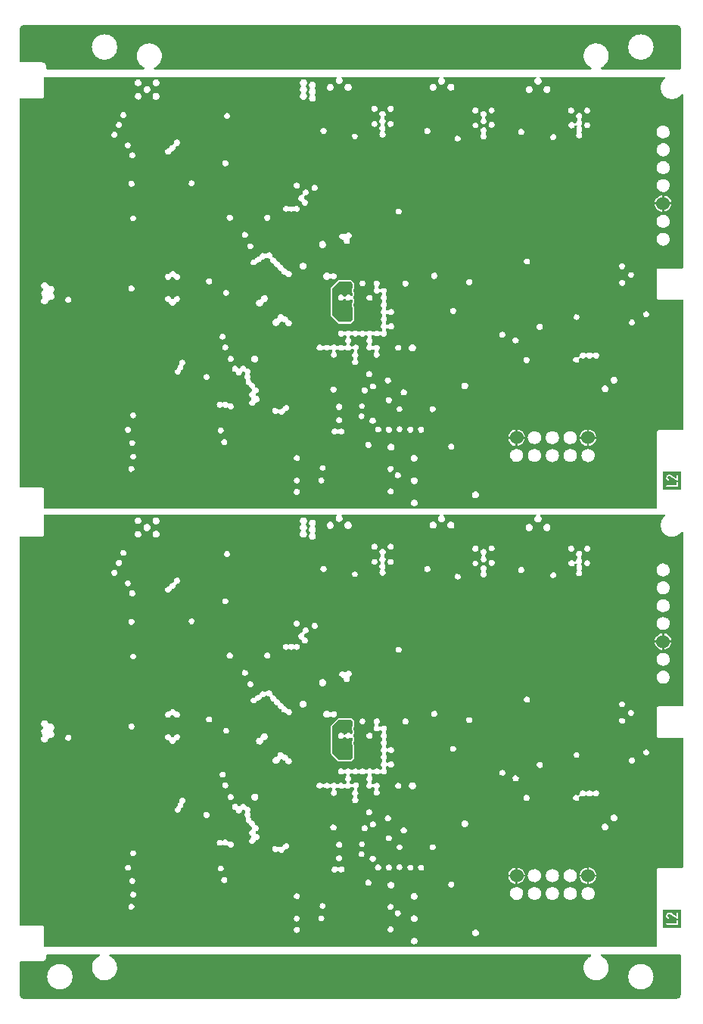
<source format=gbr>
*
%FSLAX26Y26*%
%MOIN*%
%ADD10C,0.017520*%
%ADD11C,0.012795*%
%ADD12C,0.060039*%
%ADD13C,0.024606*%
%ADD14C,0.100394*%
%ADD15C,0.047244*%
%ADD16C,0.015748*%
%ADD17C,0.025591*%
%ADD18C,0.005906*%
%ADD19C,0.005118*%
%IPPOS*%
%LNl2t*%
%LPD*%
G75*
G54D10*
X1750020Y990177D03*
X2129921Y1119094D03*
X1766732Y853346D03*
X1573701Y591579D03*
X1526575Y592520D03*
X1070866Y1123031D03*
X1271654Y1130906D03*
X1188976D03*
X1125984Y1185039D03*
X1196850Y799213D03*
X1031496Y960630D03*
X1102362Y956693D03*
X1141732Y1039370D03*
X984252Y1133858D03*
X1251969Y1354331D03*
X1561043Y1305138D03*
Y1336634D03*
X1618110Y1440945D03*
X1271654Y1377953D03*
X1303150D03*
X1718504Y1179134D03*
X1819732Y464421D03*
X2016583Y700642D03*
X2046110Y759697D03*
X2303858Y883701D03*
X2764614Y1488043D03*
X2616976Y1419146D03*
X2469339Y1448673D03*
X2075638Y1576626D03*
X1918157Y1301035D03*
X915354Y807087D03*
X2767717Y1216535D03*
X1750020Y1147657D03*
X1655512Y958661D03*
X1624016Y927165D03*
X1718504Y990157D03*
X1466535Y1305157D03*
X1787402Y1496063D03*
X640748Y1640748D03*
X295276Y838583D03*
X293307Y1124016D03*
X964567Y956693D03*
X2269685Y1553150D03*
X2476378Y1153543D03*
X2129921Y759843D03*
X2271654Y1078740D03*
X2417323Y1228346D03*
X2287402Y1405512D03*
X2251969Y1437008D03*
X2125984Y1413386D03*
X1901575Y1598425D03*
X1988189Y1440945D03*
X2094488Y1263780D03*
X1811024Y1082677D03*
X1948819Y992126D03*
X2082677Y940945D03*
X1881890Y826772D03*
X1740157Y763780D03*
X1340531Y1084626D03*
X2688976Y1220472D03*
X1453740Y848425D03*
X1641732Y850394D03*
X2688976Y1173228D03*
X2529528Y777559D03*
X2470472Y807087D03*
X2283465Y1338583D03*
X2391732Y807087D03*
X2041339Y1035433D03*
X2450787Y1003937D03*
X2440945Y905512D03*
X2149606Y1039370D03*
X2248031Y1031496D03*
X1413386Y1475394D03*
X2578740Y1151575D03*
X2273622Y1240157D03*
X1692555Y790839D03*
X1787402Y763780D03*
X1592520Y1305118D03*
Y1336614D03*
X1624016D03*
X1338583Y1271654D03*
X2578740Y1200787D03*
X1418307Y848425D03*
X1435039Y1210630D03*
X1750000Y1021693D03*
X1718504Y1116102D03*
X1718543Y1053150D03*
X1749980Y1116161D03*
X1787402Y1354331D03*
Y1279528D03*
X1763780Y1377953D03*
X980315Y641732D03*
X1795276Y877953D03*
X1340571Y1021673D03*
Y990177D03*
X1340551Y1147638D03*
X1718484Y1210650D03*
X1529528Y1146654D03*
Y1116142D03*
X1591535D03*
X1561024D03*
X1529547Y927146D03*
X1750020Y1084665D03*
X1624016Y1305157D03*
X1718504Y1147598D03*
X1340551Y1179134D03*
Y1210630D03*
X1403543Y1305118D03*
X1466516Y1242106D03*
X1598425Y766732D03*
X1340571Y1242106D03*
X1539370Y287402D03*
X1460630D03*
X1435039Y1084646D03*
X1561024D03*
X1498031Y1147638D03*
X1561024D03*
X1498031Y1053150D03*
X1561024D03*
X1466535Y1084646D03*
X1592520D03*
X1466535Y1147638D03*
X1592520D03*
X1498031Y1179134D03*
X1466535Y1053150D03*
X1592520D03*
Y1179134D03*
X1435039Y1147638D03*
X1498031Y1210630D03*
X1561024D03*
X1435039Y1053150D03*
X1466535Y1210630D03*
X1498031Y990157D03*
G54D11*
X1340531Y1083346D02*
Y1084626D01*
X1336339Y1079154D02*
X1340531Y1083346D01*
X1336339Y1061469D02*
Y1079154D01*
G54D12*
X2854331Y1594488D03*
X2208661Y562992D03*
X2523622D03*
G54D13*
X895669Y265748D03*
X908465Y1646654D03*
X393701Y324803D03*
X196850Y334646D03*
X147638D03*
X167323Y364173D03*
X206693Y2066929D03*
X177165Y2037402D03*
X118110Y1978346D03*
X1807087Y1007874D03*
X1348425Y324803D03*
X2629921Y1842520D03*
X1958661Y383858D03*
X2641732Y696850D03*
X2775591Y629921D03*
X2677165Y531496D03*
Y921260D03*
X2372047Y639764D03*
X1958661Y1998031D03*
X1505906Y1988189D03*
X1545276Y2076772D03*
X1031496Y358268D03*
X1185039Y507874D03*
X1287402Y606299D03*
X1437008Y779528D03*
X1663386Y1611220D03*
X2110236Y578740D03*
X1766142Y525591D03*
X1387795Y291339D03*
X1437008Y507874D03*
X980315Y704724D03*
X1023622Y669291D03*
X1271654Y854331D03*
X1255906Y885827D03*
X688976Y1919291D03*
X738189Y1722441D03*
X551181Y2007874D03*
Y1958661D03*
X147638Y2007874D03*
X787402D03*
X1072835Y2017717D03*
X1190945D03*
X1131890Y1968504D03*
X1279528Y2017717D03*
X1348425Y2027559D03*
X1259843Y1958661D03*
X1309055Y1889764D03*
Y1781496D03*
X1220472Y1899606D03*
X1131890D03*
X984252Y1909449D03*
X1070866Y1917323D03*
X1210630Y1722441D03*
X1387795Y1811024D03*
Y1712598D03*
X1545276Y1702756D03*
X2224409Y2027559D03*
X2185039D03*
X2145669D03*
X2194882Y1840551D03*
X1988189Y1692913D03*
X1840551Y1811024D03*
Y1712598D03*
X1702756D03*
X1761811Y1771654D03*
Y1830709D03*
Y1889764D03*
X1692913Y1948819D03*
X1801181Y2027559D03*
X1751969D03*
X1702756D03*
X1960630Y2141732D03*
X2192913Y2137795D03*
X2401575Y2141732D03*
X2372047Y1978346D03*
X2755906Y1988189D03*
X2608268Y1909449D03*
Y1968504D03*
X2568898Y2017717D03*
X2411417Y1692913D03*
X2263780Y1811024D03*
Y1712598D03*
X2155512D03*
X2135827Y1938976D03*
X2185039Y1889764D03*
X2578740Y1712598D03*
X2606299Y2133858D03*
X2826772D03*
X2913386Y1919291D03*
X2921260Y1748031D03*
X2629921Y1771654D03*
X2529528Y1574803D03*
X2740157Y1314961D03*
X2913386Y1342520D03*
X2529528Y964567D03*
X2716535Y885827D03*
Y1102362D03*
X2590551Y1094488D03*
X2913386Y1129921D03*
Y921260D03*
X2923228Y629921D03*
X2795276Y433071D03*
Y259843D03*
X2673228D03*
X2391732Y265748D03*
X2118110Y259843D03*
X1795276D03*
X1476378D03*
X1181102D03*
X580709Y265748D03*
X364173D03*
X625984Y354331D03*
X570866Y385827D03*
X685039Y389764D03*
X795276Y531496D03*
X578740Y779528D03*
X718504Y679134D03*
X639764Y826772D03*
X551181Y866142D03*
X757874Y935039D03*
X740157Y1023622D03*
X757874Y1161417D03*
X561024Y1190945D03*
Y1269685D03*
X625984Y1244094D03*
X748031Y1456693D03*
X566929Y1582677D03*
X748031Y1562992D03*
X1013780Y1555118D03*
X1787402Y2141732D03*
X1551181D03*
X1342520Y2137795D03*
X964567D03*
X748031Y2141732D03*
X401575Y2137795D03*
X236220Y2129921D03*
X147638Y2066929D03*
X226378Y1230315D03*
X177165Y265748D03*
X127953Y383858D03*
X118110Y2037402D03*
X125984Y437008D03*
G36*
X19173Y376675D02*
X19175Y395358D01*
X1671556D01*
G02X1671563Y395251I-4922J-387D01*
G01X1671662Y394752D01*
X1673526Y390256D01*
X1673757Y389909D01*
G02X1674270Y389379I-3282J-3689D01*
G01X1676346Y387298D01*
G03X1679256Y385453I3958J3027D01*
G01X1682215Y384226D01*
X1682313Y384207D01*
X1687721D01*
X1688007Y384264D01*
X1692546Y386175D01*
X1692693Y386272D01*
G02X1692967Y386507I3345J-3632D01*
G01X1696343Y389907D01*
X1696546Y390210D01*
X1698480Y394876D01*
X1698526Y395030D01*
G02X1698684Y396175I4942J-100D01*
G03X1698747Y397490I-13719J1315D01*
G01X2827114D01*
X2827115Y371187D01*
X1773131D01*
X1773126Y376892D01*
X1773068Y377183D01*
X1770825Y382579D01*
X1770761Y382675D01*
X1767247Y386188D01*
G03X1745376Y383091I-9378J-12550D01*
G02X1745010Y382684I-3851J3090D01*
G01X1744946Y382587D01*
G02X1744515Y381644I-4686J1572D01*
G01X1742698Y377260D01*
X1742618Y376856D01*
X1361596D01*
G03X1334948Y374023I-13173J-2834D01*
G01X1253623D01*
G03X1226694Y374023I-13464J0D01*
G01X19175D01*
X19173Y376675D01*
G37*
G36*
X19174Y664048D02*
G02X19189Y664437I4940J0D01*
G01X19189Y678549D01*
X1132189D01*
X1132261Y678187D01*
X1134256Y673490D01*
G02X1134864Y672883I-3172J-3784D01*
G02X1135558Y672182I-3144J-3807D01*
G01X1137998Y669739D01*
X1138142Y669643D01*
X1142770Y667719D01*
X1143126Y667647D01*
X1148187D01*
X1148598Y667729D01*
X1152411Y669310D01*
G02X1154394Y669726I1983J-4521D01*
G01X1160061Y669703D01*
G02X1162670Y668646I520J-2464D01*
G02X1163161Y668197I-3082J-3858D01*
G01X1165403Y665913D01*
X1165799Y665648D01*
X1170248Y663816D01*
X1170613Y663743D01*
X1175832D01*
X1176268Y663830D01*
X1180636Y665641D01*
X1181034Y665907D01*
X1184550Y669449D01*
X1184756Y669758D01*
X1186912Y674834D01*
X1189014Y678102D01*
G02X1191217Y679456I2203J-1115D01*
G01X1195329D01*
G02X1196011Y679552I1027J-4830D01*
G03X1206604Y692946I-3171J13394D01*
G01X1414789D01*
G03X1415785Y691175I12521J5878D01*
G02X1416422Y690526I-3192J-3767D01*
G01X1419360Y687588D01*
X1419756Y687323D01*
X1424150Y685498D01*
X1424640Y685400D01*
X1429879D01*
X1430077Y685440D01*
X1433832Y686976D01*
G03X1435878Y688469I-1271J3891D01*
G02X1436662Y689251I3858J-3081D01*
G01X1438467Y691082D01*
X1438586Y691261D01*
G02X1438814Y691730I4548J-1922D01*
G01X1440540Y695891D01*
X1440627Y696331D01*
X1440632Y700772D01*
X1514091D01*
G03X1534045Y688960I13473J0D01*
G01X1679434D01*
G03X1706163Y686507I13477J0D01*
G01X1825101D01*
X1825187Y686075D01*
X1827052Y681568D01*
X1827264Y681250D01*
G02X1827708Y680806I-3264J-3705D01*
G01X1830843Y677674D01*
X1831111Y677494D01*
X1835921Y675541D01*
X1836138Y675498D01*
X1841026D01*
X1841307Y675554D01*
G02X1841857Y675741I1864J-4572D01*
G01X1846000Y677459D01*
X1846376Y677710D01*
G02X1847127Y678453I3827J-3120D01*
G01X1849910Y681260D01*
X1850120Y681575D01*
X1851985Y686085D01*
X1852079Y686555D01*
X2943226D01*
Y686310D01*
X2943225Y686309D01*
X2943225Y657489D01*
X1538852D01*
G03X1512491Y661408I-13472J0D01*
G01X533170D01*
G03X506216Y661408I-13477J0D01*
G01X19186D01*
X19187Y663672D01*
X19188D01*
G02X19174Y664048I4926J377D01*
G37*
G36*
X19174Y1804386D02*
G01Y1804710D01*
X502273D01*
X502373Y1804205D01*
X504339Y1799460D01*
X508121Y1795677D01*
X512980Y1793660D01*
X513094Y1793638D01*
X518363D01*
X518690Y1793703D01*
X523159Y1795558D01*
X523557Y1795824D01*
X527061Y1799360D01*
X527262Y1799661D01*
X529137Y1804199D01*
X529225Y1804645D01*
X2840472D01*
G03X2883860Y1830711I13864J26066D01*
G01X2943213D01*
X2943214Y1793638D01*
X2943226D01*
Y1788700D01*
X2943225D01*
X2943214Y1751963D01*
X2883855D01*
G03X2830346Y1769165I-29520J0D01*
G01X938673D01*
Y1774169D01*
X938593Y1774572D01*
X936723Y1779081D01*
X936523Y1779380D01*
G02X936082Y1779822I3268J3701D01*
G01X933691Y1782244D01*
G03X917393Y1782918I-8602J-10623D01*
G01X913892Y1779384D01*
X913694Y1779088D01*
X911765Y1774436D01*
X911719Y1774202D01*
Y1769126D01*
X19189D01*
X19193Y1804386D01*
X19174D01*
G37*
G36*
Y1804710D02*
Y1809324D01*
X19175D01*
Y1809750D01*
X19176Y1809750D01*
X19176Y1821119D01*
X659734D01*
G02X659763Y1820338I-4908J-570D01*
G01X659862Y1819896D01*
X661718Y1815419D01*
X661934Y1815096D01*
G02X662479Y1814527I-3280J-3691D01*
G01X665428Y1811585D01*
X665824Y1811321D01*
X670298Y1809466D01*
X670767Y1809373D01*
X675701D01*
X676171Y1809466D01*
X680646Y1811321D01*
X681044Y1811587D01*
X684557Y1815119D01*
X684752Y1815410D01*
X686028Y1818338D01*
X689022Y1823626D01*
G02X691278Y1825093I2256J-1002D01*
G01X695607Y1825102D01*
G03X704097Y1830711I-2928J13662D01*
G01X2824812D01*
G03X2840472Y1804645I29524J0D01*
G01X529225D01*
Y1809523D01*
X529143Y1809940D01*
X527267Y1814502D01*
X527055Y1814819D01*
G02X526488Y1815411I3270J3700D01*
G01X523546Y1818353D01*
X523188Y1818592D01*
X518650Y1820478D01*
X518234Y1820561D01*
X513254D01*
X512879Y1820486D01*
X508302Y1818592D01*
X507942Y1818352D01*
X504434Y1814815D01*
X504229Y1814509D01*
X502365Y1810002D01*
X502273Y1809537D01*
Y1804710D01*
X19174D01*
G37*
G36*
X19175Y642013D02*
X19176D01*
Y642417D01*
X19177Y642418D01*
X19186Y661408D01*
X506216D01*
G03X532588Y657489I13477J0D01*
G01X1511908D01*
G03X1538852Y657489I13472J0D01*
G01X2943225D01*
X2943225Y635182D01*
X1588265D01*
Y640230D01*
X1588174Y640690D01*
X1586309Y645189D01*
X1586044Y645586D01*
X1582611Y649023D01*
X1582217Y649288D01*
X1577773Y651140D01*
X1577305Y651233D01*
X1572268D01*
X1571800Y651140D01*
X1567358Y649288D01*
X1566966Y649026D01*
X1563473Y645497D01*
X1563292Y645226D01*
X1562070Y642243D01*
X1440638D01*
X1440554Y642663D01*
X1438631Y647258D01*
X1438511Y647438D01*
G02X1437775Y648225I3216J3746D01*
G01X1434936Y651051D01*
G03X1417711Y649375I-7597J-11283D01*
G01X1415857Y647492D01*
X1415700Y647258D01*
G02X1415404Y646563I-4676J1586D01*
G02X1415106Y645795I-4737J1394D01*
G02X1414754Y645012I-4663J1623D01*
G01X1413787Y642673D01*
X1413695Y642208D01*
Y637165D01*
X19176D01*
X19175Y642013D01*
G37*
G36*
Y1336884D02*
X19176D01*
Y1337306D01*
X19179Y1337308D01*
X19186Y1403268D01*
X1021960D01*
G03X1043250Y1394261I13499J2244D01*
G01X1046757Y1397796D01*
X1046956Y1398094D01*
X1048839Y1402636D01*
X1048927Y1403078D01*
X1048929Y1407973D01*
X1339657D01*
X1341111Y1404522D01*
X1341162Y1404446D01*
X1345354Y1400245D01*
X1345637Y1400056D01*
X1350992Y1397837D01*
X1351415Y1397752D01*
X1357235D01*
X1357656Y1397836D01*
X1363011Y1400052D01*
X1363370Y1400292D01*
X1367431Y1404355D01*
X1367697Y1404754D01*
X1369808Y1409852D01*
X1369964Y1410714D01*
G02X1369985Y1411168I4938J0D01*
G01X2840050D01*
G03X2883861Y1437011I14284J25843D01*
G01X2943204D01*
X2943217Y1382159D01*
X2943216D01*
Y1379820D01*
X2943213D01*
G02X2943206Y1379312I-4935J-187D01*
G01X2943200Y1336135D01*
X2267408D01*
Y1341014D01*
X2267315Y1341484D01*
X2265444Y1345994D01*
X2265191Y1346373D01*
G02X2264835Y1346735I3338J3638D01*
G01X2261742Y1349828D01*
X2261357Y1350085D01*
X2256874Y1351948D01*
X2256420Y1352039D01*
X2251434D01*
X2250968Y1351946D01*
X2246510Y1350093D01*
X2246117Y1349830D01*
X2242624Y1346308D01*
X2242418Y1346001D01*
X2240549Y1341494D01*
X2240464Y1341068D01*
Y1336161D01*
X1163223D01*
X1161191Y1338152D01*
X1161068Y1338235D01*
X1156415Y1340173D01*
X1156351Y1340186D01*
G02X1155350Y1340258I-147J4935D01*
G01X1153763D01*
G02X1151295Y1342796I0J2469D01*
G01X1151265Y1345019D01*
G02X1151197Y1345340I4793J1185D01*
G01X1149219Y1350119D01*
X1145140Y1354150D01*
G03X1138954Y1356078I-6653J-10453D01*
G02X1136728Y1356896I-366J2441D01*
G01X1132208Y1362071D01*
G02X1131579Y1363786I1849J1651D01*
G01Y1368569D01*
X1131486Y1369039D01*
X1129620Y1373547D01*
X1129361Y1373936D01*
G02X1129048Y1374251I3347J3630D01*
G01X1125914Y1377383D01*
X1125519Y1377646D01*
X1121020Y1379517D01*
X1120629Y1379606D01*
G02X1119730Y1379710I115J4938D01*
G03X1117853Y1379820I-1736J-13563D01*
G03X1107379Y1374721I174J-13664D01*
G02X1105304Y1373588I-2076J1336D01*
G01X1097895Y1373751D01*
X1093464Y1375585D01*
X1092998Y1375678D01*
X1088086D01*
X1087621Y1375585D01*
X1083142Y1373732D01*
X1082748Y1373469D01*
X1079239Y1369933D01*
X1079031Y1369622D01*
X1076891Y1364564D01*
X1074770Y1361269D01*
G02X1072565Y1359911I-2205J1111D01*
G01X1068213Y1359889D01*
G02X1067927Y1359852I-790J4874D01*
G03X1059394Y1353983I3121J-13677D01*
G01X1057603Y1349661D01*
G02X1056336Y1348279I-2330J864D01*
G02X1054231Y1347819I-1527J1940D01*
G03X1037731Y1337511I-3186J-13261D01*
G01Y1331977D01*
X19176D01*
X19175Y1336884D01*
G37*
G36*
Y1529799D02*
X19176D01*
X19177Y1568717D01*
X1179416D01*
G02X1179444Y1568276I-4909J-533D01*
G01X1179511Y1567941D01*
X1181375Y1563444D01*
X1181519Y1563228D01*
G02X1182127Y1562620I-3176J-3780D01*
G01X1184659Y1560085D01*
G03X1201607Y1560493I8215J10956D01*
G01X1202969Y1561854D01*
G02X1206460Y1561858I1748J-1744D01*
G01X1208098Y1560239D01*
G03X1225236Y1560499I8407J10812D01*
G01X1226600Y1561863D01*
G02X1230091Y1561867I1748J-1744D01*
G01X1231804Y1560172D01*
G03X1248063Y1559956I8276J10883D01*
G01X1675480D01*
G02X1675507Y1559445I-4912J-512D01*
G01X1675505Y1556499D01*
X1675550Y1556269D01*
X1677518Y1551529D01*
X1677622Y1551374D01*
G02X1678198Y1550788I-3219J-3744D01*
G01X1681237Y1547740D01*
X1681450Y1547598D01*
G02X1682158Y1547296I-1581J-4678D01*
G01X1686028Y1545691D01*
X1686406Y1545616D01*
X1691533D01*
X1691983Y1545705D01*
X1696469Y1547586D01*
X1696773Y1547789D01*
X1700299Y1551342D01*
X1700429Y1551536D01*
G02X1700617Y1551989I4649J-1662D01*
G02X1700902Y1552601I4609J-1772D01*
G01X1702374Y1556159D01*
X1702441Y1556497D01*
X1702450Y1561590D01*
X2837509D01*
X2839945Y1560172D01*
X2849590Y1557592D01*
G02X2849899Y1557570I-17J-2473D01*
G02X2849900Y1557675I2469J13D01*
G01X2943215D01*
X2943220Y1515755D01*
X2883861D01*
G03X2827948Y1528994I-29524J0D01*
G01X1123717D01*
Y1534031D01*
X1123663Y1534299D01*
X1121669Y1539075D01*
X1121614Y1539154D01*
G02X1121030Y1539740I3193J3766D01*
G01X1117853Y1542912D01*
G02X1117174Y1543194I1548J4693D01*
G01X1112982Y1544921D01*
X1107678D01*
X1107215Y1544829D01*
X1102665Y1542938D01*
X1102517Y1542858D01*
G03X1101663Y1542214I7908J-11382D01*
G02X1101187Y1541774I-3586J3394D01*
G02X1100919Y1541525I-3491J3492D01*
G02X1100452Y1541099I-3552J3430D01*
G03X1099736Y1540295I9987J-9610D01*
G02X1099165Y1539551I-4186J2621D01*
G03X1096584Y1531494I11275J-8055D01*
G02X1096583Y1531409I-4938J-2D01*
G01X958374D01*
X958364Y1534047D01*
X958303Y1534354D01*
X956302Y1539096D01*
G02X955574Y1539826I3114J3832D01*
G01X952674Y1542735D01*
X952293Y1542991D01*
G02X951883Y1543162I1694J4638D01*
G01X947848Y1544835D01*
X947395Y1544925D01*
X942328D01*
X941862Y1544832D01*
X937299Y1542933D01*
X937146Y1542851D01*
G03X936319Y1542225I7940J-11359D01*
G02X935831Y1541772I-3597J3382D01*
G02X935558Y1541519I-3490J3492D01*
G02X935076Y1541077I-3573J3408D01*
G03X933363Y1538879I10019J-9576D01*
G02X933123Y1538435I-4455J2129D01*
G02X932789Y1537875I-4400J2241D01*
G03X931417Y1533733I12307J-6374D01*
G03X931244Y1531942I13679J-2231D01*
G01X532418D01*
G03X506216Y1527552I-12733J-4390D01*
G01X19176D01*
X19175Y1529799D01*
G37*
G36*
Y374023D02*
X1226694D01*
G03X1253623Y374021I13464J0D01*
G01X1334948D01*
G03X1361898Y374021I13475J0D01*
G01X1742622D01*
Y371761D01*
X1742621D01*
Y371337D01*
X1742620Y371336D01*
Y371202D01*
X1742708Y370761D01*
X1744421Y366626D01*
G03X1746059Y364293I3101J435D01*
G02X1746633Y363706I-3228J-3736D01*
G01X1748403Y361915D01*
G03X1751554Y360140I3768J3004D01*
G01X1754535Y358900D01*
X1754956Y358816D01*
X1760792D01*
X1761243Y358906D01*
X1766327Y361021D01*
X1766712Y361278D01*
X1770647Y365215D01*
X1770899Y365593D01*
X1773054Y370794D01*
X1773131Y371187D01*
X2827115D01*
X2827116Y348941D01*
X2827115D01*
X2827100Y314056D01*
X2827111D01*
Y312925D01*
X2042816D01*
X2042802Y313980D01*
X2042780Y314089D01*
X2040487Y319627D01*
X2036368Y323751D01*
X2035973Y324015D01*
X2030927Y326116D01*
X2030469Y326208D01*
X2024608D01*
X2024151Y326117D01*
X2020272Y324501D01*
X1667006D01*
Y329206D01*
X1666914Y329666D01*
X1665049Y334167D01*
X1664831Y334492D01*
G02X1664301Y335047I3293J3679D01*
G01X1661355Y338000D01*
X1660960Y338264D01*
X1656513Y340116D01*
X1656045Y340210D01*
X1651008D01*
X1650540Y340116D01*
X1646095Y338265D01*
X1645702Y338002D01*
X1642214Y334475D01*
X1642035Y334207D01*
X1640135Y329609D01*
X1640065Y329260D01*
Y327874D01*
X1253448D01*
G02X1253413Y327982I4681J1571D01*
G01X1251610Y332333D01*
X1251325Y332787D01*
G03X1249961Y334388I-11080J-8059D01*
G02X1249761Y334564I3166J3789D01*
G02X1249131Y335158I3059J3875D01*
G03X1237838Y338249I-8919J-10413D01*
G01X1237543Y338233D01*
X1237141Y338142D01*
X1232736Y336316D01*
X1232343Y336053D01*
X1228834Y332519D01*
X1228613Y332164D01*
X1226758Y327689D01*
X1226672Y327260D01*
Y322411D01*
X127498D01*
X127437Y336624D01*
G02X127308Y337056I4663J1627D01*
G02X127189Y337548I4735J1401D01*
G03X117873Y344164I-9067J-2901D01*
G01X19198Y344208D01*
X19175Y374023D01*
G37*
G36*
X19175Y395358D02*
X19179Y422659D01*
X498346D01*
X498399Y422392D01*
X500372Y417663D01*
X500510Y417460D01*
G02X500898Y417072I-3294J-3678D01*
G01X504045Y413921D01*
X504235Y413793D01*
G02X505201Y413365I-1507J-4702D01*
G01X508873Y411835D01*
X509335Y411741D01*
X514064D01*
G02X514187Y411764I970J-4841D01*
G03X525276Y422574I-2392J13546D01*
G01X1342565D01*
G03X1366256Y422842I11773J6554D01*
G01X1640051D01*
G02X1640057Y422748I-4927J-325D01*
G01X1640147Y422293D01*
X1642156Y417579D01*
X1642209Y417499D01*
X1645710Y413961D01*
X1646132Y413685D01*
G02X1646508Y413528I-1710J-4632D01*
G01X1650556Y411841D01*
X1651088Y411733D01*
X1655779Y411732D01*
G03X1667031Y422804I-2268J13560D01*
G01X2827112D01*
X2827114Y397490D01*
X1698747D01*
G03X1687360Y411062I-13781J0D01*
G01X1682451D01*
X1682008Y410972D01*
X1677628Y409157D01*
X1677235Y408894D01*
X1673716Y405351D01*
X1673587Y405159D01*
G02X1673230Y404365I-4664J1621D01*
G01X1671651Y400556D01*
X1671574Y400170D01*
G02X1671556Y399890I-4934J178D01*
G01Y395358D01*
X19175D01*
G37*
G36*
X19176Y1527552D02*
X506216D01*
G03X526184Y1515755I13469J0D01*
G01X2824813D01*
G03X2883861Y1515755I29524J0D01*
G01X2943220D01*
X2943223Y1476356D01*
X2943222D01*
Y1470380D01*
X2943208D01*
G02X2943196Y1470024I-4938J-14D01*
G01X2943204Y1437011D01*
X2883861D01*
G03X2827965Y1450299I-29527J0D01*
G01X1481973D01*
Y1455189D01*
X1481885Y1455629D01*
X1479991Y1460199D01*
X1479841Y1460422D01*
G02X1479125Y1461186I3222J3741D01*
G01X1476306Y1464008D01*
X1475981Y1464225D01*
X1471437Y1466108D01*
X1471054Y1466184D01*
X1465934D01*
X1465514Y1466101D01*
X1461063Y1464261D01*
X1460699Y1464018D01*
X1457620Y1460940D01*
G02X1455804Y1460218I-1746J1746D01*
G01X1449148D01*
G02X1448131Y1460437I0J2469D01*
G01X1443899Y1462187D01*
X1443418Y1462284D01*
X1438637D01*
G03X1437328Y1461995I2317J-13583D01*
G02X1436475Y1461720I-1935J4543D01*
G02X1435665Y1461425I-2088J4474D01*
G03X1433812Y1460485I5289J-12724D01*
G02X1433347Y1460155I-3085J3855D01*
G02X1432872Y1459862I-2830J4046D01*
G03X1431865Y1459058I8081J-11162D01*
G02X1431262Y1458477I-3714J3253D01*
G02X1430673Y1457874I-3812J3138D01*
G03X1429929Y1456965I10287J-9169D01*
G02X1429343Y1456118I-4335J2374D01*
G03X1428358Y1454260I11638J-7358D01*
G01X1025281D01*
Y1459116D01*
X1025187Y1459585D01*
X1023237Y1464276D01*
X1023065Y1464596D01*
G03X1008918Y1470084I-11242J-8001D01*
G01X1004405Y1468214D01*
X1004013Y1467952D01*
X1000492Y1464413D01*
X1000294Y1464118D01*
X998413Y1459572D01*
X998327Y1459141D01*
Y1454430D01*
X998326D01*
Y1454335D01*
X19191D01*
X19192Y1458964D01*
X19193D01*
X19176Y1527552D01*
G37*
G36*
X19176Y1331977D02*
X1037731D01*
X1037779Y1331736D01*
X1039655Y1327221D01*
X1039823Y1326973D01*
G02X1040359Y1326437I-3215J-3748D01*
G01X1043506Y1323286D01*
G03X1058998Y1323391I7669J11426D01*
G01X1062493Y1326918D01*
X1062668Y1327180D01*
X1064477Y1331506D01*
G02X1065652Y1332791I2300J-925D01*
G02X1067712Y1333206I1472J-1982D01*
G03X1082234Y1338718I3256J13307D01*
G02X1082576Y1339515I4691J-1541D01*
G01X1084684Y1344348D01*
X1086633Y1347365D01*
G02X1088836Y1348718I2202J-1116D01*
G01X1092928D01*
X1093492Y1348834D01*
X1096060Y1349910D01*
G03X1099551Y1352178I-571J4699D01*
G02X1099997Y1352580I3525J-3458D01*
G01X1101499Y1354084D01*
G02X1103220Y1354782I1721J-1770D01*
G01X1109505D01*
G02X1111152Y1354450I359J-2469D01*
G02X1111360Y1354364I-1787J-4603D01*
G01X1115086Y1352819D01*
X1115520Y1352728D01*
X1117245Y1352710D01*
G02X1119258Y1351671I0J-2469D01*
G01X1123646Y1346643D01*
G02X1124330Y1344915I-1795J-1709D01*
G01Y1339983D01*
G02X1124422Y1339516I-4792J-1191D01*
G01X1126086Y1335485D01*
G02X1126400Y1334919I-4151J-2674D01*
G02X1126450Y1334840I-4159J-2662D01*
G02X1127100Y1334161I-3222J-3741D01*
G01X1130014Y1331215D01*
X1130349Y1330991D01*
X1134780Y1329154D01*
X1134989Y1329111D01*
G02X1135931Y1329048I142J-4936D01*
G01X1137579D01*
G02X1140050Y1326563I0J-2471D01*
G01X1140068Y1324229D01*
X1140133Y1323906D01*
X1142008Y1319354D01*
X1142184Y1319092D01*
G02X1142721Y1318552I-3221J-3742D01*
G01X1145840Y1315433D01*
X1146017Y1315314D01*
X1150619Y1313404D01*
X1150878Y1313354D01*
G02X1151470Y1313319I0J-4937D01*
G01X1153334D01*
G02X1155804Y1310833I0J-2470D01*
G01X1155814Y1308538D01*
X1155889Y1308162D01*
X1157829Y1303520D01*
X1157983Y1303290D01*
G02X1158520Y1302733I-3274J-3696D01*
G01X1161487Y1299767D01*
X1161802Y1299556D01*
G02X1162519Y1299241I-1622J-4664D01*
G01X1166389Y1297635D01*
X1166810Y1297548D01*
G02X1167095Y1297528I-211J-4933D01*
G01X1169091D01*
G02X1171561Y1295043I0J-2470D01*
G01Y1292861D01*
X1171654Y1292395D01*
X1173531Y1287863D01*
X1173796Y1287467D01*
X1177262Y1284011D01*
X1177532Y1283830D01*
G02X1177900Y1283653I-1957J-4533D01*
G01X1182119Y1281907D01*
X1182688Y1281790D01*
X1187006D01*
G02X1188995Y1280784I0J-2469D01*
G01X1197021Y1272180D01*
X1197367Y1271939D01*
X1201819Y1270097D01*
X1202288Y1270003D01*
X1207347D01*
X1207502Y1270034D01*
G02X1208270Y1270336I2185J-4428D01*
G01X1209499Y1270846D01*
X1356387D01*
G02X1356422Y1270605I-4865J-844D01*
G01X1356514Y1270232D01*
X1356928Y1269232D01*
X726096D01*
X726064Y1274274D01*
X726011Y1274543D01*
X724162Y1279012D01*
G02X723979Y1279306I4104J2747D01*
G02X723358Y1279939I3203J3758D01*
G02X722460Y1280853I3043J3888D01*
G01X720257Y1283040D01*
X715534Y1285004D01*
X714968Y1285120D01*
X710641D01*
G02X708637Y1286147I0J2469D01*
G01X700700Y1294695D01*
X700327Y1294954D01*
G02X699766Y1295198I1689J4640D01*
G01X695844Y1296825D01*
X695378Y1296918D01*
X690414D01*
X689948Y1296825D01*
X685404Y1294922D01*
X685086Y1294708D01*
X681589Y1291181D01*
X681387Y1290880D01*
X679635Y1286652D01*
G02X678396Y1285288I-2326J868D01*
G02X676414Y1284948I-1373J2052D01*
G01X675844Y1285074D01*
G02X675153Y1285100I-164J4935D01*
G01X670680D01*
X670284Y1285020D01*
X665772Y1283144D01*
X665429Y1282915D01*
G02X664998Y1282450I-3829J3118D01*
G02X664512Y1282002I-3579J3402D01*
G02X663740Y1281235I-3847J3095D01*
G01X661903Y1279367D01*
X661704Y1279069D01*
X659841Y1274566D01*
X659729Y1274004D01*
Y1269205D01*
X19187D01*
X19176Y1331977D01*
G37*
G36*
Y637165D02*
X1413695D01*
X1413756Y636858D01*
X1415625Y632341D01*
X1415758Y632142D01*
G02X1416404Y631496I-3153J-3800D01*
G01X1419492Y628413D01*
G02X1419621Y628319I-2833J-4044D01*
G01X1424404Y626336D01*
X1424562Y626305D01*
X1429739D01*
G03X1436257Y629834I-1833J11167D01*
G02X1436714Y630248I3532J-3450D01*
G01X1438481Y632044D01*
X1438590Y632206D01*
G02X1438778Y632575I4486J-2062D01*
G01X1440578Y636985D01*
X1440636Y637278D01*
X1440636Y637473D01*
X1561325D01*
G02X1561333Y636872I-4924J-363D01*
G01Y635327D01*
X1561420Y634890D01*
X1563416Y630196D01*
X1563477Y630105D01*
G02X1563805Y629791I-3245J-3721D01*
G02X1564196Y629351I-3492J-3490D01*
G01X1566990Y626557D01*
X1567375Y626299D01*
G02X1567513Y626239I-1901J-4557D01*
G01X1571804Y624462D01*
X1572249Y624374D01*
X1577372D01*
X1577842Y624467D01*
X1582219Y626282D01*
X1582617Y626547D01*
X1586134Y630087D01*
X1586303Y630340D01*
X1588224Y634972D01*
X1588265Y635182D01*
X2943225D01*
X2943224Y614498D01*
X2943223D01*
X2943201Y600863D01*
X1800879D01*
X1800802Y601248D01*
X1798878Y605898D01*
X1798690Y606181D01*
G02X1798215Y606670I3298J3674D01*
G01X1795210Y609678D01*
G03X1774766Y603635I-7751J-11381D01*
G03X1773970Y600877I12826J-5196D01*
G01X1753643D01*
X1753562Y601283D01*
X1751658Y605885D01*
X1751483Y606147D01*
G02X1750966Y606667I3234J3731D01*
G01X1747898Y609739D01*
G03X1729103Y606505I-7699J-11487D01*
G03X1726832Y601430I11239J-8074D01*
G03X1726645Y600386I13497J-2967D01*
G01X1706398D01*
G03X1679441Y600386I-13478J0D01*
G01X1659136D01*
X1659134Y601013D01*
X1659094Y601218D01*
X1657051Y606057D01*
G02X1656417Y606699I3180J3777D01*
G01X1653493Y609693D01*
X1653218Y609877D01*
X1648553Y611807D01*
X1648243Y611880D01*
X1643117D01*
X1642762Y611809D01*
X1638168Y609904D01*
G02X1637598Y609538I-2948J3961D01*
G03X1635154Y607204I8267J-11100D01*
G02X1634618Y606504I-4173J2643D01*
G03X1632205Y600662I11247J-8065D01*
G02X1632130Y600140I-4918J439D01*
G03X1632025Y598438I13736J-1703D01*
G01X1611893D01*
Y600853D01*
X1611800Y601322D01*
X1609940Y605817D01*
X1609732Y606129D01*
G02X1609095Y606794I3234J3731D01*
G01X1606224Y609668D01*
X1605839Y609926D01*
X1601398Y611770D01*
X1600944Y611861D01*
X1595878D01*
X1595431Y611772D01*
X1590921Y609902D01*
G02X1590356Y609539I-2946J3962D01*
G03X1587943Y607247I8251J-11106D01*
G02X1587358Y606487I-4188J2619D01*
G03X1584773Y598434I11250J-8053D01*
G02X1584772Y598325I-4938J-32D01*
G01X1448254D01*
G02X1447859Y598729I3327J3649D01*
G01X1444697Y601889D01*
X1444418Y602076D01*
X1439919Y603942D01*
X1439451Y604035D01*
X1434560D01*
X1434094Y603942D01*
X1429598Y602078D01*
X1429211Y601820D01*
G02X1428594Y601180I-3849J3093D01*
G02X1427942Y600555I-3726J3240D01*
G02X1426306Y599660I-1931J1585D01*
G02X1425895Y599543I-879J2307D01*
G02X1425278Y599437I-1145J4803D01*
G01X1424026Y599131D01*
G02X1421570Y598865I-1743J4629D01*
G02X1420493Y599126I617J4899D01*
G01X1419249Y599430D01*
G02X1415921Y601160I448J4927D01*
G02X1415385Y601696I3209J3752D01*
G01X1415247Y601833D01*
G02X1415003Y602012I2798J4069D01*
G02X1414649Y602186I1993J4517D01*
G01X1410376Y603958D01*
X1409960Y604041D01*
X1405018D01*
X1404591Y603956D01*
X1400079Y602088D01*
X1399691Y601828D01*
G02X1398912Y601050I-3856J3083D01*
G01X1396178Y598285D01*
X1395925Y597906D01*
X1394506Y594477D01*
X918988D01*
G03X892194Y596494I-13473J0D01*
G01X509562D01*
G03X509535Y596984I-4497J0D01*
G02X509537Y597375I4935J171D01*
G01Y600890D01*
X509463Y601263D01*
X507572Y605855D01*
X507361Y606171D01*
G02X506809Y606741I3261J3707D01*
G01X504155Y609398D01*
G03X482837Y601893I-8070J-11106D01*
G03X482400Y598830I13392J-3476D01*
G01X19183D01*
X19176Y637165D01*
G37*
G36*
X19176Y1821119D02*
X19177Y1850399D01*
X482586D01*
G03X509545Y1850399I13480J0D01*
G01X686224D01*
X685461Y1850082D01*
X685162Y1849882D01*
G02X684451Y1849189I-3787J3169D01*
G01X681605Y1846313D01*
X681427Y1846045D01*
G02X681191Y1845494I-4651J1659D01*
G01X680294Y1843376D01*
X677044Y1837629D01*
G02X674857Y1836313I-2202J1184D01*
G01X670839D01*
X670282Y1836199D01*
X665740Y1834300D01*
X665410Y1834080D01*
X661899Y1830550D01*
X661776Y1830365D01*
G02X661416Y1829565I-4666J1616D01*
G01X659821Y1825700D01*
X659750Y1825344D01*
G02X659734Y1825085I-4935J169D01*
G01Y1821119D01*
X19176D01*
G37*
G36*
X19177Y1568717D02*
X19178Y1615678D01*
X1246370D01*
X1246461Y1615221D01*
X1248335Y1610709D01*
X1248598Y1610314D01*
X1252032Y1606877D01*
X1252429Y1606611D01*
X1257444Y1604490D01*
X1260895Y1602278D01*
G02X1262127Y1600141I-1236J-2137D01*
G01Y1596006D01*
X1262248Y1595401D01*
X1264170Y1590806D01*
X1264250Y1590690D01*
G02X1264699Y1590241I-3260J-3708D01*
G01X1267847Y1587093D01*
X1267972Y1587010D01*
G02X1269047Y1586536I-1439J-4723D01*
G01X1272507Y1585102D01*
G02X1272993Y1584981I-943J-4847D01*
G01X1278158D01*
X1278628Y1585088D01*
X1283115Y1586972D01*
X1283381Y1587149D01*
X1285900Y1589686D01*
X2817427D01*
X2817455Y1589473D01*
X2819911Y1580349D01*
G02X2819964Y1580213I-4572J-1864D01*
G01X2824708Y1571970D01*
X2824864Y1571766D01*
X2831633Y1565008D01*
X2837509Y1561590D01*
X1702450D01*
X1702373Y1561975D01*
X1700482Y1566515D01*
X1700345Y1566721D01*
X1696656Y1570419D01*
X1696456Y1570553D01*
X1693360Y1571828D01*
G03X1679185Y1568602I-4676J-12211D01*
G01X1253650D01*
X1253644Y1573406D01*
X1253617Y1573540D01*
X1251624Y1578314D01*
X1251397Y1578654D01*
X1247967Y1582092D01*
X1247657Y1582300D01*
G02X1246819Y1582670I1569J4682D01*
G01X1243126Y1584209D01*
X1242657Y1584302D01*
X1237620D01*
X1237160Y1584210D01*
X1232616Y1582296D01*
X1232314Y1582094D01*
X1230083Y1579862D01*
G02X1226531Y1579923I-1746J1745D01*
G01X1224271Y1582184D01*
X1224185Y1582255D01*
G03X1208775Y1582177I-7646J-11669D01*
G01X1206479Y1579880D01*
G02X1202916Y1579924I-1760J1731D01*
G01X1200689Y1582137D01*
X1200484Y1582274D01*
G02X1199444Y1582743I1497J4705D01*
G01X1195894Y1584222D01*
X1195470Y1584306D01*
X1190345D01*
X1189956Y1584229D01*
X1185356Y1582290D01*
X1185083Y1582107D01*
X1181596Y1578583D01*
X1181447Y1578359D01*
G02X1181268Y1577931I-4642J1684D01*
G02X1180987Y1577299I-4641J1687D01*
G01X1179529Y1573781D01*
X1179435Y1573306D01*
G02X1179416Y1573060I-4931J254D01*
G01Y1568717D01*
X19177D01*
G37*
G36*
Y1850399D02*
X19179Y1895076D01*
X423531D01*
X423577Y1894839D01*
X425525Y1890132D01*
X425633Y1889971D01*
G02X426281Y1889304I-3201J-3760D01*
G01X429257Y1886321D01*
X429517Y1886147D01*
X434053Y1884267D01*
X434433Y1884191D01*
X439558D01*
X440003Y1884280D01*
X444467Y1886127D01*
G02X444965Y1886440I2874J-4015D01*
G03X448226Y1889760I-8072J11189D01*
G01X1482586D01*
G03X1503382Y1878442I13478J0D01*
G01X1935352D01*
G02X1935352Y1878354I-4938J-88D01*
G01Y1877345D01*
G02X1935485Y1876908I-4655J-1646D01*
G01X1937260Y1872561D01*
G02X1937442Y1872268I-4102J-2751D01*
G02X1938155Y1871517I-3206J-3756D01*
G01X1940201Y1869483D01*
G03X1959561Y1871597I8647J10513D01*
G02X1960143Y1872212I3862J-3076D01*
G01X1960345Y1872513D01*
X1962213Y1877021D01*
X1962285Y1877382D01*
X1962294Y1882432D01*
X2051468D01*
X2051499Y1882358D01*
X2051779Y1881939D01*
G02X2052365Y1881286I-3368J-3610D01*
G01X2055165Y1878487D01*
X2055549Y1878230D01*
X2060254Y1876327D01*
X2060353Y1876307D01*
X2065589D01*
X2065868Y1876362D01*
X2070466Y1878277D01*
X2070789Y1878493D01*
X2074361Y1882084D01*
G02X2074609Y1882427I4123J-2717D01*
G03X2075190Y1883458I-11644J7243D01*
G01X2356603D01*
X2356744Y1882751D01*
X2358656Y1878214D01*
X2358701Y1878147D01*
G02X2359152Y1877696I-3261J-3712D01*
G01X2362408Y1874454D01*
X2362486Y1874401D01*
X2367240Y1872420D01*
X2367498Y1872368D01*
X2372364D01*
G03X2383550Y1883241I-2308J13565D01*
G01X2475413D01*
G03X2494963Y1885343I8738J10692D01*
G02X2495559Y1885970I3862J-3076D01*
G01X2495753Y1886261D01*
X2497636Y1890803D01*
X2497727Y1891257D01*
Y1896140D01*
X2497647Y1896541D01*
X2495728Y1901169D01*
X2495580Y1901391D01*
G02X2494465Y1903152I3528J3467D01*
G01X2492967Y1906453D01*
G02X2492991Y1908545I2248J1020D01*
G01X2493405Y1909452D01*
X2824820D01*
G03X2883863Y1909452I29521J0D01*
G01X2943211D01*
X2943213Y1830711D01*
X2883860D01*
G03X2849170Y1859780I-29524J0D01*
G01X726076D01*
G02X726076Y1860545I4927J383D01*
G01X726070Y1864667D01*
X725983Y1865106D01*
X724028Y1869752D01*
X723937Y1869889D01*
G02X723237Y1870631I3221J3742D01*
G01X720318Y1873521D01*
X720109Y1873660D01*
G02X719288Y1874029I1606J4669D01*
G01X715513Y1875591D01*
X715101Y1875673D01*
X710088D01*
X709728Y1875602D01*
X705082Y1873661D01*
X704804Y1873475D01*
X701282Y1869929D01*
X701119Y1869685D01*
G02X700843Y1869054I-4651J1658D01*
G01X699215Y1865115D01*
X699131Y1864690D01*
X699123Y1860203D01*
G02X698228Y1857859I-2483J-395D01*
G02X697514Y1857041I-4054J2819D01*
G01X694098Y1853129D01*
G02X691523Y1852079I-2071J1398D01*
G02X690920Y1852042I-603J4901D01*
G01X690320D01*
X690035Y1851982D01*
X686224Y1850399D01*
X509545D01*
G03X482586Y1850399I-13480J0D01*
G01X19177D01*
G37*
G36*
X19178Y1615678D02*
X19180Y1678631D01*
X498342D01*
X498418Y1678248D01*
X500309Y1673685D01*
X500472Y1673442D01*
G02X501162Y1672715I-3219J-3744D01*
G01X504011Y1669859D01*
X504397Y1669600D01*
X508811Y1667767D01*
X509281Y1667673D01*
X514359D01*
G03X521303Y1671538I-1695J11217D01*
G01X523147Y1673406D01*
X523262Y1673579D01*
G02X523400Y1673877I4549J-1921D01*
G01X525184Y1678180D01*
X525278Y1678650D01*
X764624D01*
G03X783116Y1670869I12737J4406D01*
G01X1226683D01*
X1226811Y1670224D01*
G02X1227407Y1668725I-4230J-2548D01*
G01X1228623Y1665791D01*
X1228721Y1665644D01*
G02X1228820Y1665545I-3434J-3548D01*
G02X1229488Y1664842I-3230J-3735D01*
G01X1232509Y1661835D01*
G02X1233320Y1661473I-1600J-4671D01*
G01X1237490Y1659780D01*
X1237598Y1659758D01*
X1242679D01*
X1243190Y1659891D01*
X1245761Y1660975D01*
X1305397D01*
G02X1305485Y1660546I-4788J-1206D01*
G01X1307427Y1655874D01*
X1307565Y1655668D01*
G02X1307964Y1655273I-3264J-3705D01*
G02X1308251Y1654992I-3310J-3666D01*
G02X1308599Y1654644I-3314J-3660D01*
G01X1311185Y1652056D01*
X1311456Y1651874D01*
X1315908Y1650021D01*
X1316380Y1649927D01*
X1321398D01*
X1321870Y1650022D01*
X1326323Y1651875D01*
X1326721Y1652141D01*
X1330217Y1655669D01*
X1330403Y1655947D01*
X1332299Y1660522D01*
X1332370Y1660875D01*
X2827523D01*
G03X2883860Y1673225I26815J12350D01*
G01X2943204D01*
X2943207Y1641479D01*
X1293026D01*
X1293005Y1646269D01*
X1292933Y1646629D01*
X1290923Y1651328D01*
G02X1290282Y1651978I3180J3777D01*
G02X1290035Y1652248I3517J3466D01*
G02X1289670Y1652650I3463J3519D01*
G01X1287520Y1654800D01*
X1286929Y1655195D01*
X1282475Y1657048D01*
X1282008Y1657141D01*
X1277004D01*
X1276534Y1657047D01*
X1272017Y1655150D01*
X1271692Y1654933D01*
X1268169Y1651365D01*
X1268000Y1651113D01*
X1266125Y1646589D01*
X1266040Y1646163D01*
G02X1266035Y1646071I-4933J224D01*
G01X1266041Y1641229D01*
X1266119Y1640842D01*
G02X1266151Y1640735I-4703J-1504D01*
G01X1266376Y1640193D01*
G02X1266309Y1638021I-2249J-1018D01*
G01X1265130Y1635879D01*
G02X1264379Y1635031I-4047J2829D01*
G01X1262259Y1632657D01*
G02X1259656Y1631613I-2073J1402D01*
G02X1259108Y1631582I-548J4906D01*
G01X1257332D01*
X1257094Y1631533D01*
G02X1256873Y1631443I-1983J4522D01*
G02X1256202Y1631196I-2030J4501D01*
G01X1252445Y1629642D01*
X1252051Y1629379D01*
X1248527Y1625833D01*
X1248342Y1625557D01*
X1246448Y1620985D01*
X1246371Y1620598D01*
Y1615864D01*
X1246370D01*
Y1615678D01*
X19178D01*
G37*
G36*
X19179Y1895076D02*
X19180Y1938710D01*
X443209D01*
G02X443223Y1938480I-4919J-427D01*
G01X443308Y1938053D01*
X445181Y1933535D01*
X445358Y1933270D01*
G02X446023Y1932566I-3241J-3725D01*
G01X448872Y1929716D01*
X449199Y1929497D01*
G02X449948Y1929168I-1604J-4670D01*
G01X453726Y1927597D01*
X454197Y1927503D01*
X459208D01*
X459680Y1927598D01*
X464212Y1929500D01*
X464537Y1929718D01*
X467998Y1933216D01*
X468133Y1933418D01*
G02X468440Y1934100I4644J-1678D01*
G01X470067Y1938023D01*
X470159Y1938489D01*
X1570828D01*
G03X1596150Y1944891I11852J6402D01*
G01X1610168D01*
G02X1610201Y1944613I-2431J-429D01*
G01X1610392Y1940145D01*
X1610216Y1937471D01*
G02X1609201Y1935359I-2488J-104D01*
G02X1608418Y1934576I-3861J3077D01*
G01X1606760Y1932877D01*
X1606609Y1932656D01*
G02X1606428Y1932252I-4589J1821D01*
G01X1604666Y1927890D01*
X1604636Y1927738D01*
G02X1604618Y1927018I-4932J-234D01*
G02X1604622Y1926811I-4933J-207D01*
G01X1604614Y1923072D01*
G02X1604642Y1922646I-4908J-539D01*
G01X1604694Y1922389D01*
X1606649Y1917680D01*
X1606816Y1917427D01*
G02X1606930Y1917303I-3580J-3401D01*
G02X1607580Y1916430I-1611J-1877D01*
G01X1609357Y1912512D01*
G02X1609606Y1911257I-2214J-1092D01*
G01X1371748D01*
G03X1371740Y1911534I-4769J0D01*
G01Y1915830D01*
X1371627Y1916331D01*
X1369690Y1920935D01*
X1369543Y1921155D01*
G02X1369097Y1921615I3314J3660D01*
G01X1366059Y1924635D01*
X1365734Y1924865D01*
G02X1365054Y1925159I1612J4667D01*
G01X1361277Y1926725D01*
X1360890Y1926803D01*
X1355633D01*
X1355327Y1926742D01*
G02X1355213Y1926704I-1593J4674D01*
G01X1350777Y1924856D01*
X1350526Y1924688D01*
G02X1350053Y1924201I-3769J3189D01*
G02X1349516Y1923688I-3672J3301D01*
G02X1349016Y1923164I-3811J3140D01*
G02X1348433Y1922617I-3659J3315D01*
G01X1346956Y1921113D01*
X1346792Y1920867D01*
G02X1346553Y1920312I-4647J1668D01*
G01X1344879Y1916275D01*
X1344799Y1915870D01*
G02X1344792Y1915725I-4935J162D01*
G01Y1911001D01*
X439925D01*
X439547Y1911077D01*
X434457D01*
X433991Y1910984D01*
X429608Y1909170D01*
X429213Y1908906D01*
X425689Y1905353D01*
X425484Y1905046D01*
X423621Y1900545D01*
X423531Y1900088D01*
Y1895076D01*
X19179D01*
G37*
G36*
X19179Y422659D02*
X19182Y452475D01*
X19183D01*
Y454715D01*
X19184Y454716D01*
X19186Y477785D01*
X506211D01*
X506269Y477492D01*
X508201Y472833D01*
X508381Y472563D01*
G02X508702Y472241I-3331J-3647D01*
G01X511902Y469036D01*
X512218Y468825D01*
X516734Y466947D01*
X517167Y466860D01*
X522193D01*
X522620Y466946D01*
X527151Y468830D01*
X527515Y469073D01*
X528273Y469839D01*
X1226691D01*
X1226752Y469531D01*
G02X1227049Y468917I-4292J-2449D01*
G01X1228621Y465022D01*
G03X1243042Y459043I12045J8671D01*
G02X1244057Y459470I2409J-4310D01*
G02X1244182Y459523I2015J-4508D01*
G01X1247613Y460946D01*
X1247989Y461206D01*
X1249476Y462717D01*
G03X1252115Y466098I-2155J4404D01*
G01X1253554Y469558D01*
X1253627Y470049D01*
X1742627D01*
G02X1742638Y469727I-4930J-322D01*
G02X1742634Y469533I-4940J0D01*
G01X1742708Y469162D01*
X1744544Y464815D01*
G03X1745824Y462928I2764J496D01*
G02X1746873Y461855I-2963J-3950D01*
G01X1749194Y459582D01*
X1749366Y459467D01*
G02X1750439Y459006I-1400J-4735D01*
G02X1750735Y458879I-1797J-4600D01*
G01X1754525Y457309D01*
X1754995Y457216D01*
X1760739D01*
X1761178Y457303D01*
X1766348Y459453D01*
X1766686Y459679D01*
X1770638Y463629D01*
X1770900Y464022D01*
X1773044Y469196D01*
X1773133Y469643D01*
X1773136Y475244D01*
X2180545D01*
G03X2238180Y484242I28115J8997D01*
G01X2257882D01*
G03X2316925Y484245I29521J3D01*
G01X2336627D01*
G03X2395654Y484246I29513J1D01*
G01X2415367D01*
G03X2474404Y484238I29519J1D01*
G01X2494094D01*
G03X2553137Y484238I29522J0D01*
G01X2827109D01*
X2827112Y422804D01*
X1667031D01*
X1667030Y427656D01*
X1666936Y428126D01*
X1665071Y432626D01*
X1664930Y432836D01*
G02X1664110Y433718I3180J3777D01*
G01X1661402Y436429D01*
G02X1661087Y436653I2696J4137D01*
G01X1661011Y436703D01*
X1656529Y438561D01*
X1656149Y438636D01*
X1650955D01*
X1650525Y438551D01*
X1646075Y436691D01*
X1645757Y436478D01*
X1642243Y432934D01*
X1642008Y432583D01*
X1640580Y429128D01*
X1367812D01*
G03X1340863Y429128I-13474J0D01*
G01X524773D01*
X523239Y432782D01*
X523112Y432962D01*
G02X523002Y433064I3294J3678D01*
G02X522478Y433596I3250J3717D01*
G01X519559Y436518D01*
G02X519495Y436564I2817J4055D01*
G01X519403Y436625D01*
X514832Y438557D01*
X514538Y438616D01*
X509107D01*
X508892Y438573D01*
X504391Y436711D01*
X503988Y436441D01*
X500481Y432907D01*
X500327Y432678D01*
X498389Y428003D01*
X498346Y427784D01*
Y422659D01*
X19179D01*
G37*
G36*
X19180Y1938710D02*
X19181Y1984251D01*
X462902D01*
G03X488259Y1977880I13479J0D01*
G01X919602D01*
X919692Y1977427D01*
X921567Y1972913D01*
X921839Y1972514D01*
G02X922098Y1972255I-3364J-3615D01*
G01X925250Y1969096D01*
X925645Y1968831D01*
X930095Y1966978D01*
X930592Y1966879D01*
X935737D01*
X935971Y1966926D01*
X940641Y1968895D01*
X940886Y1969059D01*
X943034Y1971252D01*
G03X945228Y1974502I-2732J4210D01*
G02X945449Y1974985I4594J-1811D01*
G01X946449Y1977398D01*
X946541Y1977859D01*
X1609431D01*
G02X1610250Y1975808I-1670J-1856D01*
G02X1610327Y1974564I-4851J-923D01*
G01X1610451Y1972430D01*
G02X1610414Y1971787I-4937J-38D01*
G01X1610234Y1968829D01*
G02X1609206Y1966861I-2487J45D01*
G02X1608423Y1966077I-3861J3078D01*
G01X1606775Y1964385D01*
X1606600Y1964123D01*
X1604735Y1959612D01*
X1604643Y1959148D01*
X1604644Y1954272D01*
X1604736Y1953811D01*
X1606703Y1949065D01*
X1609425Y1946263D01*
G02X1610168Y1944891I-1689J-1801D01*
G01X1596150D01*
G03X1569209Y1944891I-13470J0D01*
G01X469629D01*
X468198Y1948351D01*
X467916Y1948764D01*
G02X467727Y1948949I3362J3616D01*
G02X467475Y1949206I3390J3590D01*
G01X464489Y1952194D01*
X464093Y1952459D01*
X459721Y1954270D01*
X459255Y1954363D01*
X454104D01*
X453638Y1954271D01*
X449274Y1952465D01*
X448879Y1952201D01*
X445367Y1948660D01*
X445166Y1948359D01*
X443302Y1943854D01*
X443209Y1943387D01*
Y1938710D01*
X19180D01*
G37*
G36*
X19180Y1678631D02*
X19181Y1712619D01*
X19182D01*
Y1717525D01*
X19183D01*
X19187Y1751963D01*
X2824815D01*
G03X2883855Y1751963I29520J0D01*
G01X2943214D01*
X2943203Y1712556D01*
X2943202D01*
Y1707650D01*
X2943201D01*
X2943204Y1673225D01*
X2883860D01*
G03X2824815Y1673225I-29522J0D01*
G01X1328094D01*
X1326562Y1674754D01*
X1326409Y1674856D01*
X1321839Y1676754D01*
X1321569Y1676808D01*
X1316239D01*
X1315887Y1676738D01*
X1313334Y1675674D01*
X1253633D01*
X1253543Y1676129D01*
X1251992Y1679854D01*
G03X1250390Y1682033I-4424J-1575D01*
G02X1249879Y1682542I3222J3741D01*
G01X1247872Y1684544D01*
X1247548Y1684760D01*
X1243076Y1686614D01*
X1242620Y1686705D01*
X1237689D01*
X1237234Y1686614D01*
X1232763Y1684761D01*
X1232370Y1684499D01*
X1230952Y1683057D01*
X790839D01*
G03X763883Y1683057I-13478J0D01*
G01X525278D01*
Y1683529D01*
X525184Y1683998D01*
X523322Y1688490D01*
X523058Y1688885D01*
X519609Y1692344D01*
X519213Y1692610D01*
X514806Y1694440D01*
X514363Y1694528D01*
X509229D01*
X508815Y1694446D01*
X504384Y1692609D01*
X504012Y1692361D01*
X500484Y1688804D01*
X500311Y1688546D01*
X498406Y1683949D01*
X498343Y1683632D01*
Y1678862D01*
X498342D01*
Y1678631D01*
X19180D01*
G37*
G36*
X19181Y1984251D02*
X19181Y1986511D01*
X19182D01*
Y1986916D01*
X19183Y1986917D01*
X19186Y2009295D01*
X1569204D01*
G02X1569205Y2009205I-4936J-137D01*
G01X1569232Y2009072D01*
X1571269Y2004187D01*
G02X1572019Y2003411I-3157J-3797D01*
G01X1574973Y2000453D01*
X1575114Y2000359D01*
G02X1575183Y2000329I-1923J-4548D01*
G02X1575730Y2000097I-1654J-4652D01*
G01X1579841Y1998396D01*
X1580129Y1998339D01*
X1585190D01*
X1585483Y1998397D01*
G02X1585742Y1998479I1621J-4664D01*
G01X1590203Y2000357D01*
X1590480Y2000542D01*
X1593977Y2004074D01*
X1594125Y2004295D01*
G02X1594448Y2005024I4661J-1629D01*
G01X1596063Y2008917D01*
X1596150Y2009351D01*
Y2009443D01*
X1640062D01*
X1640163Y2008936D01*
X1641529Y2005642D01*
G03X1643032Y2003283I4593J1267D01*
G02X1643418Y2002897I-3295J-3677D01*
G01X1645759Y2000560D01*
X1646170Y2000293D01*
X1650617Y1998452D01*
X1651086Y1998358D01*
X1656187D01*
X1656413Y1998403D01*
X1661110Y2000382D01*
X1661338Y2000534D01*
X1664838Y2004069D01*
X1665039Y2004371D01*
X1665090Y2004493D01*
X2014085D01*
G02X2014096Y2004172I-4927J-321D01*
G01Y2001323D01*
X2014127Y2001167D01*
X2016021Y1996517D01*
X2016176Y1996285D01*
G02X2016843Y1995598I-3195J-3765D01*
G01X2019828Y1992612D01*
X2019996Y1992499D01*
X2024577Y1990577D01*
X2024975Y1990498D01*
X2030120D01*
X2030535Y1990581D01*
X2035005Y1992438D01*
X2035353Y1992670D01*
X2038873Y1996212D01*
X2039081Y1996524D01*
X2040924Y2000969D01*
G02X2040958Y2001083I4748J-1354D01*
G01X2041023Y2001411D01*
G02X2041042Y2002102I4933J216D01*
G01X2085075D01*
G03X2111666Y2001509I13343J1842D01*
G01X2435343D01*
X2435438Y2001032D01*
X2437298Y1996538D01*
X2437549Y1996162D01*
G02X2437934Y1995770I-3322J-3653D01*
G01X2441007Y1992700D01*
X2441270Y1992525D01*
G02X2441726Y1992307I-1895J-4560D01*
G01X2445826Y1990604D01*
X2446270Y1990516D01*
X2451386D01*
X2451856Y1990609D01*
X2456362Y1992509D01*
X2456633Y1992690D01*
X2460182Y1996270D01*
X2460305Y1996455D01*
X2462187Y2001003D01*
X2462283Y2001482D01*
X2506196D01*
G02X2506199Y2001427I-4931J-245D01*
G01X2506238Y2001229D01*
X2508264Y1996342D01*
G02X2508309Y1996270I-4173J-2639D01*
G02X2508950Y1995609I-3206J-3755D01*
G02X2509688Y1994884I-3075J-3864D01*
G02X2510022Y1994519I-3468J-3514D01*
G02X2511162Y1993366I-2893J-4001D01*
G01X2511851Y1992678D01*
X2512130Y1992491D01*
G02X2512578Y1992275I-1915J-4551D01*
G01X2516644Y1990587D01*
X2517035Y1990509D01*
X2522308D01*
X2522691Y1990585D01*
X2527198Y1992481D01*
X2527476Y1992667D01*
X2531001Y1996217D01*
X2531182Y1996488D01*
X2533078Y2001060D01*
X2533154Y2001441D01*
G02X2533159Y2001533I4933J-212D01*
G01X2943208D01*
X2943211Y1909452D01*
X2883863D01*
G03X2853709Y1938966I-29521J0D01*
G01X2533160D01*
G03X2506210Y1938966I-13475J0D01*
G01X2494290D01*
X2494836Y1940170D01*
G02X2495257Y1940824I2264J-995D01*
G01X2496648Y1943136D01*
G02X2496982Y1943856I4630J-1715D01*
G03X2497258Y1944596I-12410J5046D01*
G02X2497425Y1945123I2425J-478D01*
G03X2497671Y1946096I-12853J3779D01*
G02X2497825Y1947118I4933J-221D01*
G03X2497457Y1952425I-13281J1744D01*
G02X2497343Y1952948I4761J1310D01*
G03X2493225Y1959129I-12772J-4046D01*
G02X2492140Y1961024I1380J2047D01*
G01X2491933Y1964994D01*
X2492128Y1967925D01*
G02X2493141Y1970134I2488J196D01*
G02X2493924Y1970919I3866J-3072D01*
G01X2495606Y1972649D01*
X2495752Y1972867D01*
X2497664Y1977479D01*
X2497733Y1977862D01*
X2497732Y1982830D01*
X2497690Y1983042D01*
X2495666Y1987924D01*
X2495589Y1988024D01*
G02X2494985Y1988653I3245J3722D01*
G02X2494111Y1989553I3077J3861D01*
G01X2491927Y1991682D01*
G02X2491394Y1991926I1781J4605D01*
G01X2487294Y1993672D01*
X2486866Y1993757D01*
X2481663D01*
X2481344Y1993694D01*
X2476711Y1991748D01*
X2476430Y1991561D01*
X2472890Y1987983D01*
X2472718Y1987725D01*
X2470832Y1983128D01*
X2470772Y1982827D01*
X2470771Y1977901D01*
G02X2470806Y1977610I-4885J-719D01*
G01X2470837Y1977453D01*
X2472730Y1972871D01*
X2472836Y1972712D01*
G02X2472938Y1972607I-3498J-3485D01*
G02X2473520Y1971963I-3356J-3622D01*
G01X2475404Y1970073D01*
G02X2476376Y1967847I-1511J-1985D01*
G02X2476448Y1966791I-4862J-863D01*
G01X2476566Y1964238D01*
G02X2476539Y1963803I-4937J87D01*
G01X2476370Y1961179D01*
G02X2475633Y1959268I-2474J-144D01*
G01X2472895Y1956486D01*
X2472719Y1956223D01*
X2472122Y1954782D01*
X2076475D01*
X2076463Y1959193D01*
X2076400Y1959510D01*
X2074506Y1964131D01*
X2074332Y1964391D01*
G02X2074114Y1964623I3485J3498D01*
G02X2073951Y1964800I3555J3427D01*
G01X2071808Y1966955D01*
G02X2070867Y1969101I1541J1954D01*
G02X2070786Y1970211I4853J912D01*
G01X2070674Y1972858D01*
G02X2070696Y1973179I4934J-175D01*
G01X2070864Y1975746D01*
G02X2071891Y1978020I2489J245D01*
G02X2072675Y1978802I3859J-3080D01*
G01X2074346Y1980514D01*
X2074515Y1980767D01*
X2076403Y1985351D01*
X2076463Y1985652D01*
X2076471Y1990721D01*
X2076432Y1990918D01*
X2074502Y1995658D01*
X2074355Y1995868D01*
G02X2073823Y1996404I3226J3738D01*
G01X2070666Y1999559D01*
X2070432Y1999715D01*
X2065932Y2001580D01*
X2065626Y2001641D01*
X2060384D01*
X2060146Y2001593D01*
X2055546Y1999681D01*
X2055153Y1999418D01*
X2051661Y1995897D01*
X2051456Y1995591D01*
X2049554Y1990918D01*
X2049519Y1990740D01*
G02X2049495Y1990026I-4936J-192D01*
G01Y1985881D01*
X1631584D01*
X1631579Y1990650D01*
X1631492Y1991093D01*
X1629639Y1995570D01*
G02X1629500Y1995789I4100J2751D01*
G01X1629411Y1995923D01*
G02X1628829Y1996529I3261J3712D01*
G02X1628081Y1997276I3096J3847D01*
G01X1625860Y1999476D01*
X1625581Y1999655D01*
X1621069Y2001552D01*
X1620675Y2001631D01*
X1615531D01*
X1615191Y2001563D01*
X1610557Y1999616D01*
X1610291Y1999438D01*
X1606788Y1995905D01*
X1606635Y1995677D01*
G02X1606515Y1995430I-4500J2033D01*
G01X1604724Y1991103D01*
X1604632Y1990640D01*
X1604636Y1985745D01*
X1604713Y1985357D01*
G02X1605109Y1984384I-4350J-2337D01*
G01X1606622Y1980741D01*
X1606773Y1980516D01*
G02X1607110Y1980156I-3432J-3550D01*
G01X1609222Y1978028D01*
G02X1609431Y1977859I-1461J-2024D01*
G01X946541D01*
Y1982749D01*
X946446Y1983227D01*
X944580Y1987726D01*
X944343Y1988082D01*
G02X943891Y1988548I3310J3664D01*
G01X940874Y1991568D01*
X940478Y1991833D01*
X936088Y1993651D01*
X935624Y1993744D01*
X930500D01*
X930126Y1993669D01*
G02X929927Y1993607I-1583J4677D01*
G01X925660Y1991841D01*
X925267Y1991578D01*
X921755Y1988037D01*
X921573Y1987764D01*
X920110Y1984251D01*
X489859D01*
G03X462902Y1984251I-13479J0D01*
G01X19181D01*
G37*
G36*
X19183Y598830D02*
X482400D01*
G02X482415Y598439I-4922J-390D01*
G03X488574Y586929I13836J0D01*
G01X493118Y585049D01*
X493447Y584983D01*
X498644D01*
X499064Y585067D01*
X503453Y586883D01*
X503851Y587148D01*
X507377Y590698D01*
X507583Y591006D01*
X508829Y594032D01*
G03X509085Y594477I-3764J2462D01*
G01X892042D01*
G03X917472Y588269I13473J0D01*
G01X1393979D01*
X1394092Y587702D01*
X1395974Y583150D01*
X1396238Y582755D01*
X1399676Y579317D01*
X1400072Y579053D01*
X1404539Y577198D01*
X1405008Y577105D01*
X1410270Y577105D01*
G03X1416745Y580696I-2331J11835D01*
G02X1418058Y581392I1759J-1732D01*
G02X1419199Y581677I1758J-4614D01*
G01X1420992Y582117D01*
G02X1423430Y582139I1262J-4774D01*
G01X1425399Y581656D01*
G02X1428726Y579783I-581J-4925D01*
G01X1429332Y579178D01*
X1429430Y579113D01*
X1434196Y577135D01*
X1434505Y577073D01*
X1439476D01*
X1439891Y577156D01*
G02X1440057Y577229I2060J-4487D01*
G01X1444476Y579063D01*
X1444812Y579288D01*
X1448312Y582817D01*
X1448518Y583125D01*
X1450393Y587641D01*
X1450487Y588113D01*
X1589556D01*
G03X1606241Y587176I8960J10531D01*
G01X1609726Y590685D01*
X1609933Y590994D01*
X1611799Y595504D01*
X1611893Y595974D01*
X1632246D01*
G03X1638178Y586928I13620J2464D01*
G01X1642646Y585080D01*
X1643115Y584986D01*
X1648213D01*
X1648683Y585080D01*
X1653075Y586898D01*
X1653470Y587162D01*
X1656985Y590699D01*
X1657078Y590838D01*
G02X1657365Y591421I4563J-1888D01*
G01X1659068Y595529D01*
X1659150Y595939D01*
X1680196D01*
G03X1706260Y598462I12724J4447D01*
G01X1726510D01*
G03X1732719Y586928I13820J0D01*
G02X1733186Y586705I-1888J-4562D01*
G01X1737128Y585074D01*
X1737598Y584980D01*
X1742696D01*
X1743166Y585074D01*
X1747554Y586889D01*
X1747952Y587155D01*
X1751477Y590703D01*
X1751675Y590999D01*
X1753554Y595539D01*
X1753642Y595982D01*
X1753642Y598350D01*
X1773753D01*
G03X1779976Y586886I13836J89D01*
G01X1784389Y585060D01*
X1784793Y584979D01*
X1789971D01*
X1790334Y585052D01*
X1794850Y586922D01*
X1795188Y587146D01*
X1798714Y590696D01*
X1798903Y590979D01*
X1800789Y595533D01*
X1800872Y595949D01*
X1800879Y600863D01*
X2943201D01*
X2943201Y600618D01*
G02X2940733Y598080I-2468J-70D01*
G01X2834495Y598053D01*
G03X2827121Y590538I149J-7522D01*
G01X2827122Y567446D01*
X2560461D01*
G03X2528069Y599782I-36788J-4460D01*
G01Y567550D01*
X2519179D01*
X2519175Y599890D01*
X2518734Y599878D01*
X2509493Y597420D01*
X2501082Y592593D01*
X2500877Y592435D01*
X2494218Y585786D01*
X2494023Y585532D01*
X2489314Y577368D01*
X2489192Y577075D01*
X2486770Y568029D01*
X2486728Y567713D01*
Y567461D01*
X2474074D01*
G03X2415367Y562993I-29183J-4468D01*
G01X2395656D01*
G03X2336622Y562993I-29517J-3D01*
G01X2316927D01*
G03X2258233Y567536I-29523J0D01*
G01X2245499D01*
G03X2213092Y599757I-36759J-4563D01*
G02X2213087Y599638I-2468J52D01*
G01Y567586D01*
X2204227D01*
X2204221Y599890D01*
X2203823Y599885D01*
X2203734Y599872D01*
X2194500Y597404D01*
X2186110Y592586D01*
X2186031Y592525D01*
G02X2185370Y591890I-3736J3228D01*
G01X2179264Y585792D01*
X2179069Y585538D01*
X2174359Y577374D01*
X2174102Y576681D01*
G02X2173711Y575221I-4911J534D01*
G01X2171772Y567964D01*
X2171736Y567695D01*
X19188D01*
X19183Y598830D01*
G37*
G36*
X19185Y1215026D02*
X19186D01*
Y1219077D01*
X19187Y1219078D01*
X19192Y1234184D01*
X19193D01*
X19190Y1249574D01*
X840857D01*
X840925Y1249230D01*
G02X841049Y1248856I-4622J-1736D01*
G01X842823Y1244577D01*
X843088Y1244181D01*
X846723Y1240546D01*
X846832Y1240473D01*
X851585Y1238538D01*
X851757Y1238503D01*
X856862D01*
X857103Y1238551D01*
G02X857449Y1238663I1694J-4638D01*
G01X861764Y1240457D01*
X862137Y1240707D01*
X865638Y1244239D01*
X865842Y1244545D01*
X867712Y1249055D01*
X867800Y1249494D01*
X1416059D01*
X1392501Y1225989D01*
X1390858Y1223600D01*
G02X1390790Y1223470I-4406J2228D01*
G01X1390661Y1223158D01*
G02X1390614Y1222949I-4840J978D01*
G02X1390532Y1222380I-4920J413D01*
G02X1390350Y1221632I-4874J790D01*
G01X1390117Y1220348D01*
G02X1390091Y1219931I-4937J94D01*
G01Y1218019D01*
X525277D01*
Y1222898D01*
X525183Y1223367D01*
X523319Y1227863D01*
X523056Y1228258D01*
X519839Y1231468D01*
G03X501330Y1229295I-8049J-11351D01*
G02X501014Y1228850I-4179J2630D01*
G02X500660Y1228414I-3999J2896D01*
G03X500309Y1227888I11334J-7934D01*
G02X499985Y1227304I-4470J2097D01*
G02X499630Y1226689I-4442J2156D01*
G03X498518Y1223611I12365J-6207D01*
G03X498166Y1220910I13476J-3131D01*
G01X172171D01*
X170951Y1223858D01*
G03X169366Y1226210I-3416J-590D01*
G02X168755Y1226825I3182J3775D01*
G01X167250Y1228309D01*
G03X163688Y1230441I-3872J-2427D01*
G02X162918Y1230788I1636J4659D01*
G01X160857Y1231645D01*
X160389Y1231739D01*
X154562D01*
G02X154368Y1231719I-605J4900D01*
G02X152518Y1231870I-737J2374D01*
G01X146296Y1234605D01*
G02X144991Y1235964I993J2260D01*
G01X142878Y1240816D01*
G02X142521Y1241212I3485J3498D01*
G01X139049Y1244739D01*
G03X120483Y1244410I-9062J-12627D01*
G02X119699Y1243626I-3860J3079D01*
G01X117444Y1241373D01*
G03X116421Y1239534I2257J-2460D01*
G02X116016Y1238555I-4739J1385D01*
G01X114773Y1235548D01*
X114681Y1235084D01*
Y1229513D01*
X114774Y1229046D01*
X116910Y1223890D01*
X117270Y1223351D01*
X120943Y1219647D01*
G02X121395Y1219077I-1687J-1803D01*
G01X121737D01*
Y1214139D01*
X121736D01*
Y1210088D01*
X121434D01*
G02X121003Y1209508I-2176J1165D01*
G01X117388Y1205893D01*
G03X116438Y1204184I2135J-2305D01*
G02X115969Y1203051I-4761J1309D01*
G01X114700Y1199988D01*
X114664Y1199865D01*
G02X114480Y1198548I-4938J21D01*
G03X114417Y1197299I15343J-1399D01*
G02X114417Y1197004I-4935J-146D01*
G01X19185D01*
X19185Y1215026D01*
G37*
G36*
X19185Y1197004D02*
X114417D01*
G03X118453Y1186753I15406J146D01*
G02X119035Y1185661I-1819J-1671D01*
G02X119184Y1185239I-4575J-1859D01*
G01X120288Y1182126D01*
G02X120278Y1180018I-2250J-1043D01*
G02X119956Y1179056I-4819J1077D01*
G01X118381Y1175388D01*
X117140Y1174140D01*
X116976Y1173892D01*
G02X116789Y1173493I-4560J1895D01*
G01X114736Y1168525D01*
X114678Y1168232D01*
Y1163450D01*
X114677D01*
Y1162467D01*
X114731Y1162198D01*
X116946Y1156851D01*
X117105Y1156613D01*
X121167Y1152551D01*
X121448Y1152363D01*
X126663Y1150200D01*
X127061Y1150121D01*
X132773D01*
X133203Y1150206D01*
X138356Y1152341D01*
X138736Y1152595D01*
X142688Y1156546D01*
X142925Y1156899D01*
X144726Y1161242D01*
G03X145179Y1163383I-3010J1754D01*
G02X146255Y1165421I2469J0D01*
G01X149350Y1167751D01*
X220777D01*
X220844Y1167414D01*
X222736Y1162835D01*
X222950Y1162514D01*
G02X223436Y1162012I-3295J-3677D01*
G01X226426Y1159022D01*
X226823Y1158757D01*
X231462Y1156882D01*
X231704Y1156834D01*
X236790D01*
X237098Y1156895D01*
G02X237504Y1157066I2119J-4460D01*
G02X238308Y1157361I2095J-4471D01*
G03X243241Y1160247I-929J7248D01*
G02X243715Y1160678I3555J-3427D01*
G01X245577Y1162570D01*
X245795Y1162903D01*
G02X246300Y1164128I4779J-1251D01*
G02X246669Y1165010I4718J-1456D01*
G01X247693Y1167593D01*
X247721Y1167733D01*
G02X247744Y1168078I4935J-157D01*
G01X660797D01*
X661746Y1165782D01*
X661910Y1165537D01*
G02X662554Y1164858I-3244J-3722D01*
G01X665452Y1161970D01*
X665824Y1161722D01*
X670306Y1159863D01*
X670856Y1159751D01*
X674891Y1159748D01*
G02X677143Y1158291I0J-2469D01*
G01X680523Y1152216D01*
X681403Y1150090D01*
X681722Y1149613D01*
G02X681969Y1149359I-3413J-3568D01*
G01X685202Y1146126D01*
X685358Y1146022D01*
X690048Y1144074D01*
X690322Y1144019D01*
X695463D01*
X695772Y1144081D01*
X700400Y1146002D01*
X700724Y1146219D01*
X704226Y1149752D01*
X704428Y1150054D01*
X705531Y1152651D01*
X1061125D01*
X1061218Y1152184D01*
G02X1061604Y1151250I-4346J-2343D01*
G01X1063412Y1146880D01*
X1063677Y1146483D01*
X1067256Y1142905D01*
G03X1086404Y1143013I9503J12772D01*
G02X1087187Y1143795I3859J-3080D01*
G01X1089540Y1146145D01*
G03X1090572Y1147936I-2133J2423D01*
G02X1091041Y1149069I4761J-1307D01*
G01X1092376Y1152295D01*
X1093372Y1157165D01*
G02X1095835Y1159470I2463J-164D01*
G01X1100143Y1159517D01*
G02X1100404Y1159566I586J-2398D01*
G01X1100889Y1159630D01*
G03X1113203Y1175325I-3846J15695D01*
G01X1390091D01*
Y1108335D01*
X19186D01*
X19185Y1197004D01*
G37*
G36*
X19186Y1108335D02*
X1390091D01*
G02X1390095Y1107626I-4923J-382D01*
G01X1390111Y1102517D01*
X1390659Y1099635D01*
G02X1390910Y1099182I-4187J-2617D01*
G01X1392343Y1097050D01*
X1421871Y1067529D01*
X1424262Y1065925D01*
X1427037Y1065350D01*
X1476385D01*
X1479116Y1065851D01*
X1479202Y1065877D01*
X1479369Y1065961D01*
X1481533Y1067406D01*
X1491426Y1077257D01*
X1493094Y1079726D01*
X1493208Y1080003D01*
X1493736Y1082758D01*
Y1136486D01*
X1493186Y1139368D01*
X1493126Y1139514D01*
G02X1493065Y1139623I4279J2464D01*
G01X1491228Y1142317D01*
G02X1490944Y1152707I6771J5385D01*
G01X1491347Y1153120D01*
G02X1491490Y1153315I4053J-2820D01*
G01X1493119Y1155755D01*
X1493175Y1155891D01*
G02X1493302Y1156532I4896J-638D01*
G02X1493469Y1157257I4882J-739D01*
G01X1493739Y1158615D01*
G02X1493744Y1158916I4937J62D01*
G01X1493681Y1167539D01*
X1493310Y1169709D01*
G02X1493202Y1170030I4625J1731D01*
G02X1492975Y1170504I4333J2367D01*
G01X1491809Y1172312D01*
G02X1489050Y1179351I7039J6820D01*
G01X1547553D01*
G02X1547554Y1178983I-4934J-197D01*
G01Y1176515D01*
X1547612Y1176223D01*
X1549639Y1171492D01*
G02X1549798Y1171293I-3776J-3181D01*
G02X1550046Y1171043I-3375J-3604D01*
G02X1550844Y1170240I-3082J-3857D01*
G02X1551030Y1170065I-3287J-3686D01*
G02X1551241Y1169866I-3278J-3692D01*
G01X1553340Y1167769D01*
X1553473Y1167689D01*
X1558166Y1165728D01*
X1558472Y1165667D01*
X1563544D01*
X1563961Y1165750D01*
X1568400Y1167592D01*
G02X1568499Y1167650I2557J-4224D01*
G01X1568829Y1167871D01*
X1572358Y1171440D01*
X1572538Y1171709D01*
X1574476Y1176419D01*
G02X1574528Y1176653I4846J-950D01*
G02X1574696Y1177712I4934J-243D01*
G03X1574772Y1179150I-13667J1438D01*
G01X1610565D01*
X1610570Y1176681D01*
X1610648Y1176288D01*
X1612533Y1171733D01*
X1612704Y1171477D01*
G02X1612807Y1171368I-3519J-3464D01*
G02X1613343Y1170796I-3326J-3649D01*
G01X1615392Y1168736D01*
G02X1616164Y1167082I-1693J-1797D01*
G01X1616371Y1163239D01*
X1616190Y1160251D01*
G02X1615132Y1157819I-2489J-364D01*
G02X1614682Y1157325I-3867J3070D01*
G02X1614191Y1156874I-3576J3405D01*
G01X1612678Y1155313D01*
X1612504Y1155051D01*
X1610630Y1150498D01*
X1610548Y1150085D01*
X1610547Y1145007D01*
X1610596Y1144765D01*
X1612568Y1140074D01*
G02X1613051Y1139531I-3440J-3542D01*
G01X1615126Y1137430D01*
G02X1616123Y1135274I-1490J-1997D01*
G02X1616215Y1134210I-4844J-957D01*
G01X1616331Y1131442D01*
X1616139Y1128665D01*
G02X1615392Y1126589I-2475J-281D01*
G01X1612676Y1123830D01*
X1612535Y1123620D01*
X1610622Y1118996D01*
X1610566Y1118714D01*
Y1113920D01*
X1610565D01*
Y1113606D01*
X1610604Y1113409D01*
X1612609Y1108589D01*
G02X1612693Y1108502I-3515J-3468D01*
G02X1613120Y1108050I-3367J-3611D01*
G01X1615204Y1105913D01*
G02X1616158Y1103875I-1528J-1957D01*
G02X1616243Y1102405I-4831J-1019D01*
G01X1616145Y1096786D01*
G02X1615424Y1095125I-2467J84D01*
G01X1612668Y1092322D01*
X1612494Y1092061D01*
X1610626Y1087550D01*
X1610542Y1087126D01*
G02X1610533Y1086981I-4933J211D01*
G01X1610543Y1082752D01*
G03X1611441Y1079808I4910J-111D01*
G01X1612519Y1077208D01*
X1612647Y1077016D01*
G02X1613058Y1076556I-3467J-3515D01*
G01X1615364Y1074211D01*
G02X1616132Y1072568I-1696J-1794D01*
G01X1616320Y1068271D01*
X1616159Y1065656D01*
G02X1616016Y1064484I-2488J-290D01*
G01X1218194D01*
Y1069359D01*
X1218104Y1069809D01*
X1216217Y1074360D01*
X1216040Y1074625D01*
G02X1215395Y1075308I3253J3715D01*
G01X1212526Y1078178D01*
X1212130Y1078443D01*
X1207648Y1080301D01*
X1207231Y1080387D01*
G02X1206914Y1080407I161J4935D01*
G01X1204923D01*
G02X1202455Y1082946I0J2469D01*
G01Y1085116D01*
X1202382Y1085481D01*
X1200434Y1090179D01*
X1200288Y1090398D01*
G02X1199710Y1091006I3276J3694D01*
G01X1198509Y1092208D01*
G02X1198447Y1092256I3006J3917D01*
G02X1197477Y1093240I2997J3924D01*
G01X1196792Y1093925D01*
X1196430Y1094168D01*
X1191897Y1096054D01*
X1191510Y1096133D01*
X1187576Y1096162D01*
G02X1184969Y1097261I-501J2454D01*
G02X1184077Y1098221I3140J3810D01*
G01X1177052Y1105767D01*
X1176759Y1105970D01*
X1172142Y1107887D01*
X1171843Y1107946D01*
X1166744D01*
X1166400Y1107878D01*
X1161830Y1105981D01*
X1161486Y1105751D01*
X1157989Y1102224D01*
X1157787Y1101922D01*
X1155992Y1097596D01*
X1155894Y1096782D01*
G02X1154914Y1091293I-9710J-1098D01*
G02X1153718Y1089964I-2323J887D01*
G02X1153316Y1089677I-3067J3869D01*
G01X1149819Y1087178D01*
G02X1147791Y1086531I-1695J1813D01*
G02X1147335Y1086510I-456J4917D01*
G01X1146658D01*
X1146256Y1086425D01*
X1140993Y1084246D01*
X1140607Y1083988D01*
X1136501Y1079891D01*
X1136281Y1079563D01*
X1134019Y1074115D01*
X1133969Y1073863D01*
Y1067919D01*
X19186D01*
X19186Y1108335D01*
G37*
G36*
X19186Y1403268D02*
X19191Y1454335D01*
X998326D01*
X998428Y1453819D01*
X1000306Y1449288D01*
X1000544Y1448931D01*
G02X1000994Y1448468I-3310J-3664D01*
G01X1004007Y1445454D01*
X1004404Y1445189D01*
X1008875Y1443335D01*
X1009345Y1443242D01*
X1014301D01*
X1014771Y1443335D01*
X1019295Y1445211D01*
X1019603Y1445417D01*
X1023106Y1448952D01*
X1023305Y1449250D01*
X1023393Y1449463D01*
X1427463D01*
G02X1427479Y1449057I-4921J-406D01*
G01Y1446221D01*
X1427967Y1444367D01*
G03X1439206Y1435364I12853J4529D01*
G02X1440039Y1435110I-292J-2451D01*
G01X1443896Y1433559D01*
G02X1445341Y1432159I-846J-2319D01*
G01X1446942Y1428169D01*
G02X1447150Y1426949I-2257J-1012D01*
G02X1447158Y1426661I-4929J-296D01*
G01X1447231Y1426297D01*
X1449113Y1421726D01*
X1449375Y1421336D01*
X1452825Y1417888D01*
X1453193Y1417642D01*
X1457683Y1415774D01*
X1458153Y1415680D01*
X1463120D01*
X1463591Y1415774D01*
X1468061Y1417628D01*
X1468458Y1417894D01*
X1471961Y1421424D01*
X1472118Y1421659D01*
X1474058Y1426356D01*
X1474094Y1426538D01*
Y1431555D01*
X1474001Y1432023D01*
X1472515Y1435619D01*
G02X1472369Y1437011I2281J943D01*
G01X2824806D01*
G03X2840050Y1411168I29527J0D01*
G01X1369985D01*
X1369957Y1416364D01*
G02X1369848Y1416847I4757J1325D01*
G01X1367676Y1422068D01*
X1367438Y1422425D01*
X1363389Y1426484D01*
X1363113Y1426668D01*
X1357575Y1428954D01*
X1357452Y1428978D01*
X1351229D01*
X1350986Y1428930D01*
X1345621Y1426701D01*
X1345300Y1426486D01*
X1341210Y1422390D01*
X1340947Y1421996D01*
X1338746Y1416641D01*
X1338681Y1416168D01*
X1338680Y1413552D01*
X1046431D01*
G02X1046273Y1413728I3590J3390D01*
G01X1043079Y1416907D01*
X1038368Y1418863D01*
X1037895Y1418957D01*
X1032924D01*
X1032458Y1418864D01*
X1027996Y1417012D01*
X1027602Y1416749D01*
X1024106Y1413222D01*
X1023944Y1412981D01*
X1022017Y1408337D01*
X1021961Y1408057D01*
Y1403268D01*
X19186D01*
G37*
G36*
X19186Y477785D02*
X19192Y539365D01*
X502276D01*
G03X529229Y539365I13476J0D01*
G01X908134D01*
G03X909895Y535633I13247J3968D01*
G02X910747Y534774I-3051J-3882D01*
G01X913436Y532088D01*
X913847Y531809D01*
X918242Y529983D01*
X918712Y529890D01*
X923832D01*
X924302Y529983D01*
X928732Y531820D01*
X928986Y531989D01*
G02X929245Y532274I3780J-3177D01*
G01X1541625D01*
G02X1541635Y531638I-4922J-394D01*
G01X1541644Y528997D01*
X1541724Y528594D01*
X1543586Y524103D01*
X1543799Y523784D01*
G02X1544392Y523164I-3256J-3712D01*
G01X1547298Y520251D01*
X1547695Y519985D01*
X1552107Y518153D01*
X1552578Y518059D01*
X1557659D01*
X1558124Y518151D01*
X1559538Y518738D01*
X1640663D01*
G02X1640680Y518607I-4890J-686D01*
G01X1640691Y518551D01*
X1642864Y513221D01*
X1643126Y512830D01*
X1647072Y508884D01*
X1647469Y508619D01*
X1652570Y506505D01*
X1652901Y506439D01*
X1658881D01*
X1659210Y506505D01*
X1664316Y508620D01*
X1664713Y508885D01*
X1668424Y512597D01*
G03X1669465Y514550I-1131J1857D01*
G02X1669803Y515344I4695J-1529D01*
G01X1671066Y518392D01*
X1671146Y518793D01*
G02X1671159Y519016I4934J-196D01*
G01X1908592D01*
X1909782Y516157D01*
X1910011Y515815D01*
X1913632Y512258D01*
X1913847Y512114D01*
X1918319Y510259D01*
X1918789Y510166D01*
X1923745D01*
X1924215Y510259D01*
X1927980Y511821D01*
G03X1929944Y513237I-1336J3922D01*
G02X1930728Y514021I3860J-3079D01*
G01X1932588Y515908D01*
X1932777Y516206D01*
X1934682Y520813D01*
X1934724Y521025D01*
X2827124D01*
Y520970D01*
X2827107D01*
X2827109Y484238D01*
X2553137D01*
G03X2494094Y484247I-29522J0D01*
G01X2474404D01*
G03X2415367Y484247I-29519J0D01*
G01X2395654D01*
G03X2336627Y484246I-29513J-1D01*
G01X2316925D01*
G03X2257882Y484245I-29521J-1D01*
G01X2238180D01*
G03X2179140Y484242I-29520J-3D01*
G01X1767634D01*
X1766602Y485273D01*
X1766314Y485466D01*
X1761262Y487567D01*
X1760794Y487661D01*
X1754972D01*
X1754600Y487587D01*
X1750538Y485913D01*
G03X1748209Y484315I523J-3259D01*
G02X1747630Y483772I-3658J3317D01*
G01X1746027Y482145D01*
G03X1744542Y480099I1515J-2662D01*
G02X1744416Y479820I-4562J1890D01*
G02X1743922Y478627I-4769J1277D01*
G02X1743522Y477682I-4723J1439D01*
G01X1742692Y475678D01*
X1742629Y475359D01*
G02X1742612Y474718I-4937J-189D01*
G01Y470234D01*
X1253627D01*
Y474901D01*
G02X1253612Y475044I4904J571D01*
G01X1253573Y475243D01*
G02X1253477Y475458I4465J2109D01*
G01X1251628Y479913D01*
G02X1251445Y480203I4082J2778D01*
G02X1250903Y480775I3302J3671D01*
G01X1248069Y483596D01*
G02X1247674Y483905I2844J4036D01*
G01X1247578Y483969D01*
X1243108Y485823D01*
X1242781Y485888D01*
X1237544D01*
X1237270Y485834D01*
X1232699Y483936D01*
X1232316Y483667D01*
X1228854Y480172D01*
X1228656Y479877D01*
X1227860Y477959D01*
X533170D01*
X533163Y482811D01*
G02X533098Y483158I4818J1086D01*
G01X531215Y487745D01*
G03X516665Y493668I-11921J-8454D01*
G01X512286Y491852D01*
X511900Y491594D01*
X508351Y488020D01*
X508189Y487778D01*
X506264Y483135D01*
X506211Y482865D01*
Y477785D01*
X19186D01*
G37*
G36*
X19186Y1067919D02*
X1133969D01*
X1134035Y1067585D01*
X1136277Y1062174D01*
X1136474Y1061880D01*
X1140599Y1057753D01*
X1140939Y1057525D01*
X1146199Y1055344D01*
X1146708Y1055241D01*
X1152199Y1055248D01*
G02X1152739Y1055354I1218J-4785D01*
G01X1153433Y1055496D01*
G03X1165169Y1068580I-3843J15253D01*
G02X1165928Y1070046I2446J-338D01*
G01X1171360Y1075228D01*
G02X1172368Y1075820I1720J-1773D01*
G02X1173678Y1075947I885J-2305D01*
G01X1176433Y1075465D01*
G02X1177823Y1074769I-354J-2443D01*
G01X1181238Y1071361D01*
X1181449Y1071190D01*
G03X1188491Y1068980I7527J11658D01*
G02X1191249Y1066528I289J-2452D01*
G01X1191283Y1064337D01*
X1191341Y1064045D01*
X1193206Y1059534D01*
X1193472Y1059136D01*
X1195451Y1057162D01*
G03X1198501Y1054931I3761J1943D01*
G01X1201815Y1053560D01*
X1202284Y1053467D01*
X1207188D01*
X1207658Y1053560D01*
X1210759Y1054843D01*
G03X1213392Y1056531I-388J3502D01*
G02X1214176Y1057314I3858J-3081D01*
G01X1216050Y1059225D01*
X1216235Y1059501D01*
X1218101Y1064015D01*
X1218194Y1064484D01*
X1616016D01*
G02X1615134Y1063332I-2345J882D01*
G02X1614500Y1062671I-3867J3070D01*
G02X1613956Y1062125I-3762J3201D01*
G02X1613300Y1061491I-3742J3221D01*
G01X1612669Y1060815D01*
X1612496Y1060555D01*
X1610643Y1056084D01*
X1610552Y1055631D01*
G02X1610547Y1055254I-4936J-124D01*
G01Y1050717D01*
X1610638Y1050263D01*
X1612501Y1045768D01*
X1612764Y1045373D01*
X1615365Y1042767D01*
G02X1616142Y1041117I-1688J-1802D01*
G01X1616360Y1037274D01*
X1616143Y1033725D01*
G02X1615120Y1031827I-2485J113D01*
G02X1614618Y1031285I-3862J3076D01*
G02X1614412Y1031081I-1836J1650D01*
G02X1613843Y1030549I-3648J3328D01*
G02X1611252Y1029484I-2099J1421D01*
G02X1610757Y1029454I-551J4907D01*
G01X1608026Y1029314D01*
X1604554Y1029528D01*
G02X1602610Y1030598I104J2490D01*
G02X1601970Y1031231I3141J3810D01*
G02X1601166Y1032041I3079J3860D01*
G01X1600320Y1032888D01*
X1599925Y1033152D01*
X1595472Y1035004D01*
X1595004Y1035098D01*
X1590000D01*
G03X1583090Y1031287I1670J-11198D01*
G02X1582333Y1030538I-3832J3113D01*
G02X1579938Y1029506I-2047J1455D01*
G02X1579204Y1029450I-733J4839D01*
G01X1576449Y1029317D01*
X1573581Y1029507D01*
G02X1571293Y1030444I-321J2480D01*
G02X1570255Y1031481I2935J3976D01*
G02X1569948Y1031786I3333J3643D01*
G01X1568834Y1032899D01*
X1568406Y1033170D01*
X1563954Y1035022D01*
X1563573Y1035098D01*
X1558461D01*
G03X1551584Y1031272I1739J-11219D01*
G02X1550840Y1030537I-3822J3126D01*
G02X1548333Y1029494I-2071J1443D01*
G02X1548065Y1029470I-572J4904D01*
G01X1545001Y1029317D01*
X1542003Y1029508D01*
G02X1539582Y1030640I-306J2499D01*
G02X1539090Y1031123I3204J3757D01*
G02X1538032Y1032188I2933J3972D01*
G01X1537310Y1032909D01*
X1536758Y1033238D01*
X1532434Y1035027D01*
X1532076Y1035098D01*
X1526947D01*
G03X1520106Y1031288I1762J-11213D01*
G02X1519376Y1030572I-3804J3148D01*
G02X1517093Y1029535I-2037J1452D01*
G02X1515939Y1029464I-878J4859D01*
G01X1513495Y1029347D01*
X1510383Y1029574D01*
G02X1508184Y1030600I-177J2490D01*
G02X1507591Y1031158I3078J3861D01*
G02X1506565Y1032207I2977J3939D01*
G01X1505831Y1032942D01*
G02X1505268Y1033259I2135J4452D01*
G01X1500971Y1035046D01*
X1500745Y1035091D01*
X1495505D01*
G03X1488622Y1031303I1743J-11314D01*
G02X1487878Y1030568I-3822J3126D01*
G02X1485462Y1029500I-2073J1423D01*
G02X1484554Y1029444I-756J4879D01*
G01X1482046Y1029318D01*
X1479087Y1029500D01*
G02X1476921Y1030310I-309J2476D01*
G01X1474339Y1032892D01*
X1473908Y1033171D01*
X1469491Y1035008D01*
X1469043Y1035098D01*
X1464000D01*
G03X1457111Y1031288I1697J-11203D01*
G02X1456362Y1030548I-3826J3121D01*
G02X1454027Y1029514I-2041J1454D01*
G02X1453063Y1029449I-811J4870D01*
G01X1450474Y1029326D01*
X1447535Y1029515D01*
G02X1445272Y1030484I-275J2483D01*
G02X1444388Y1031357I2997J3924D01*
G02X1443773Y1031984I3204J3757D01*
G01X1442854Y1032903D01*
X1442329Y1033221D01*
X1438006Y1035019D01*
X1437612Y1035098D01*
X1432461D01*
X1432118Y1035030D01*
X1427618Y1033157D01*
G02X1427488Y1033082I-2541J4233D01*
G01X1427223Y1032905D01*
X1423722Y1029370D01*
X1423525Y1029075D01*
X1421658Y1024571D01*
X1421566Y1024109D01*
X1421570Y1019210D01*
X1421660Y1018760D01*
X1423059Y1015384D01*
G03X1427643Y1010149I11103J5097D01*
G01X1432003Y1008339D01*
X1432474Y1008245D01*
X1437631D01*
X1438194Y1008357D01*
X1442390Y1010096D01*
G02X1442609Y1010230I2681J-4146D01*
G01X1442825Y1010375D01*
X1445465Y1013012D01*
G02X1447496Y1013758I1788J-1731D01*
G02X1448538Y1013824I830J-4867D01*
G01X1450937Y1013956D01*
X1454136Y1013754D01*
G02X1456292Y1012798I190J-2483D01*
G02X1456601Y1012539I-3021J-3906D01*
G02X1457075Y1012084I-1457J-1993D01*
G02X1457235Y1011911I-1730J-1762D01*
G02X1457730Y1011359I-3421J-3561D01*
G02X1458640Y1009412I-1567J-1919D01*
G02X1458735Y1007876I-4821J-1069D01*
G01X1458825Y1005430D01*
X926864D01*
Y1010314D01*
X926770Y1010787D01*
X924902Y1015292D01*
X924666Y1015632D01*
G02X924171Y1016145I3300J3673D01*
G01X921354Y1018958D01*
G03X920514Y1019518I-1394J-1180D01*
G02X919117Y1020097I1169J4797D01*
G01X916425Y1021211D01*
X915959Y1021304D01*
X910808D01*
X910343Y1021212D01*
X905979Y1019406D01*
X905584Y1019142D01*
X902079Y1015607D01*
X901879Y1015308D01*
X900005Y1010787D01*
X899913Y1010328D01*
Y1005342D01*
X19187D01*
X19186Y1067919D01*
G37*
G36*
X19186Y2009295D02*
X19193Y2054905D01*
G02X21663Y2057405I2485J15D01*
G01X118317Y2057436D01*
G03X127243Y2064130I-147J9494D01*
G01X526089D01*
X526181Y2063666D01*
X528051Y2059197D01*
G03X544691Y2051813I13482J7939D01*
G01X549777Y2053922D01*
X550169Y2054184D01*
X554106Y2058120D01*
X554340Y2058472D01*
X556524Y2063732D01*
X556593Y2064079D01*
X604858D01*
X604937Y2063682D01*
X607183Y2058270D01*
X607270Y2058140D01*
X611284Y2054127D01*
X611458Y2054010D01*
X616910Y2051749D01*
X617174Y2051697D01*
X622944D01*
X623391Y2051786D01*
X628507Y2053907D01*
X628886Y2054160D01*
X632822Y2058097D01*
X633089Y2058495D01*
X635230Y2063653D01*
X635318Y2064095D01*
X1254449D01*
X1254523Y2063724D01*
X1256177Y2059741D01*
G03X1257894Y2057166I3487J466D01*
G01X1260872Y2054188D01*
X1261269Y2053923D01*
X1266339Y2051820D01*
X1266809Y2051726D01*
X1272580D01*
X1273051Y2051820D01*
X1278123Y2053923D01*
X1278522Y2054190D01*
X1278959Y2054627D01*
X1293798D01*
G02X1293836Y2054070I-4900J-612D01*
G01X1293867Y2053913D01*
G02X1294102Y2053346I-4438J-2170D01*
G01X1295501Y2049923D01*
G03X1296715Y2047846I3662J747D01*
G02X1297135Y2047425I-3277J-3694D01*
G01X1299763Y2044796D01*
G03X1318522Y2044978I9260J12448D01*
G02X1319305Y2045762I3862J-3076D01*
G01X1321575Y2048034D01*
G03X1322560Y2049819I-2222J2391D01*
G02X1322984Y2050843I4745J-1365D01*
G01X1324227Y2053845D01*
X1324310Y2054264D01*
X1324319Y2058607D01*
G03X1323912Y2061035I-3685J630D01*
G01X1321918Y2065757D01*
G02X1321260Y2066499I3346J3631D01*
G02X1320654Y2067505I3901J3032D01*
G02X1320391Y2068042I4292J2441D01*
G01X1318920Y2070643D01*
G02X1318941Y2073120I2146J1220D01*
G01X1321517Y2077496D01*
G02X1321924Y2077950I3877J-3058D01*
G01X1322065Y2078163D01*
X1324260Y2083492D01*
X1324311Y2083749D01*
G02X1324325Y2083975I4934J-194D01*
G01Y2087312D01*
G03X1324498Y2088613I-4814J1301D01*
G01X2250566D01*
X2250891Y2087849D01*
X2250979Y2087718D01*
X2254997Y2083694D01*
X2255338Y2083464D01*
X2260381Y2081363D01*
X2260828Y2081273D01*
X2266741D01*
X2267189Y2081363D01*
X2272232Y2083465D01*
X2272629Y2083731D01*
X2276561Y2087669D01*
X2276759Y2087967D01*
G02X2276834Y2088111I4421J-2198D01*
G01X2278969Y2093273D01*
X2279016Y2093506D01*
X2327281D01*
X2327328Y2093270D01*
X2329681Y2087735D01*
X2329719Y2087679D01*
X2333698Y2083693D01*
X2334063Y2083449D01*
X2339106Y2081347D01*
X2339474Y2081273D01*
X2345544D01*
X2345913Y2081347D01*
X2350966Y2083456D01*
X2351354Y2083715D01*
X2355024Y2087392D01*
G03X2355997Y2089129I-2263J2407D01*
G02X2356459Y2090246I4759J-1315D01*
G01X2357719Y2093382D01*
X2357759Y2093585D01*
Y2098963D01*
G03X2357775Y2099180I-1478J217D01*
G01X2843350D01*
Y2098862D01*
X2844865Y2091463D01*
X2845055Y2090997D01*
G02X2845350Y2089961I-4572J-1865D01*
G01X2845418Y2089629D01*
G02X2845444Y2089560I-4590J-1819D01*
G01X2848416Y2082408D01*
X2853632Y2074340D01*
G02X2854649Y2073103I-3260J-3719D01*
G01X2854829Y2072857D01*
X2860324Y2067398D01*
X2861057Y2066869D01*
X2861703Y2066281D01*
G02X2862265Y2065908I-2445J-4290D01*
G02X2862934Y2065449I-2448J-4288D01*
G02X2863913Y2064781I-2273J-4383D01*
G01X2868292Y2061893D01*
X2869103Y2061527D01*
X2869998Y2060984D01*
X2876946Y2058142D01*
X2879007Y2057519D01*
X2886152Y2056123D01*
X2888251Y2055910D01*
X2896018D01*
G02X2897625Y2056121I1438J-4725D01*
G01X2898295Y2056165D01*
X2905464Y2057627D01*
X2906339Y2057949D01*
X2907475Y2058237D01*
X2914483Y2061185D01*
X2915279Y2061674D01*
X2916062Y2062035D01*
G02X2916217Y2062133I2713J-4125D01*
G02X2916800Y2062502I2928J-3976D01*
G01X2922557Y2066389D01*
X2923275Y2067053D01*
X2924115Y2067671D01*
X2929557Y2073217D01*
X2930162Y2073985D01*
G02X2931965Y2074763I1803J-1702D01*
G02X2933079Y2074956I1397J-4736D01*
G01X2940253Y2076173D01*
G02X2943196Y2073750I474J-2423D01*
G01X2943229Y2032025D01*
X2943228D01*
Y2025301D01*
X2943209D01*
G02X2943208Y2025182I-4938J-19D01*
G01X2943208Y2001533D01*
X2533159D01*
Y2006427D01*
X2533095Y2006747D01*
X2531151Y2011437D01*
X2531067Y2011563D01*
G02X2530239Y2012453I3174J3782D01*
G01X2527500Y2015199D01*
X2527164Y2015424D01*
X2522606Y2017314D01*
X2522211Y2017392D01*
X2517163D01*
G03X2510975Y2014286I1750J-11201D01*
G02X2510191Y2013503I-3860J3079D01*
G01X2508372Y2011654D01*
X2508172Y2011355D01*
X2506309Y2006861D01*
X2506194Y2006281D01*
Y2001530D01*
X2462283D01*
Y2006376D01*
X2462197Y2006808D01*
X2460316Y2011353D01*
X2460124Y2011641D01*
G02X2459495Y2012300I3242J3724D01*
G01X2456617Y2015183D01*
X2456231Y2015441D01*
X2451782Y2017285D01*
X2451328Y2017376D01*
X2446280D01*
G03X2439331Y2013511I1686J-11211D01*
G01X2437491Y2011645D01*
X2437291Y2011346D01*
X2435423Y2006833D01*
X2435343Y2006429D01*
Y2003945D01*
X2111888D01*
G03X2084949Y2003945I-13469J0D01*
G01X2041035D01*
X2041026Y2006471D01*
X2040957Y2006819D01*
G02X2040919Y2006930I4642J1684D01*
G01X2039086Y2011351D01*
X2038903Y2011625D01*
G02X2038318Y2012218I3211J3751D01*
G01X2035275Y2015269D01*
X2034979Y2015467D01*
X2030553Y2017301D01*
X2030087Y2017394D01*
X2025039D01*
G03X2018851Y2014288I1750J-11201D01*
G02X2018067Y2013505I-3860J3079D01*
G01X2016251Y2011661D01*
X2016048Y2011357D01*
X2015227Y2009377D01*
X1667015D01*
Y2014233D01*
X1666921Y2014702D01*
X1665052Y2019219D01*
X1664870Y2019493D01*
G02X1664183Y2020220I3228J3736D01*
G01X1661327Y2023070D01*
X1660933Y2023334D01*
X1656461Y2025188D01*
X1655995Y2025281D01*
X1651072D01*
X1650639Y2025194D01*
X1646109Y2023316D01*
X1645744Y2023073D01*
X1642227Y2019533D01*
X1642022Y2019226D01*
X1640155Y2014712D01*
X1640062Y2014247D01*
Y2014169D01*
X1596151D01*
Y2014270D01*
X1596064Y2014704D01*
X1594191Y2019233D01*
X1593985Y2019540D01*
G02X1593398Y2020154I3263J3705D01*
G01X1590469Y2023078D01*
X1590168Y2023279D01*
X1585493Y2025217D01*
X1585136Y2025288D01*
X1580214D01*
G03X1574024Y2022221I1685J-11178D01*
G02X1573241Y2021439I-3858J3082D01*
G01X1571371Y2019543D01*
X1571167Y2019239D01*
X1569295Y2014715D01*
X1569204Y2014255D01*
Y2009295D01*
X19186D01*
G37*
G36*
X19187Y1005342D02*
X899913D01*
G02X899915Y1005249I-4936J-135D01*
G01X899938Y1005135D01*
X901962Y1000269D01*
G02X902709Y999498I-3153J-3799D01*
G01X905467Y996735D01*
G03X921311Y996728I7927J11211D01*
G01X924699Y1000151D01*
X924903Y1000456D01*
X926772Y1004964D01*
X926864Y1005430D01*
X1458825D01*
X1458836Y1005129D01*
G02X1458791Y1004538I-4937J75D01*
G01X1458651Y1002541D01*
G02X1457650Y1000337I-2487J-199D01*
G02X1457236Y999875I-3875J3060D01*
G02X1456776Y999455I-3554J3428D01*
G01X1455162Y997786D01*
X1454992Y997529D01*
X1453206Y993221D01*
G02X1453094Y992841I-4788J1207D01*
G01X1453056Y992651D01*
G02X1453052Y992563I-4934J190D01*
G01Y987896D01*
X1453051D01*
X1453055Y987675D01*
X1453130Y987299D01*
X1455032Y982706D01*
X1455153Y982526D01*
G02X1455589Y982029I-3487J-3496D01*
G02X1456159Y981456I-3205J-3764D01*
G02X1456895Y980733I-3074J-3864D01*
G02X1457451Y980158I-3261J-3708D01*
G01X1457867Y979740D01*
G02X1458641Y978091I-1690J-1799D01*
G01X1458826Y973713D01*
X1458660Y971018D01*
G02X1457620Y968818I-2491J-168D01*
G02X1457017Y968176I-3888J3049D01*
G02X1456870Y968025I-1838J1648D01*
G02X1456381Y967578I-3567J3414D01*
G02X1453965Y966545I-2051J1454D01*
G02X1453332Y966494I-714J4886D01*
G01X1450481Y966351D01*
X1447594Y966549D01*
G02X1445333Y967480I-301J2481D01*
G02X1444389Y968404I2951J3958D01*
G02X1443920Y968879I3270J3700D01*
G02X1443307Y969494I3176J3781D01*
G02X1442772Y969993I3094J3848D01*
G02X1442579Y970132I2781J4080D01*
G01X1437997Y972031D01*
X1437713Y972087D01*
X1432226Y972085D01*
G03X1428226Y970523I2624J-12619D01*
G02X1427710Y970165I-3063J3873D01*
G02X1427125Y969777I-3019J3907D01*
G02X1426491Y969262I-3418J3564D01*
G02X1425999Y968809I-3584J3397D01*
G02X1425723Y968525I-3680J3293D01*
G02X1425305Y968128I-3605J3374D01*
G03X1425130Y967931I9544J-8663D01*
G02X1422853Y967003I-1957J1544D01*
G02X1421855Y966941I-801J4872D01*
G01X1418187Y966848D01*
X1416102Y967175D01*
G02X1414293Y968015I53J2481D01*
G02X1413385Y968888I2940J3968D01*
G02X1412785Y969491I3187J3771D01*
G02X1412075Y970189I3092J3850D01*
G02X1411587Y970629I3049J3884D01*
G02X1411014Y970879I696J2369D01*
G01X1406847Y972607D01*
X1406606Y972655D01*
X1401459D01*
X1401085Y972580D01*
X1396481Y970637D01*
X1396355Y970552D01*
G02X1395995Y970231I-3463J3520D01*
G02X1395294Y969525I-3837J3108D01*
G02X1394862Y969064I-3809J3142D01*
G02X1394338Y968582I-3598J3382D01*
G02X1392230Y967578I-2000J1483D01*
G02X1390875Y967473I-1055J4824D01*
G01X1387527Y967291D01*
X1384858Y967676D01*
G02X1383122Y968804I352J2444D01*
G02X1382523Y969449I3308J3668D01*
G02X1381927Y969999I3041J3890D01*
G02X1381237Y970571I2792J4073D01*
G02X1380984Y970793I3124J3824D01*
G03X1370056Y972998I-7796J-10454D01*
G01X1365576Y971129D01*
X1365316Y970954D01*
G02X1365100Y970745I-3543J3439D01*
G02X1364556Y970233I-3649J3326D01*
G02X1363989Y969627I-3878J3064D01*
G02X1363623Y969292I-3516J3467D01*
G02X1362900Y968582I-3802J3151D01*
G02X1360941Y967552I-2017J1457D01*
G01X1357303Y967338D01*
X1354046Y967532D01*
G02X1351885Y968340I-306J2475D01*
G01X1349280Y970922D01*
X1348957Y971139D01*
X1344517Y972991D01*
X1344048Y973085D01*
X1338997D01*
X1338529Y972991D01*
X1334066Y971123D01*
X1333830Y970964D01*
G02X1333606Y970747I-3552J3430D01*
G02X1333064Y970235I-3652J3323D01*
G02X1332496Y969627I-3881J3060D01*
G02X1332057Y969232I-3519J3464D01*
G01X1330212Y967354D01*
X1330066Y967137D01*
G02X1329919Y966833I-4517J1995D01*
G02X1329805Y966498I-4728J1424D01*
G02X1329503Y965816I-4651J1659D01*
G02X1329116Y964899I-4721J1448D01*
G01X1328406Y963185D01*
X938674D01*
X938645Y963331D01*
X936809Y967875D01*
X936400Y968472D01*
G02X936205Y968668I3395J3585D01*
G01X932826Y972037D01*
X932748Y972089D01*
X928147Y973975D01*
X927674Y974069D01*
X922673D01*
X922206Y973976D01*
X917750Y972124D01*
X917356Y971861D01*
X913866Y968337D01*
X913662Y968032D01*
X911794Y963527D01*
X911710Y963104D01*
Y958195D01*
X19187D01*
X19187Y1005342D01*
G37*
G36*
X19187Y1269205D02*
X659729D01*
X659781Y1268943D01*
X661803Y1264058D01*
X661840Y1264002D01*
X665564Y1260282D01*
X665661Y1260217D01*
X670320Y1258283D01*
X670536Y1258240D01*
X675895D01*
X676266Y1258314D01*
X680631Y1260123D01*
X681029Y1260389D01*
X684545Y1263927D01*
X684753Y1264240D01*
X686517Y1268502D01*
G02X687712Y1269802I2304J-919D01*
G02X689682Y1270173I1403J-2032D01*
G01X690336Y1270019D01*
G02X691113Y1269975I115J-4936D01*
G01X694874Y1269959D01*
G02X697039Y1268763I38J-2490D01*
G02X697691Y1268075I-3241J-3725D01*
G01X704780Y1260425D01*
X705207Y1260128D01*
X709549Y1258327D01*
X709989Y1258240D01*
X715210D01*
X715629Y1258323D01*
X720015Y1260137D01*
X720413Y1260403D01*
X723925Y1263936D01*
X724130Y1264242D01*
X726002Y1268759D01*
X726096Y1269232D01*
X1356928D01*
X1358112Y1266373D01*
G03X1359877Y1263682I3383J294D01*
G01X1363133Y1260479D01*
X1363377Y1260316D01*
X1368581Y1258151D01*
X1369052Y1258057D01*
X1375028D01*
X1375500Y1258151D01*
X1380552Y1260252D01*
X1381007Y1260623D01*
G02X1381252Y1260937I4015J-2875D01*
G02X1382019Y1261774I3999J-2896D01*
G02X1387321Y1264685I7468J-7319D01*
G02X1388303Y1264693I512J-2415D01*
G02X1388540Y1264672I-314J-4928D01*
G01X1392862Y1264167D01*
G02X1394653Y1263458I59J-2468D01*
G03X1395942Y1262361I8227J8355D01*
G02X1396400Y1262074I-2390J-4321D01*
G02X1396765Y1261857I-2335J-4353D01*
G02X1397262Y1261552I-2332J-4352D01*
G02X1398151Y1261084I-1843J-4581D01*
G03X1400944Y1260257I4697J10739D01*
G02X1401542Y1260219I-18J-4938D01*
G01X1406166Y1260219D01*
X1406524Y1260291D01*
X1411064Y1262214D01*
X1411321Y1262378D01*
X1414849Y1265936D01*
X1414974Y1266117D01*
G02X1415023Y1266226I4529J-1968D01*
G02X1415373Y1267000I4656J-1644D01*
G01X1416923Y1270742D01*
X1417017Y1271212D01*
X1833682D01*
X1835041Y1267980D01*
X1838667Y1264327D01*
G02X1838887Y1264173I-2713J-4125D01*
G02X1839425Y1263890I-2025J-4503D01*
G01X1843621Y1262191D01*
X1843838Y1262148D01*
X1849042D01*
X1849346Y1262212D01*
G02X1849825Y1262401I2056J-4489D01*
G02X1850797Y1262794I2327J-4355D01*
G01X1854003Y1264154D01*
X1854127Y1264237D01*
G02X1854363Y1264436I3294J-3678D01*
G01X1856481Y1266552D01*
G03X1858664Y1269924I-4466J5283D01*
G02X1858947Y1270515I4585J-1833D01*
G01X1859844Y1272682D01*
X1859937Y1273159D01*
X2700723D01*
G03X2726076Y1279532I11876J6373D01*
G01X2825119D01*
X2825119Y1242709D01*
X2687338D01*
Y1247716D01*
X2687287Y1247974D01*
X2685360Y1252644D01*
G03X2671338Y1258710I-11541J-7440D01*
G01X2666273Y1256616D01*
X2666109Y1256506D01*
G02X2665442Y1255847I-3789J3166D01*
G02X2664959Y1255333I-3828J3119D01*
G02X2664402Y1254815I-3636J3341D01*
G01X2662561Y1252938D01*
X2662458Y1252785D01*
G02X2662234Y1252330I-4535J1952D01*
G01X2660487Y1248114D01*
X2660394Y1247648D01*
Y1245769D01*
X2013467D01*
Y1250659D01*
X2013403Y1250979D01*
G02X2013231Y1251476I4573J1861D01*
G01X2011514Y1255625D01*
X2011244Y1256032D01*
X2008176Y1259100D01*
G03X1993688Y1260200I-8122J-11022D01*
G03X1991152Y1258423I498J-3410D01*
G02X1990628Y1257903I-3730J3235D01*
G02X1989952Y1257251I-3752J3210D01*
G01X1988680Y1255951D01*
X1988540Y1255742D01*
G02X1988476Y1255586I-4597J1803D01*
G02X1988295Y1255137I-4663J1625D01*
G02X1988020Y1254549I-4603J1788D01*
G02X1987787Y1253894I-4756J1325D01*
G02X1987441Y1253143I-4641J1685D01*
G01X1986630Y1251184D01*
X1986525Y1250711D01*
Y1249965D01*
X1729668D01*
G02X1729133Y1250575I3433J3549D01*
G01X1726291Y1253358D01*
X1725928Y1253602D01*
X1721469Y1255454D01*
X1721002Y1255547D01*
X1716001D01*
X1715501Y1255440D01*
X1710995Y1253547D01*
X1710818Y1253428D01*
G02X1710417Y1253072I-3478J3504D01*
G01X1707169Y1249782D01*
X1707031Y1249575D01*
X1705108Y1244928D01*
X1705046Y1244617D01*
Y1239728D01*
X1605999D01*
G02X1606004Y1239799I4927J-323D01*
G01X1605974Y1244674D01*
X1605899Y1245023D01*
X1604008Y1249558D01*
X1603856Y1249786D01*
G02X1603188Y1250490I3229J3735D01*
G01X1600181Y1253435D01*
G02X1600024Y1253549I2813J4059D01*
G02X1599666Y1253729I2042J4496D01*
G01X1595621Y1255403D01*
G02X1595164Y1255535I1140J4804D01*
G01X1595095Y1255548D01*
X1589950D01*
X1589525Y1255434D01*
X1584980Y1253529D01*
X1584863Y1253451D01*
G02X1584436Y1253069I-3503J3480D01*
G01X1581240Y1249841D01*
X1581012Y1249515D01*
G02X1580572Y1248453I-4764J1350D01*
G02X1580116Y1247353I-4762J1327D01*
G01X1579144Y1245004D01*
X1579051Y1244538D01*
Y1242151D01*
X1543013D01*
G03X1516068Y1242151I-13472J0D01*
G01X1493321D01*
X1493195Y1242831D01*
X1492977Y1243316D01*
X1491618Y1245344D01*
X1481879Y1255143D01*
X1480008Y1256430D01*
G03X1476993Y1257390I-2573J-2867D01*
G02X1476720Y1257451I937J4848D01*
G01X1476492Y1257497D01*
X1470610D01*
G02X1469631Y1257700I0J2469D01*
G01X1469417Y1257742D01*
X1463610D01*
X1462430Y1257526D01*
X1427385D01*
X1424418Y1256958D01*
X1424130Y1256839D01*
X1421948Y1255371D01*
X1416059Y1249494D01*
X867800D01*
X867799Y1254436D01*
X867725Y1254811D01*
X865794Y1259502D01*
X865726Y1259626D01*
X864591Y1261073D01*
G02X864276Y1261379I3276J3694D01*
G02X863899Y1261760I3319J3656D01*
G02X863308Y1262323I3098J3845D01*
G03X852008Y1265419I-8927J-10416D01*
G01X851716Y1265403D01*
X851236Y1265280D01*
X846916Y1263489D01*
X846522Y1263226D01*
X843012Y1259686D01*
X842834Y1259421D01*
X840943Y1254881D01*
X840857Y1254418D01*
Y1249574D01*
X19190D01*
X19187Y1269205D01*
G37*
G36*
X19187Y1751963D02*
X19189Y1769126D01*
X911719D01*
X911779Y1768826D01*
X913711Y1764166D01*
X913868Y1763931D01*
G02X914391Y1763396I-3258J-3710D01*
G01X917424Y1760362D01*
X917739Y1760152D01*
X922167Y1758314D01*
X922600Y1758228D01*
X927779D01*
G03X934694Y1762084I-1733J11236D01*
G01X936513Y1763931D01*
X936723Y1764244D01*
X938592Y1768752D01*
X938673Y1769165D01*
X2830346D01*
G03X2824815Y1751963I23990J-17203D01*
G01X19187D01*
G37*
G36*
Y735294D02*
X19188D01*
Y738137D01*
X19189Y738138D01*
X19188Y828090D01*
X829053D01*
X829095Y827877D01*
X831020Y823224D01*
X831165Y823007D01*
G02X831738Y822416I-3249J-3718D01*
G01X834723Y819426D01*
X835037Y819215D01*
X839546Y817338D01*
X839980Y817251D01*
X845031D01*
X845445Y817333D01*
X850002Y819233D01*
X850347Y819464D01*
X853846Y823001D01*
X854035Y823283D01*
X855914Y827824D01*
X855993Y828223D01*
G02X855998Y828326I4933J-212D01*
G01X1010127D01*
G03X1012084Y823265I13715J2393D01*
G01X1015596Y819676D01*
G02X1016389Y817983I-1688J-1823D01*
G02X1016495Y817493I-4769J-1288D01*
G02X1016543Y817212I-4842J-965D01*
G01X1016647Y816689D01*
G02X1016121Y814427I-2398J-635D01*
G02X1015620Y813587I-4470J2098D01*
G02X1015257Y812878I-4562J1888D01*
G03X1024817Y793635I12335J-5867D01*
G01X1027362D01*
G02X1029832Y791125I0J-2470D01*
G01Y788915D01*
G03X1039852Y778201I13132J2239D01*
G02X1041491Y777342I-1433J-4725D01*
G01X1042182Y776901D01*
G02X1043361Y774734I-1290J-2106D01*
G01Y768534D01*
G02X1042164Y766418I-2469J0D01*
G01X1040011Y765205D01*
X1035943Y763521D01*
X1035477Y763210D01*
X1031980Y759683D01*
X1031804Y759420D01*
X1029889Y754800D01*
X1029834Y754525D01*
G02X1029827Y754366I-4936J137D01*
G01X1029834Y749393D01*
X1029882Y749152D01*
X1031826Y744463D01*
X1031914Y744332D01*
G02X1032663Y743544I-3183J-3775D01*
G01X1035534Y740670D01*
X1035828Y740474D01*
X1039416Y738974D01*
G02X1040524Y738137I-873J-2309D01*
G01X1041015D01*
X1041014Y730356D01*
X1040529D01*
G02X1039442Y729524I-1986J1467D01*
G01X1035874Y728041D01*
X1035483Y727779D01*
X1031988Y724254D01*
X1031784Y723950D01*
X1029904Y719387D01*
X1029831Y719024D01*
G02X1029822Y718863I-4933J204D01*
G01X1029835Y714037D01*
X1029923Y713619D01*
X1031827Y709063D01*
X1031965Y708857D01*
G02X1032655Y708126I-3227J-3737D01*
G01X1035491Y705289D01*
X1035709Y705144D01*
G02X1036369Y704825I-1816J-4592D01*
G01X1040309Y703202D01*
X1040701Y703124D01*
X1045917D01*
X1046368Y703213D01*
X1050873Y705118D01*
X1051125Y705287D01*
X1054629Y708816D01*
X1054813Y709090D01*
X1056047Y711941D01*
X1059125Y717372D01*
G02X1061382Y718840I2257J-1001D01*
G01X1065510Y718845D01*
G02X1065561Y718851I319J-2448D01*
G01X1065963Y718895D01*
X1066800Y719112D01*
G03X1070321Y720707I-3873J13228D01*
G02X1070859Y721099I3167J-3788D01*
G02X1071396Y721465I3045J-3887D01*
G03X1072061Y722017I-8468J10875D01*
G02X1072564Y722522I3744J-3223D01*
G02X1073037Y722972I3633J-3343D01*
G03X1075108Y725919I-10134J9326D01*
G01X1632201D01*
X1632290Y725468D01*
X1634159Y720955D01*
X1634384Y720617D01*
G02X1634918Y720065I-3273J-3697D01*
G01X1637889Y717103D01*
X1638284Y716838D01*
X1642977Y714893D01*
X1643188Y714851D01*
X1648103D01*
X1648567Y714943D01*
X1653168Y716880D01*
X1653446Y717065D01*
X1656976Y720617D01*
X1657104Y720809D01*
G02X1657456Y721590I4660J-1631D01*
G01X1659049Y725439D01*
X1659143Y725908D01*
X2943213D01*
X2943227Y686735D01*
X2943226D01*
Y686555D01*
X1852079D01*
Y691432D01*
X1851990Y691876D01*
X1850101Y696436D01*
X1849952Y696660D01*
G02X1849363Y697261I3220J3743D01*
G01X1846540Y700081D01*
G03X1827843Y697308I-7893J-11201D01*
G02X1827249Y696684I-3860J3079D01*
G01X1827059Y696400D01*
X1825175Y691851D01*
X1825102Y691486D01*
Y688960D01*
X1706388D01*
G03X1686421Y700772I-13477J0D01*
G01X1541037D01*
G03X1514101Y701275I-13473J0D01*
G01X1440633D01*
X1440544Y701722D01*
X1438629Y706295D01*
X1438486Y706510D01*
G02X1437860Y707171I3260J3708D01*
G01X1434982Y710054D01*
X1434650Y710277D01*
G02X1434189Y710485I1797J4599D01*
G01X1430145Y712170D01*
X1429676Y712264D01*
X1424634D01*
X1424153Y712165D01*
X1419614Y710256D01*
G02X1419113Y709937I-2898J3998D01*
G03X1418025Y709053I8175J-11169D01*
G02X1417448Y708480I-3753J3208D01*
G02X1416889Y707900I-3827J3120D01*
G03X1416643Y707609I10423J-9106D01*
G02X1416337Y707182I-4165J2653D01*
G02X1416028Y706773I-4089J2768D01*
G02X1415741Y706349I-4227J2552D01*
G02X1415428Y705886I-4238J2534D01*
G03X1413503Y699658I11888J-7084D01*
G03X1413478Y698824I13807J-835D01*
G01X1205286D01*
G03X1204400Y700417I-12446J-5878D01*
G02X1204059Y700786I3453J3530D01*
G01X1200599Y704272D01*
G02X1199888Y704612I1766J4611D01*
G02X1198989Y704993I1472J4713D01*
G01X1195861Y706290D01*
X1195577Y706347D01*
X1190265D01*
X1189924Y706279D01*
X1185332Y704328D01*
X1185138Y704198D01*
X1181592Y700615D01*
X1181405Y700334D01*
X1180585Y698357D01*
X962298D01*
Y703214D01*
X962205Y703683D01*
X960287Y708276D01*
X960143Y708493D01*
G02X959458Y709216I3229J3739D01*
G01X956619Y712051D01*
X956223Y712315D01*
X951655Y714188D01*
X951360Y714247D01*
X946273D01*
X945926Y714178D01*
X942315Y712697D01*
G02X939561Y713302I-942J2282D01*
G01X933014Y719921D01*
X932745Y720103D01*
X928070Y722044D01*
X927866Y722085D01*
X922537D01*
G03X915163Y717693I2771J-13038D01*
G02X911606Y717735I-1758J1734D01*
G01X909519Y719782D01*
G03X893760Y719908I-7970J-11298D01*
G01X890243Y716372D01*
X890034Y716060D01*
X888175Y711569D01*
X888089Y711136D01*
G02X888080Y710989I-4933J217D01*
G01Y706300D01*
X19188D01*
X19187Y735294D01*
G37*
G36*
X19187Y958195D02*
X911710D01*
X911804Y957725D01*
X913817Y953002D01*
X913904Y952872D01*
G02X914396Y952364I-3292J-3680D01*
G01X917261Y949503D01*
G03X933160Y949563I7907J11348D01*
G02X933694Y950057I3613J-3365D01*
G01X936521Y952914D01*
X936784Y953358D01*
G02X937168Y954317I4751J-1345D01*
G02X937661Y955473I4751J-1343D01*
G01X938556Y957664D01*
X1328044D01*
Y957149D01*
X1328094Y956902D01*
X1330075Y952102D01*
G02X1330153Y951992I-3992J-2906D01*
G01X1333800Y948317D01*
X1334095Y948120D01*
X1338682Y946255D01*
X1338852Y946221D01*
X1344188D01*
X1344538Y946291D01*
X1348930Y948111D01*
X1349324Y948374D01*
X1351959Y951003D01*
G02X1353956Y951751I1786J-1728D01*
G02X1354965Y951826I871J-4860D01*
G01X1357475Y951951D01*
X1360847Y951732D01*
G02X1362739Y950660I-147J-2466D01*
G02X1363488Y949878I-3171J-3785D01*
G02X1363787Y949588I-3292J-3680D01*
G02X1364080Y949294I-3341J-3636D01*
G03X1375970Y946273I8842J9893D01*
G01X1379758Y947837D01*
G03X1381965Y949555I-817J3327D01*
G02X1382525Y950072I3621J-3362D01*
G01X1382979Y950524D01*
G02X1385037Y951273I1795J-1730D01*
G02X1385929Y951337I799J-4873D01*
G01X1389524Y951539D01*
X1391889Y951193D01*
G02X1394034Y950124I89J-2506D01*
G02X1394281Y949901I-3177J-3780D01*
G02X1394619Y949572I-3273J-3697D01*
G02X1395149Y949007I-1513J-1951D01*
G01X1395777Y948378D01*
G02X1396555Y946446I-1688J-1802D01*
G01X1396222Y940153D01*
G02X1395184Y937835I-2487J-277D01*
G02X1394400Y937052I-3860J3079D01*
G01X1392296Y934933D01*
X1392063Y934584D01*
X1390200Y930083D01*
X1390112Y929640D01*
G02X1390108Y929572I-4932J224D01*
G01Y924741D01*
X1390181Y924377D01*
G02X1390264Y924122I-4654J-1650D01*
G01X1391913Y920136D01*
G03X1393376Y918331I3239J1130D01*
G03X1413077Y917594I10186J8588D01*
G01X1414911Y919470D01*
X1415018Y919630D01*
G02X1415151Y919887I4446J-2148D01*
G01X1416957Y924241D01*
X1417051Y924716D01*
Y929600D01*
X1416966Y930026D01*
X1415069Y934604D01*
X1414892Y934869D01*
G02X1414653Y935094I3267J3702D01*
G02X1414099Y935689I3323J3652D01*
G01X1411763Y938030D01*
G02X1411074Y940444I1730J1800D01*
G02X1411136Y941615I4927J326D01*
G01X1411400Y946606D01*
G02X1412419Y948522I2485J-93D01*
G02X1413044Y949174I3863J-3076D01*
G02X1413509Y949613I1913J-1560D01*
G01X1413961Y950065D01*
G02X1415958Y950810I1783J-1731D01*
G02X1416990Y950885I871J-4860D01*
G01X1420954Y951016D01*
X1422724Y950737D01*
G02X1424808Y949689I53J-2490D01*
G02X1425550Y948903I-3198J-3762D01*
G03X1437492Y945201I9387J9170D01*
G01X1437717Y945214D01*
X1438022Y945283D01*
X1442466Y947122D01*
X1442864Y947388D01*
X1445197Y949715D01*
G02X1447787Y950779I2099J-1424D01*
G02X1448249Y950809I550J-4907D01*
G01X1450854Y950959D01*
X1454161Y950755D01*
G02X1456555Y949572I251J-2507D01*
G02X1456744Y949393I-3302J-3671D01*
G01X1458448Y947689D01*
G03X1477247Y950313I8033J11105D01*
G02X1477855Y950948I3860J-3079D01*
G02X1478227Y951641I4520J-1986D01*
G02X1480769Y953917I2498J-232D01*
G01X1486053Y953989D01*
G02X1488323Y953310I513J-2415D01*
G01X1492282Y949303D01*
G02X1493454Y947054I-1305J-2110D01*
G01X1493183Y941353D01*
G02X1491612Y939101I-2469J48D01*
G01X1490619Y938690D01*
X1490225Y938426D01*
X1486709Y934879D01*
X1486452Y934494D01*
X1484590Y929966D01*
X1484549Y929759D01*
G02X1484531Y929431I-4937J99D01*
G01X1484536Y924581D01*
X1484559Y924464D01*
X1486606Y919525D01*
X1486640Y919474D01*
G02X1487322Y918756I-3223J-3741D01*
G01X1489110Y916952D01*
G02X1490162Y914434I-1435J-2078D01*
G02X1490212Y913644I-4887J-702D01*
G01X1490160Y908142D01*
G02X1489835Y906570I-2487J-304D01*
G01X1070753D01*
Y912308D01*
X1070660Y912777D01*
X1068443Y918109D01*
X1068193Y918483D01*
X1065426Y921223D01*
G03X1046087Y922544I-10507J-11589D01*
G01X1042895Y919315D01*
G03X1041358Y917092I1618J-2761D01*
G02X1041268Y916887I-4561J1891D01*
G02X1040866Y915932I-4727J1427D01*
G01X1039562Y912787D01*
X1039482Y912383D01*
G02X1039484Y911978I-4932J-233D01*
G01Y907209D01*
X1039483D01*
Y907020D01*
X962302D01*
Y911893D01*
X962215Y912333D01*
G02X962118Y912552I4466J2107D01*
G01X960322Y916892D01*
X960168Y917127D01*
G02X959462Y917877I3221J3743D01*
G01X956634Y920711D01*
X956309Y920929D01*
X951711Y922829D01*
X951389Y922893D01*
X946252D01*
X945854Y922814D01*
X941351Y920951D01*
G02X940994Y920739I-2698J4135D01*
G03X935161Y909647I7995J-11285D01*
G02X935161Y909270I-4934J-187D01*
G01X19188D01*
X19187Y958195D01*
G37*
G36*
X19188Y909270D02*
X935161D01*
G03X935318Y907402I13836J226D01*
G02X935362Y907163I-4833J-1010D01*
G03X941243Y898012I13646J2305D01*
G01X945787Y896094D01*
X946256Y896001D01*
X951354D01*
X951824Y896094D01*
X955657Y897681D01*
G03X957976Y899581I-1009J3596D01*
G02X958466Y900028I3564J-3417D01*
G01X960131Y901717D01*
X960317Y901995D01*
G02X960718Y902953I4730J-1417D01*
G01X962202Y906527D01*
X962217Y906598D01*
X1039477D01*
X1039570Y906130D01*
X1041176Y902249D01*
G03X1043223Y899238I4406J794D01*
G01X1046105Y896362D01*
X1046485Y896108D01*
X1051707Y893943D01*
X1052167Y893851D01*
X1058089D01*
X1058549Y893943D01*
X1063828Y896130D01*
X1064025Y896262D01*
G02X1064598Y896798I3649J-3326D01*
G01X1067829Y900028D01*
G03X1069033Y902170I-2542J2839D01*
G02X1069296Y902806I4683J-1566D01*
G01X1070660Y906103D01*
X1070753Y906570D01*
X1489835D01*
G02X1489132Y905800I-2162J1267D01*
G02X1488718Y905342I-3864J3073D01*
G02X1488260Y904927I-3539J3443D01*
G01X1486675Y903296D01*
X1486539Y903092D01*
X1484602Y898372D01*
X1484551Y898118D01*
G02X1484542Y897957I-4933J201D01*
G01Y893190D01*
X1484606Y892866D01*
X1485014Y891881D01*
X749766D01*
G03X749717Y892479I-3664J0D01*
G02X749717Y893412I4917J467D01*
G02X749717Y894245I4920J417D01*
G01X749690Y896301D01*
G02X749515Y896889I4637J1696D01*
G01X747716Y901194D01*
G02X747572Y901362I3666J3307D01*
G02X746801Y902199I3224J3740D01*
G01X745749Y903253D01*
G02X744813Y904189I2997J3930D01*
G01X743992Y905011D01*
X743882Y905085D01*
X739168Y907046D01*
X738641Y907153D01*
X733984Y907154D01*
G03X723567Y888715I2435J-13537D01*
G02X722260Y885481I-2274J-962D01*
G03X714729Y869946I5537J-12277D01*
G02X714113Y867577I-2406J-638D01*
G02X712937Y866620I-2072J1343D01*
G01X708709Y864866D01*
X708326Y864610D01*
X704821Y861078D01*
X704654Y860827D01*
X702735Y856190D01*
X702679Y855910D01*
Y850788D01*
X19188D01*
X19188Y909270D01*
G37*
G36*
X19188Y706300D02*
X888080D01*
X888170Y705849D01*
X890094Y701198D01*
X890275Y700927D01*
X893800Y697400D01*
X894114Y697189D01*
X898617Y695312D01*
X899052Y695225D01*
X904109D01*
X904577Y695318D01*
X909022Y697172D01*
X909418Y697437D01*
X911655Y699673D01*
G02X915147Y699674I1746J-1745D01*
G01X917378Y697444D01*
X917772Y697180D01*
X922216Y695327D01*
X922727Y695225D01*
X927857D01*
X928166Y695286D01*
X931631Y696718D01*
G02X934374Y696195I990J-2262D01*
G01X941164Y689405D01*
X941269Y689334D01*
X946024Y687363D01*
X946239Y687320D01*
X951363D01*
X951734Y687394D01*
X956244Y689272D01*
X956607Y689514D01*
X960130Y693056D01*
X960334Y693363D01*
X962205Y697888D01*
X962298Y698357D01*
X1180585D01*
X1179488Y695709D01*
G02X1179187Y695180I-2281J945D01*
G02X1179057Y694982I-4194J2607D01*
G02X1178931Y694775I-4281J2461D01*
G01X1177130Y691988D01*
G02X1174924Y690628I-2206J1109D01*
G01X1170797Y690627D01*
X1170241Y690513D01*
X1165963Y688740D01*
G02X1164947Y688552I-945J2281D01*
G01X1158468D01*
G02X1156518Y689507I0J2469D01*
G03X1142675Y694450I-10820J-8446D01*
G01X1138245Y692611D01*
X1137886Y692371D01*
G02X1137164Y691653I-3825J3123D01*
G02X1136617Y691070I-3865J3079D01*
G02X1136183Y690681I-3506J3477D01*
G01X1134340Y688815D01*
X1134232Y688653D01*
G02X1133980Y688134I-4560J1893D01*
G01X1132271Y684003D01*
X1132190Y683597D01*
Y678851D01*
X1132189D01*
Y678549D01*
X19189D01*
X19188Y706300D01*
G37*
G36*
X19188Y850788D02*
X702679D01*
X702718Y850594D01*
X704693Y845823D01*
X704793Y845673D01*
G02X705330Y845130I-3233J-3732D01*
G01X708453Y842020D01*
X708637Y841897D01*
X713268Y839971D01*
X713650Y839893D01*
X718413D01*
G03X729390Y856325I-2286J13410D01*
G02X729993Y858841I2377J761D01*
G02X731099Y859749I2053J-1372D01*
G01X735400Y861545D01*
X735680Y861733D01*
G02X736333Y862358I3727J-3239D01*
G01X737684Y863719D01*
X955031D01*
X955120Y863274D01*
G02X955147Y863196I-4651J-1659D01*
G01X956992Y858742D01*
X957253Y858351D01*
X960699Y854908D01*
X961095Y854644D01*
X963869Y853492D01*
G03X966873Y852714I2506J3486D01*
G01X969007D01*
G02X971437Y849811I0J-2469D01*
G01X971468Y847793D01*
X971529Y847481D01*
X973526Y842772D01*
X976281Y839955D01*
G03X978773Y838335I3433J2554D01*
G01X982014Y836994D01*
X982456Y836906D01*
X987393D01*
X987848Y836997D01*
X992332Y838852D01*
X992731Y839118D01*
X996251Y842661D01*
X996456Y842967D01*
X997991Y846682D01*
G03X998421Y849608I-4256J2120D01*
G02X999519Y851661I2469J0D01*
G01X1000120Y852063D01*
G02X1001759Y852685I1639J-1847D01*
G01X1006607Y852731D01*
X1007160Y852848D01*
G02X1009362Y852326I592J-2406D01*
G02X1010335Y851177I-1308J-2094D01*
G01X1012098Y846924D01*
X1012363Y846528D01*
X1014565Y844325D01*
G02X1014609Y840764I-1688J-1802D01*
G01X1012290Y838445D01*
X1012137Y838257D01*
G03X1011486Y837134I11704J-7538D01*
G02X1011214Y836555I-4595J1806D01*
G02X1010963Y836007I-4607J1776D01*
G03X1010127Y828326I12879J-5288D01*
G01X855998D01*
X855992Y833195D01*
X855905Y833632D01*
X853993Y838206D01*
X853906Y838337D01*
G02X853215Y839048I3177J3779D01*
G01X850203Y842059D01*
X849938Y842237D01*
X845548Y844056D01*
X845102Y844145D01*
X839941D01*
X839512Y844060D01*
X835107Y842237D01*
X834727Y841983D01*
X831206Y838435D01*
X831055Y838209D01*
G02X830763Y837548I-4650J1660D01*
G01X829147Y833642D01*
X829053Y833167D01*
Y828090D01*
X19188D01*
X19188Y850788D01*
G37*
G36*
X19188Y567695D02*
X2171736D01*
X2171737Y567494D01*
G02X2171833Y567422I-2923J-3980D01*
G01X2204187D01*
X2204221Y567448D01*
G02X2204224Y567533I2468J-47D01*
G01X2213087D01*
G02X2213089Y567483I-2466J-122D01*
G02X2213184Y567411I-2936J-3970D01*
G02X2213350Y567399I-95J-2467D01*
G01X2245456Y567413D01*
X2245497Y567445D01*
G02X2245499Y567536I4937J-50D01*
G01X2258233D01*
G03X2257882Y562993I29171J-4543D01*
G01X19189D01*
X19188Y567695D01*
G37*
G36*
X19189Y562993D02*
X2257882D01*
G03X2258219Y558544I29523J0D01*
G01X2213126D01*
X2213088Y558515D01*
G02X2213085Y558419I-2468J43D01*
G01X2204224D01*
Y558495D01*
G02X2204159Y558544I2942J3965D01*
G01X2204141Y558553D01*
G02X2204068Y558556I81J2467D01*
G01X2171807Y558553D01*
X2171772Y558530D01*
G02X2171767Y558350I-4937J47D01*
G01X19190D01*
X19189Y562993D01*
G37*
G36*
X19190Y558350D02*
X2171767D01*
G02X2171771Y558200I-4933J-211D01*
G02X2171955Y557307I-4724J-1438D01*
G01X2174306Y548671D01*
G02X2174681Y547991I-4125J-2717D01*
G02X2175383Y546777I-3881J-3053D01*
G01X2178993Y540533D01*
G02X2179423Y540021I-3553J-3428D01*
G01X2186066Y533418D01*
X2186142Y533361D01*
X2194337Y528641D01*
X2194440Y528598D01*
X2203733Y526136D01*
X2203821Y526124D01*
X2204223D01*
G02X2204225Y526220I2469J-25D01*
G01X2213095D01*
X2213111Y526199D01*
G03X2245442Y558544I-4381J36710D01*
G01X2258219D01*
G03X2316927Y562990I29186J4449D01*
G01X2336622D01*
G03X2395656Y562990I29517J0D01*
G01X2415367D01*
G03X2474040Y558309I29523J3D01*
G01X2486731D01*
X2486773Y557995D01*
X2489281Y548637D01*
X2494080Y540336D01*
X2494180Y540206D01*
X2500851Y533543D01*
X2501088Y533361D01*
X2509225Y528663D01*
X2509275Y528642D01*
X2518709Y526124D01*
X2519176D01*
G02X2519178Y526182I2469J-30D01*
G01X2827125D01*
X2827125Y521187D01*
X2827124D01*
Y521025D01*
X1934724D01*
Y526041D01*
X1934637Y526480D01*
G02X1934417Y527028I4463J2112D01*
G01X1932794Y530956D01*
G02X1932709Y531108I4275J2472D01*
G01X1932508Y531410D01*
X1929039Y534877D01*
X1928644Y535141D01*
X1924163Y536995D01*
X1923697Y537088D01*
X1918789D01*
X1918324Y536995D01*
X1913845Y535142D01*
X1913451Y534879D01*
X1912094Y533484D01*
G03X1909279Y529927I2829J-5132D01*
G02X1908871Y528921I-4751J1343D01*
G02X1908431Y527876I-4742J1377D01*
G01X1907857Y526487D01*
X1907793Y526164D01*
X1907772Y521249D01*
X1671153D01*
X1671143Y524526D01*
X1670969Y525144D01*
X1668885Y530139D01*
X1668717Y530391D01*
G02X1668141Y530959I3168J3787D01*
G02X1667821Y531284I3351J3626D01*
G02X1667106Y532028I3185J3773D01*
G01X1664723Y534415D01*
X1664415Y534622D01*
X1659242Y536777D01*
X1658839Y536857D01*
X1652973D01*
X1652467Y536747D01*
G02X1651384Y536299I-2418J4305D01*
G01X1647414Y534628D01*
X1647124Y534434D01*
X1646524Y533832D01*
X1568601D01*
G02X1568557Y534224I4880J754D01*
G01X1566518Y539126D01*
X1562739Y542907D01*
X1562594Y543005D01*
X1558309Y544784D01*
X1557635Y544919D01*
X1552553D01*
X1552088Y544826D01*
X1547705Y543009D01*
X1547369Y542784D01*
G02X1546673Y542108I-3773J3185D01*
G01X1545431Y540856D01*
X934727D01*
Y545748D01*
X934640Y546188D01*
X932774Y550705D01*
X932566Y551018D01*
G02X931999Y551614I3281J3690D01*
G01X929077Y554539D01*
X928683Y554804D01*
X924237Y556656D01*
X923768Y556749D01*
X918726D01*
X918260Y556657D01*
X913663Y554740D01*
G02X913191Y554402I-3107J3838D01*
G02X912594Y553961I-3228J3736D01*
G03X907771Y545701I8805J-10681D01*
G03X907563Y543657I13629J-2421D01*
G01X528527D01*
G03X502276Y539365I-12774J-4292D01*
G01X19192D01*
X19192Y541631D01*
X19193D01*
X19190Y558350D01*
G37*
G36*
X127243Y2064130D02*
G03X127656Y2067359I-9073J2799D01*
G01X127650Y2093411D01*
X127635D01*
Y2093767D01*
X565437D01*
G02X565442Y2093685I-4926J-343D01*
G01X565538Y2093205D01*
X567669Y2088051D01*
X567846Y2087785D01*
X572142Y2083532D01*
X572258Y2083455D01*
X577423Y2081329D01*
X577684Y2081276D01*
X583724D01*
X584092Y2081350D01*
X588664Y2083252D01*
G03X590950Y2085125I-725J3216D01*
G02X591809Y2085986I3902J-3036D01*
G01X593480Y2087658D01*
X593720Y2088018D01*
X595888Y2093260D01*
X595956Y2093600D01*
Y2098358D01*
X595957D01*
Y2098850D01*
X1254421D01*
Y2093694D01*
X1254518Y2093209D01*
X1256650Y2088053D01*
X1257710Y2086699D01*
G02X1258076Y2086056I-4098J-2755D01*
G01X1259790Y2082991D01*
G02X1259832Y2080482I-2105J-1290D01*
G01X1256665Y2075353D01*
X1254531Y2070203D01*
X1254439Y2069743D01*
X1254443Y2064125D01*
X1254449Y2064095D01*
X635318D01*
X635318Y2069767D01*
X635252Y2070098D01*
X633041Y2075433D01*
X632830Y2075748D01*
X629014Y2079564D01*
G02X628715Y2079803I2934J3971D01*
G01X628500Y2079947D01*
X623434Y2082050D01*
X623061Y2082124D01*
X617089D01*
X616710Y2082048D01*
X611652Y2079947D01*
X611191Y2079617D01*
X607325Y2075751D01*
X607062Y2075357D01*
X604926Y2070205D01*
X604843Y2069784D01*
Y2064155D01*
X556593D01*
X556576Y2069916D01*
X556545Y2070070D01*
X554775Y2074342D01*
G03X532457Y2079623I-13547J-7451D01*
G01X528569Y2075735D01*
X528335Y2075385D01*
X526160Y2070138D01*
X526091Y2069789D01*
X526089Y2064130D01*
X127243D01*
G37*
G36*
X127498Y322411D02*
X1226672D01*
X1226772Y321910D01*
X1228639Y317406D01*
X1228903Y317011D01*
X1232339Y313574D01*
X1232735Y313309D01*
X1237188Y311456D01*
X1237659Y311361D01*
X1242674D01*
X1243145Y311456D01*
X1247600Y313309D01*
X1247997Y313575D01*
X1251493Y317102D01*
X1251596Y317255D01*
G02X1251758Y317606I4558J-1898D01*
G01X1253530Y321881D01*
X1253623Y322345D01*
X1640803D01*
X1642131Y319211D01*
X1642226Y319068D01*
G02X1642837Y318426I-3257J-3711D01*
G01X1645730Y315533D01*
X1646126Y315268D01*
X1650519Y313444D01*
X1650989Y313350D01*
X1656112D01*
X1656582Y313444D01*
X1660964Y315261D01*
X1661357Y315524D01*
X1664874Y319064D01*
X1665063Y319346D01*
G02X1665176Y319644I4674J-1593D01*
G01X1666971Y323987D01*
G02X1667006Y324501I4937J-69D01*
G01X2020272D01*
X2019106Y324016D01*
X2018713Y323753D01*
X2015515Y320510D01*
G03X2014326Y318931I800J-1840D01*
G01X2012851Y315354D01*
G03X2012313Y313348I2312J-1695D01*
G01X2012295Y308841D01*
X127556D01*
X127498Y322411D01*
G37*
G36*
X127556Y308841D02*
X2012295D01*
G02X2012312Y308279I-4919J-429D01*
G02X2012317Y308166I-4930J-275D01*
G01X2012396Y307770D01*
X2014532Y302615D01*
X2014797Y302218D01*
X2018204Y298817D01*
G03X2036995Y298890I9348J12306D01*
G02X2037780Y299673I3859J-3081D01*
G01X2040333Y302222D01*
X2040553Y302551D01*
X2042754Y307863D01*
X2042815Y308172D01*
Y312925D01*
X2827111D01*
Y309118D01*
X2827110D01*
X2827111Y278634D01*
X2827118D01*
Y273697D01*
X2827117D01*
Y272783D01*
X1773111D01*
Y278370D01*
X1773018Y278840D01*
X1771415Y282708D01*
G03X1769630Y285381I-3598J-470D01*
G03X1746165Y285456I-11763J-9511D01*
G02X1745382Y284674I-3860J3079D01*
G01X1745107Y284399D01*
X1744874Y284050D01*
X1742697Y278796D01*
X1742631Y278463D01*
Y273702D01*
X1742630D01*
Y272774D01*
X127650D01*
X127646Y290811D01*
X127634D01*
X127556Y308841D01*
G37*
G36*
X127635Y2093767D02*
Y2098349D01*
X127636D01*
Y2099475D01*
X127637Y2099476D01*
X127647Y2123245D01*
X526083D01*
X526183Y2122739D01*
X527823Y2118782D01*
G03X528931Y2116840I3451J682D01*
G02X529538Y2116233I-3175J-3781D01*
G01X531826Y2113945D01*
G03X553066Y2116137I9538J11584D01*
G02X553441Y2116556I3860J-3079D01*
G03X555191Y2119585I-1889J3111D01*
G01X556485Y2122709D01*
X556548Y2123023D01*
X604839D01*
X604883Y2122799D01*
X607072Y2117517D01*
G02X607409Y2117063I-3789J-3165D01*
G02X608520Y2115944I-2903J-3994D01*
G01X611153Y2113311D01*
G02X611364Y2113140I-3001J-3921D01*
G01X611640Y2112955D01*
X616875Y2110808D01*
X617132Y2110756D01*
X623000D01*
X623364Y2110829D01*
X628500Y2112960D01*
X628957Y2113289D01*
X632587Y2116918D01*
G03X633647Y2118902I-1492J2071D01*
G02X633933Y2119590I4689J-1548D01*
G01X635250Y2122768D01*
X635323Y2123136D01*
Y2123515D01*
X1254417D01*
G02X1254448Y2122991I-4907J-548D01*
G01X1254503Y2122712D01*
X1256636Y2117563D01*
G02X1256923Y2117195I-3749J-3214D01*
G02X1257867Y2115927I-3438J-3545D01*
G02X1258399Y2114978I-4017J-2871D01*
G01X1259528Y2112939D01*
G02X1259431Y2109303I-1855J-1769D01*
G02X1258950Y2108393I-4586J1845D01*
G02X1258650Y2107906I-4348J2340D01*
G01X1256649Y2104866D01*
X1254514Y2099711D01*
X1254421Y2099214D01*
Y2098850D01*
X595957D01*
Y2099342D01*
X595911Y2099571D01*
X593680Y2104958D01*
G02X593467Y2105236I3815J3134D01*
G01X589608Y2109145D01*
G02X589387Y2109326I3010J3914D01*
G01X589113Y2109508D01*
X583986Y2111621D01*
X583744Y2111669D01*
X577695D01*
X577415Y2111613D01*
X572328Y2109509D01*
X571846Y2109158D01*
X567944Y2105267D01*
G02X567882Y2105182I-4023J2863D01*
G01X567668Y2104862D01*
X565529Y2099698D01*
X565445Y2099279D01*
G02X565437Y2099134I-4933J209D01*
G01Y2093767D01*
X127635D01*
G37*
G36*
X127647Y2123245D02*
X127649Y2127881D01*
X127650D01*
Y2129016D01*
X127651Y2129017D01*
X127656Y2153313D01*
G02X130125Y2155783I2470J0D01*
G01X1412553D01*
G02X1414979Y2154048I68J-2468D01*
G01X1416607Y2148813D01*
G02X1416033Y2146274I-2333J-807D01*
G01X1414409Y2144647D01*
X1414147Y2144254D01*
X1411992Y2139001D01*
X1411918Y2138632D01*
Y2133062D01*
X1412011Y2132598D01*
X1413690Y2128534D01*
G03X1414819Y2126639I3361J718D01*
G02X1415354Y2126104I-3213J-3749D01*
G01X1418376Y2123076D01*
G03X1436538Y2123625I8702J12796D01*
G02X1437321Y2124410I3865J-3073D01*
G01X1439916Y2127011D01*
X1440120Y2127317D01*
G02X1440238Y2127550I4462J-2114D01*
G01X1442344Y2132724D01*
X1442406Y2133037D01*
Y2138611D01*
X1442313Y2139080D01*
X1440176Y2144239D01*
X1439947Y2144582D01*
X1438303Y2146247D01*
G02X1437711Y2148777I1748J1744D01*
G01X1439346Y2154034D01*
G02X1441705Y2155771I2358J-733D01*
G01X1866346D01*
G02X1868836Y2153784I69J-2468D01*
G01X1869801Y2148924D01*
G02X1869141Y2146623I-2406J-556D01*
G01X1865449Y2142930D01*
G03X1864440Y2141104I2466J-2553D01*
G02X1864035Y2140126I-4737J1392D01*
G01X1862760Y2136974D01*
X1862697Y2136659D01*
Y2131061D01*
X1862790Y2130595D01*
X1864928Y2125441D01*
X1865124Y2125148D01*
G02X1865540Y2124715I-3344J-3633D01*
G02X1866210Y2124031I-3175J-3782D01*
G01X1869127Y2121110D01*
X1869524Y2120845D01*
X1874590Y2118742D01*
X1875040Y2118653D01*
X1880866D01*
X1881309Y2118741D01*
X1886395Y2120853D01*
X1886782Y2121112D01*
X1890793Y2125160D01*
X1890944Y2125386D01*
X1893139Y2130677D01*
X1893194Y2130951D01*
Y2135741D01*
X1893195D01*
Y2136796D01*
X1893162Y2136960D01*
X1890880Y2142462D01*
X1890721Y2142699D01*
X1889872Y2143470D01*
G02X1889161Y2144259I3292J3680D01*
G01X1886774Y2146646D01*
G02X1886111Y2148934I1746J1746D01*
G01X1887079Y2153809D01*
G02X1889501Y2155799I2423J-481D01*
G01X2291638D01*
G02X2294107Y2153341I0J-2469D01*
G01X2294902Y2149337D01*
G02X2294326Y2146611I-2312J-936D01*
G01X2290637Y2142921D01*
G03X2289670Y2141194I2145J-2336D01*
G02X2289201Y2140063I-4760J1312D01*
G01X2287973Y2137103D01*
X2287894Y2136707D01*
G02X2287886Y2136561I-4934J197D01*
G01Y2131953D01*
X2287885D01*
X2287892Y2130998D01*
X2287975Y2130583D01*
X2290113Y2125429D01*
X2290261Y2125207D01*
G02X2290740Y2124718I-3282J-3689D01*
G02X2291525Y2123885I-3175J-3782D01*
G01X2294384Y2121050D01*
X2294700Y2120842D01*
X2299833Y2118719D01*
X2300175Y2118651D01*
X2306100D01*
X2306440Y2118718D01*
X2311569Y2120834D01*
X2311967Y2121100D01*
G02X2312696Y2121850I3889J-3051D01*
G02X2313143Y2122312I3764J-3195D01*
G02X2313721Y2122855I3657J-3318D01*
G01X2315654Y2124787D01*
G03X2316643Y2126577I-2226J2398D01*
G02X2317071Y2127607I4744J-1369D01*
G01X2318337Y2130728D01*
X2318403Y2131063D01*
Y2136665D01*
X2318312Y2137122D01*
X2316239Y2142113D01*
G03X2315644Y2142930I-1687J-604D01*
G02X2315070Y2143471I3088J3853D01*
G02X2314581Y2143975I3292J3680D01*
G01X2311959Y2146634D01*
G02X2311296Y2148922I1746J1746D01*
G01X2312264Y2153798D01*
G02X2314687Y2155787I2423J-481D01*
G01X2860441D01*
G02X2862964Y2153036I71J-2468D01*
G01X2861969Y2144411D01*
G02X2860882Y2142560I-2468J204D01*
G01X2860032Y2141929D01*
X2854671Y2136515D01*
X2854105Y2135734D01*
X2853420Y2134991D01*
X2849279Y2128719D01*
G02X2849130Y2128427I-4467J2103D01*
G01X2848823Y2127770D01*
X2848372Y2127035D01*
G02X2848125Y2126493I-4607J1775D01*
G02X2847730Y2125527I-4751J1377D01*
G02X2847465Y2124878I-4692J1537D01*
G01X2845418Y2119864D01*
G02X2845341Y2119562I-4822J1063D01*
G01X2845176Y2118896D01*
X2844844Y2117994D01*
G02X2844736Y2117435I-4893J661D01*
G02X2844541Y2116573I-4895J651D01*
G01X2843390Y2110690D01*
G02X2843229Y2109021I-4931J-368D01*
G02X2843158Y2108555I-4913J509D01*
G01X2843157Y2101045D01*
G02X2843258Y2100384I-4819J-1074D01*
G02X2843350Y2099718I-2377J-666D01*
G01Y2099180D01*
X2357775D01*
G03X2357558Y2099955I-1493J0D01*
G02X2357378Y2100465I4562J1890D01*
G01X2355548Y2104884D01*
X2355429Y2105061D01*
G02X2354998Y2105527I3404J3577D01*
G02X2354520Y2105963I3079J3860D01*
G02X2354169Y2106328I3375J3605D01*
G02X2353742Y2106761I3297J3675D01*
G02X2352899Y2107657I3149J3804D01*
G02X2351787Y2108760I2877J4013D01*
G01X2351295Y2109251D01*
X2350910Y2109497D01*
G02X2350700Y2109578I1679J4643D01*
G01X2345745Y2111624D01*
X2345465Y2111680D01*
X2339584D01*
X2339274Y2111618D01*
X2334076Y2109465D01*
X2333740Y2109241D01*
X2329774Y2105286D01*
X2329509Y2104890D01*
X2327374Y2099737D01*
X2327281Y2099271D01*
Y2098367D01*
X2279036D01*
X2279023Y2099425D01*
X2279011Y2099484D01*
X2276784Y2104860D01*
X2276518Y2105258D01*
X2272549Y2109215D01*
X2272154Y2109478D01*
X2267079Y2111581D01*
X2266612Y2111674D01*
X2260909D01*
X2260443Y2111581D01*
X2255369Y2109479D01*
X2254976Y2109217D01*
X2251010Y2105262D01*
X2250777Y2104914D01*
X2250185Y2103489D01*
X1934532D01*
X1934527Y2109120D01*
X1934451Y2109500D01*
G02X1934156Y2110244I4428J2184D01*
G01X1932295Y2114721D01*
X1932047Y2115096D01*
G02X1931811Y2115340I3424J3557D01*
G01X1928098Y2119053D01*
X1927702Y2119317D01*
X1922609Y2121425D01*
X1922232Y2121499D01*
X1916333D01*
X1915979Y2121429D01*
X1910865Y2119318D01*
X1910471Y2119054D01*
X1906463Y2115010D01*
X1906301Y2114767D01*
X1904127Y2109530D01*
X1904042Y2109105D01*
Y2103618D01*
X1855796D01*
X1855788Y2109208D01*
X1855713Y2109581D01*
X1853573Y2114737D01*
X1853378Y2115029D01*
G02X1852992Y2115428I3353J3624D01*
G02X1852258Y2116182I3149J3803D01*
G01X1849073Y2119269D01*
X1843774Y2121462D01*
X1843552Y2121506D01*
X1837564D01*
X1837209Y2121436D01*
X1832138Y2119332D01*
X1831652Y2118976D01*
X1827814Y2115138D01*
X1827552Y2114746D01*
X1825411Y2109588D01*
X1825302Y2109041D01*
Y2103482D01*
X1481769D01*
Y2109084D01*
X1481675Y2109558D01*
X1479535Y2114714D01*
X1479270Y2115111D01*
X1475418Y2118963D01*
G02X1475220Y2119123I3002J3920D01*
G01X1474939Y2119310D01*
X1469872Y2121412D01*
X1469405Y2121505D01*
X1463634D01*
X1463187Y2121416D01*
X1458102Y2119311D01*
X1457636Y2118975D01*
X1453775Y2115115D01*
X1453536Y2114757D01*
X1451365Y2109526D01*
X1451300Y2109201D01*
Y2103487D01*
X1403034D01*
Y2109089D01*
X1402940Y2109563D01*
X1400800Y2114719D01*
X1400535Y2115116D01*
X1396600Y2119051D01*
X1396204Y2119315D01*
X1391137Y2121417D01*
X1390670Y2121510D01*
X1384899D01*
X1384475Y2121426D01*
X1379331Y2119292D01*
X1378908Y2118988D01*
X1375040Y2115120D01*
X1374806Y2114769D01*
X1372633Y2109549D01*
X1372546Y2109111D01*
X1372544Y2107163D01*
X1321651D01*
X1321803Y2107315D01*
X1322071Y2107715D01*
X1323720Y2111696D01*
G03X1324291Y2114929I-3839J2345D01*
G01Y2118976D01*
X1324211Y2119382D01*
G02X1323983Y2119938I4449J2142D01*
G01X1322580Y2123329D01*
G03X1321456Y2125302I-3499J-687D01*
G02X1320895Y2125863I3201J3759D01*
G01X1317907Y2128854D01*
G02X1317810Y2128928I2969J3946D01*
G01X1317483Y2129148D01*
X1312435Y2131249D01*
X1311967Y2131343D01*
X1306130D01*
X1305662Y2131249D01*
X1300616Y2129149D01*
X1300191Y2128853D01*
X1296294Y2124952D01*
X1296031Y2124559D01*
X1293898Y2119406D01*
X1293817Y2119000D01*
X1293812Y2113326D01*
X1293879Y2112991D01*
G02X1294057Y2112509I-4533J-1956D01*
G01X1296134Y2107590D01*
X1296268Y2107389D01*
G02X1297294Y2105987I-3410J-3571D01*
G01X1299173Y2102681D01*
G02X1299215Y2100170I-2104J-1291D01*
G01X1296582Y2095721D01*
X1296305Y2095441D01*
X1296045Y2095051D01*
X1293909Y2089893D01*
X1293816Y2089427D01*
Y2083844D01*
X1293909Y2083378D01*
X1296201Y2077887D01*
X1296238Y2077832D01*
G02X1297213Y2076545I-3397J-3586D01*
G02X1297404Y2076235I-4101J-2750D01*
G01X1299145Y2073124D01*
G02X1299187Y2070614I-2105J-1290D01*
G01X1296974Y2066721D01*
G02X1296549Y2066154I-2167J1182D01*
G01X1296280Y2065886D01*
X1296065Y2065565D01*
X1295765Y2064847D01*
X1285006D01*
G03X1284918Y2065707I-4231J0D01*
G01X1284921Y2069723D01*
X1284840Y2070128D01*
G02X1284745Y2070388I4586J1830D01*
G01X1283149Y2074239D01*
G03X1282177Y2075984I-3214J-646D01*
G02X1281732Y2076588I1741J1751D01*
G01X1279528Y2080468D01*
G02X1279550Y2082944I2147J1219D01*
G01X1282104Y2087302D01*
G02X1282530Y2087775I3874J-3062D01*
G01X1282696Y2088024D01*
X1284842Y2093201D01*
X1284925Y2093621D01*
X1284929Y2099279D01*
X1284868Y2099589D01*
G02X1284648Y2100185I4516J1997D01*
G01X1282650Y2104959D01*
X1282479Y2105215D01*
G02X1281592Y2106350I3406J3575D01*
G01X1279536Y2110000D01*
G02X1279557Y2112477I2146J1220D01*
G01X1282714Y2117569D01*
X1284852Y2122730D01*
X1284931Y2123126D01*
X1284933Y2128852D01*
X1284881Y2129113D01*
G02X1284516Y2130068I4406J2229D01*
G01X1283106Y2133472D01*
G03X1281868Y2135316I-3062J-719D01*
G02X1281366Y2135870I3395J3586D01*
G01X1278416Y2138815D01*
X1278158Y2138988D01*
X1272912Y2141165D01*
X1272536Y2141240D01*
X1266849D01*
X1266479Y2141166D01*
X1261246Y2138998D01*
X1260901Y2138768D01*
X1256942Y2134816D01*
X1256678Y2134422D01*
X1254482Y2129121D01*
X1254418Y2128802D01*
Y2127874D01*
X635324D01*
X635319Y2128862D01*
X635264Y2129136D01*
X633039Y2134508D01*
X632839Y2134808D01*
X628898Y2138748D01*
X628574Y2138965D01*
X623269Y2141167D01*
X622900Y2141240D01*
X617263D01*
X616812Y2141150D01*
X611682Y2139025D01*
X611290Y2138763D01*
X607995Y2135431D01*
G03X606509Y2133070I2023J-2922D01*
G02X606222Y2132379I-4692J1539D01*
G01X604931Y2129263D01*
X604839Y2128797D01*
Y2123180D01*
X556579D01*
Y2128767D01*
X556485Y2129237D01*
X554349Y2134394D01*
X554083Y2134792D01*
X550896Y2137979D01*
G03X547326Y2140002I-4361J-3535D01*
G01X544596Y2141134D01*
X544130Y2141227D01*
X538522D01*
X538056Y2141134D01*
X532926Y2139009D01*
X532533Y2138747D01*
X528846Y2135067D01*
G03X527858Y2133308I2176J-2380D01*
G02X527402Y2132207I-4756J1326D01*
G01X526175Y2129247D01*
X526083Y2128781D01*
Y2123245D01*
X127647D01*
G37*
G36*
X127650Y272774D02*
X1742630D01*
X1742711Y272368D01*
X1744364Y268377D01*
G03X1746119Y265787I3426J432D01*
G01X1748424Y263483D01*
G03X1767278Y263425I9464J12133D01*
G02X1768062Y264207I3858J-3081D01*
G01X1770392Y266534D01*
G03X1771345Y268248I-2086J2282D01*
G02X1771811Y269373I4760J-1313D01*
G01X1773007Y272259D01*
X1773111Y272783D01*
X2827117D01*
Y272562D01*
X2827110Y272555D01*
X2827115Y250469D01*
X2827114D01*
Y245768D01*
X127657D01*
X127650Y272774D01*
G37*
G36*
X149350Y1167751D02*
X151765Y1169568D01*
G02X153807Y1170022I1506J-1956D01*
G01X154598Y1169847D01*
X160404D01*
X160876Y1169941D01*
X166012Y1172100D01*
X166326Y1172310D01*
X170346Y1176375D01*
X170506Y1176613D01*
X172666Y1181819D01*
X172693Y1181956D01*
G02X172717Y1182248I4931J-251D01*
G01Y1187818D01*
X172623Y1188288D01*
X170970Y1192278D01*
G03X169793Y1194271I-4117J-1088D01*
G02X168045Y1197021I3077J3886D01*
G01X167121Y1199628D01*
G02X166843Y1200784I2214J1142D01*
G01X915660D01*
G03X942616Y1200784I13478J0D01*
G01X1390091D01*
Y1175325D01*
X1113203D01*
G03X1110584Y1184145I-16159J0D01*
G01X1106458Y1188273D01*
X1106110Y1188506D01*
G02X1105553Y1188749I1693J4638D01*
G01X1100848Y1190701D01*
X1100382Y1190794D01*
X1094461D01*
X1093994Y1190701D01*
X1088695Y1188482D01*
X1088379Y1188269D01*
X1084415Y1184300D01*
G02X1084263Y1184113I-3907J3019D01*
G01X1084073Y1183829D01*
X1081853Y1178445D01*
X1080856Y1173579D01*
G02X1080814Y1173255I-2464J154D01*
G01X726265D01*
G03X723960Y1180889I-13791J0D01*
G02X723259Y1181621I3199J3761D01*
G01X720313Y1184541D01*
X720106Y1184679D01*
G02X719283Y1185049I1606J4669D01*
G01X715518Y1186610D01*
X715091Y1186695D01*
X710094D01*
X709694Y1186615D01*
X705082Y1184680D01*
X704938Y1184583D01*
G02X704536Y1184225I-3483J3500D01*
G02X703842Y1183519I-3849J3093D01*
G02X703125Y1182821I-3788J3168D01*
G01X701279Y1180949D01*
X701121Y1180713D01*
G02X700837Y1180063I-4653J1651D01*
G01X698940Y1175589D01*
X698209Y1174452D01*
G02X695512Y1173380I-2091J1330D01*
G02X694087Y1173363I-770J4878D01*
G02X693681Y1173380I0J4937D01*
G01X689898D01*
G02X687585Y1174985I0J2469D01*
G01X685722Y1178324D01*
G02X685172Y1179652I4238J2533D01*
G01X684626Y1180858D01*
G02X683870Y1181646I3163J3792D01*
G01X680879Y1184609D01*
X680818Y1184650D01*
G02X679971Y1185015I1523J4697D01*
G01X676015Y1186655D01*
X675816Y1186695D01*
X670660D01*
X670402Y1186643D01*
X665693Y1184673D01*
X665584Y1184600D01*
G02X665164Y1184224I-3500J3482D01*
G02X664481Y1183527I-3849J3093D01*
G02X663772Y1182838I-3780J3177D01*
G01X661893Y1180936D01*
X661759Y1180736D01*
G02X661562Y1180255I-4662J1628D01*
G02X661219Y1179424I-4716J1461D01*
G02X660798Y1178449I-4718J1457D01*
G01X659771Y1175867D01*
X659759Y1175805D01*
X659727Y1170941D01*
X247728D01*
X247717Y1172866D01*
X247651Y1173197D01*
G02X246997Y1174775I4171J2654D01*
G01X245788Y1177691D01*
X245575Y1178009D01*
G02X245145Y1178437I3262J3707D01*
G02X244173Y1179422I2993J3927D01*
G01X241998Y1181599D01*
X241783Y1181743D01*
X237130Y1183668D01*
X236970Y1183700D01*
X231555D01*
X231383Y1183666D01*
G02X230484Y1183321I-2210J4415D01*
G01X226868Y1181824D01*
X226485Y1181568D01*
G02X225713Y1180799I-3849J3092D01*
G01X222913Y1177972D01*
X222737Y1177708D01*
X220842Y1173157D01*
X220785Y1172871D01*
X220777Y1167751D01*
X149350D01*
G37*
G36*
X166843Y1200784D02*
G02X167118Y1201907I2491J-13D01*
G02X167498Y1202986I4815J-1092D01*
G01X168408Y1205548D01*
G02X169042Y1206522I2328J-823D01*
G02X169850Y1207329I3873J-3066D01*
G01X170230Y1207710D01*
X170456Y1208053D01*
G02X170606Y1208387I4576J-1854D01*
G02X170989Y1209332I4743J-1372D01*
G02X171430Y1210362I4735J-1416D01*
G02X171869Y1211421I4750J-1348D01*
G01X172634Y1213268D01*
X172727Y1213738D01*
X499929D01*
G03X504327Y1208994I12055J6766D01*
G01X508801Y1207140D01*
X509270Y1207046D01*
X514368D01*
X514838Y1207140D01*
X519225Y1208959D01*
X519581Y1209197D01*
G02X519973Y1209618I3801J-3151D01*
G02X520498Y1210099I3592J-3392D01*
G02X521282Y1210881I3857J-3083D01*
G01X523142Y1212763D01*
X523233Y1212900D01*
G02X523490Y1213458I4603J-1786D01*
G01X525162Y1217442D01*
X525277Y1218019D01*
X1390091D01*
Y1200784D01*
X942616D01*
G03X915660Y1200784I-13478J0D01*
G01X166843D01*
G37*
G36*
X172171Y1220910D02*
X498166D01*
G02X498184Y1220486I-4919J-424D01*
G01X498190Y1219581D01*
G03X499929Y1213738I13793J924D01*
G01X172727D01*
Y1219323D01*
X172634Y1219792D01*
X172171Y1220910D01*
G37*
G36*
X247728Y1170941D02*
X659727D01*
X659833Y1170410D01*
X660797Y1168078D01*
X247744D01*
X247728Y1170941D01*
G37*
G36*
X439925Y1911001D02*
X1344792D01*
G03X1361208Y1900005I13491J2389D01*
G01X1365836Y1901964D01*
X1366082Y1902129D01*
X1366954Y1903002D01*
G03X1370374Y1907436I-4713J7172D01*
G02X1370782Y1908380I4712J-1475D01*
G03X1371748Y1911257I-3802J2878D01*
G01X1609606D01*
G02X1609389Y1910395I-2463J163D01*
G01X1607229Y1905788D01*
G03X1606118Y1904057I10925J-8232D01*
G02X1606047Y1903895I-4555J1905D01*
G02X1605683Y1903177I-4571J1867D01*
G03X1604475Y1897557I12470J-5620D01*
G01X1507057D01*
G03X1485122Y1897629I-10994J-7797D01*
G01X450690D01*
G03X444609Y1909067I-13797J0D01*
G01X439929Y1911000D01*
X439925Y1911001D01*
G37*
G36*
X448226Y1889760D02*
G03X450690Y1897629I-11332J7869D01*
G01X1485122D01*
G03X1482586Y1889760I10942J-7869D01*
G01X448226D01*
G37*
G36*
X469629Y1944891D02*
X1569209D01*
G03X1570828Y1938489I13470J0D01*
G01X470159D01*
Y1943373D01*
X470069Y1943827D01*
X469629Y1944891D01*
G37*
G36*
X488259Y1977880D02*
G03X489859Y1984251I-11878J6371D01*
G01X920110D01*
X919687Y1983237D01*
X919608Y1982841D01*
X919602Y1977880D01*
X488259D01*
G37*
G36*
X509085Y594477D02*
G03X509562Y596494I-4020J2016D01*
G01X892194D01*
G03X892042Y594477I13321J-2016D01*
G01X509085D01*
G37*
G36*
X524773Y429128D02*
X1340863D01*
G03X1342565Y422574I13474J0D01*
G01X525276D01*
X525271Y427804D01*
X525219Y428064D01*
X524773Y429128D01*
G37*
G36*
X525278Y1678650D02*
Y1683057D01*
X763883D01*
G03X764624Y1678650I13478J0D01*
G01X525278D01*
G37*
G36*
X526184Y1515755D02*
G03X533154Y1527552I-6499J11797D01*
G01X931814D01*
G03X937275Y1520072I13276J3960D01*
G01X941867Y1518158D01*
X942326Y1518067D01*
X947444D01*
X947904Y1518158D01*
X952292Y1519974D01*
X952690Y1520240D01*
X956210Y1523785D01*
X956407Y1524079D01*
X958293Y1528629D01*
X958358Y1528955D01*
G02X958382Y1529315I4935J-151D01*
G01X1096760D01*
G03X1102738Y1520008I13668J2205D01*
G01X1107217Y1518154D01*
X1107656Y1518067D01*
X1112814D01*
X1113254Y1518154D01*
X1117642Y1519970D01*
X1118041Y1520236D01*
X1121558Y1523778D01*
X1121745Y1524057D01*
X1123647Y1528646D01*
X1123717Y1528994D01*
X2827948D01*
G03X2824813Y1515755I26390J-13239D01*
G01X526184D01*
G37*
G36*
X528273Y469839D02*
X531007Y472600D01*
X531215Y472911D01*
X533097Y477487D01*
X533162Y477813D01*
G02X533170Y477959I4934J-190D01*
G01X1227860D01*
X1226783Y475364D01*
X1226691Y474901D01*
Y469839D01*
X528273D01*
G37*
G36*
X528527Y543657D02*
X907563D01*
G02X907578Y543264I-4922J-394D01*
G01X907611Y542058D01*
G03X908134Y539365I13769J1275D01*
G01X529229D01*
G03X528527Y543657I-13476J-0D01*
G37*
G36*
X532418Y1531942D02*
G01X931244D01*
G02X931264Y1531490I-4917J-451D01*
G01X931288Y1530308D01*
G03X931814Y1527552I13801J1204D01*
G01X533154D01*
G03X532418Y1531942I-13469J0D01*
G37*
G36*
X532588Y657489D02*
G03X533170Y661408I-12895J3918D01*
G01X1512491D01*
G03X1511908Y657489I12889J-3918D01*
G01X532588D01*
G37*
G36*
X556548Y2123023D02*
X556579Y2123180D01*
X604839D01*
Y2123023D01*
X556548D01*
G37*
G36*
X556593Y2064155D02*
X604843D01*
X604858Y2064079D01*
X556593D01*
X556593Y2064155D01*
G37*
G36*
X635323Y2123515D02*
Y2127874D01*
X1254418D01*
Y2124072D01*
X1254417D01*
Y2123515D01*
X635323D01*
G37*
G36*
X704097Y1830711D02*
G03X706380Y1836026I-11418J8052D01*
G01Y1840935D01*
G02X707033Y1842642I2480J29D01*
G01X711408Y1847652D01*
G02X713941Y1848700I2064J-1402D01*
G02X714591Y1848743I650J-4895D01*
G01X715199D01*
X715438Y1848794D01*
X720060Y1850711D01*
X720399Y1850937D01*
X723901Y1854466D01*
X724108Y1854775D01*
X725983Y1859311D01*
X726076Y1859780D01*
X2849170D01*
G03X2824812Y1830711I5166J-29069D01*
G01X704097D01*
G37*
G36*
X705531Y1152651D02*
X706597Y1155160D01*
X708664Y1158372D01*
G02X710866Y1159724I2202J-1116D01*
G01X715105Y1159744D01*
G02X715779Y1159866I1214J-4786D01*
G03X726265Y1173255I-3305J13389D01*
G01X1080814D01*
G02X1078392Y1171264I-2422J477D01*
G01X1074031Y1171201D01*
X1073471Y1171076D01*
X1067989Y1168775D01*
X1067736Y1168606D01*
X1064833Y1165704D01*
G03X1062969Y1163064I1559J-3078D01*
G02X1062521Y1161980I-4755J1329D01*
G01X1061214Y1158831D01*
X1061125Y1158380D01*
Y1152651D01*
X705531D01*
G37*
G36*
X737684Y863719D02*
X739278Y865327D01*
X739399Y865507D01*
G02X739536Y865784I4491J-2053D01*
G01X741335Y870106D01*
G02X741374Y870241I4769J-1279D01*
G01X741442Y870585D01*
X741446Y875517D01*
X741406Y875714D01*
G02X741360Y875862I4691J1541D01*
G02X741154Y876456I4550J1917D01*
G01X740438Y878186D01*
G02X741774Y881412I2281J944D01*
G01X743702Y882228D01*
X744032Y882449D01*
X747542Y885981D01*
X747623Y886102D01*
G02X747701Y886279I4552J-1912D01*
G02X748044Y886999I4615J-1755D01*
G01X749480Y890461D01*
G03X749766Y891881I-3378J1420D01*
G01X1485014D01*
X1486571Y888113D01*
X1486711Y887905D01*
X1490410Y884244D01*
X1490527Y884167D01*
G02X1490849Y884023I-1849J-4579D01*
G01X1495031Y882286D01*
X1495457Y882201D01*
X1500599D01*
X1501048Y882292D01*
X1505542Y884175D01*
X1505724Y884296D01*
G02X1505962Y884497I3294J-3678D01*
G01X1509381Y887955D01*
X1509557Y888218D01*
X1511443Y892800D01*
X1511502Y893097D01*
X1511509Y898161D01*
X1511431Y898553D01*
X1509649Y902838D01*
G03X1508388Y904366I-3445J-1559D01*
G02X1507707Y905034I3101J3843D01*
G02X1506862Y905895I3075J3863D01*
G02X1505904Y907483I1510J1994D01*
G01X2238423D01*
G03X2238502Y906799I2999J0D01*
G02X2238494Y906405I-4937J-98D01*
G01Y903137D01*
X2238604Y902587D01*
X2240499Y897967D01*
X2240551Y897888D01*
G02X2241357Y897036I-3159J-3795D01*
G01X2244192Y894204D01*
X2244496Y894001D01*
X2249038Y892109D01*
X2249409Y892035D01*
X2254491D01*
X2254862Y892108D01*
X2259368Y893977D01*
X2259766Y894242D01*
X2263283Y897786D01*
X2263488Y898092D01*
X2265354Y902603D01*
X2265445Y903063D01*
X2457006D01*
X2457093Y902626D01*
X2458961Y898118D01*
G03X2473827Y892308I11839J8369D01*
G02X2474893Y892750I2411J-4309D01*
G01X2477914Y894002D01*
X2478264Y894237D01*
X2481778Y897781D01*
X2481982Y898085D01*
X2483851Y902597D01*
X2483945Y903067D01*
Y907945D01*
X2483852Y908413D01*
X2483507Y909248D01*
G02X2484419Y912245I2282J943D01*
G01X2488250Y914803D01*
G02X2491414Y914689I1513J-1951D01*
G03X2497774Y911738I7988J8888D01*
G01X2502513D01*
X2502933Y911823D01*
X2507465Y913713D01*
X2507824Y913953D01*
X2509209Y915335D01*
G02X2510665Y916048I1759J-1748D01*
G02X2511026Y916152I1552J-4687D01*
G01X2515495Y916884D01*
G02X2515972Y916790I-713J-4886D01*
G01X2519001Y916013D01*
G02X2520453Y915199I-414J-2440D01*
G02X2520949Y914737I-3108J-3837D01*
G01X2521795Y913893D01*
X2522030Y913736D01*
X2526596Y911832D01*
X2526974Y911756D01*
X2532077D01*
X2532520Y911845D01*
X2536967Y913699D01*
X2537362Y913964D01*
X2538742Y915343D01*
G02X2539878Y915979I1731J-1761D01*
G01X2543648Y916914D01*
G02X2544895Y916929I652J-2381D01*
G01X2548647Y915998D01*
G02X2549874Y915330I-519J-2414D01*
G01X2551231Y913973D01*
X2551625Y913709D01*
X2556070Y911856D01*
X2556542Y911761D01*
X2561588D01*
X2562058Y911855D01*
X2566535Y913711D01*
X2566760Y913832D01*
G03X2567681Y914522I-7828J11414D01*
G02X2568248Y915031I3572J-3409D01*
G02X2568877Y915621I3682J-3296D01*
G03X2572759Y925233I-9959J9613D01*
G01X2943209D01*
X2943210Y908202D01*
X2943220D01*
Y903264D01*
X2943219D01*
G02X2943206Y902348I-4925J-384D01*
G01X2943214Y845220D01*
X2943231D01*
Y840283D01*
X2943230D01*
Y840221D01*
X1572544D01*
X1572542Y844979D01*
X1572460Y845393D01*
X1570567Y849969D01*
X1570458Y850131D01*
G02X1569621Y851023I3154J3799D01*
G01X1566840Y853812D01*
X1566480Y854053D01*
X1562070Y855881D01*
X1561698Y855955D01*
X1556428D01*
X1556061Y855882D01*
X1551670Y854066D01*
X1551275Y853803D01*
X1547744Y850240D01*
X1547541Y849936D01*
X1545692Y845469D01*
G02X1545583Y845100I-4786J1218D01*
G02X1545566Y844786I-4936J114D01*
G01Y842975D01*
X1031956D01*
G02X1032640Y844280I2429J-440D01*
G01X1033974Y845615D01*
G02X1034759Y846400I3862J-3077D01*
G01X1034980Y846620D01*
X1035128Y846803D01*
G03X1026325Y867792I-11565J7490D01*
G01X1021085Y867757D01*
X1020324Y867593D01*
G02X1018121Y868160I-551J2420D01*
G02X1017181Y869343I1369J2054D01*
G01X1015440Y873543D01*
X1015212Y873881D01*
G02X1014715Y874399I3304J3669D01*
G01X1011738Y877377D01*
X1011448Y877571D01*
G02X1010588Y877955I1575J4680D01*
G01X1006755Y879521D01*
X1006422Y879587D01*
X1001418D01*
X1001100Y879523D01*
G02X1000797Y879430I-1612J4667D01*
G01X996395Y877572D01*
X996169Y877421D01*
G02X995682Y876923I-3764J3195D01*
G02X995156Y876412I-3694J3276D01*
G02X994447Y875719I-3788J3167D01*
G01X992584Y873812D01*
X992409Y873550D01*
X990949Y870029D01*
G02X988578Y868459I-2300J898D01*
G01X983782D01*
G02X981472Y870058I0J2469D01*
G01X979970Y873638D01*
X979871Y873785D01*
G02X979106Y874605I3206J3756D01*
G01X976306Y877399D01*
X976086Y877546D01*
G02X975031Y878026I1503J4703D01*
G01X971208Y879560D01*
X971072Y879587D01*
X965930D01*
X965742Y879549D01*
G02X965360Y879428I-1688J4640D01*
G01X960946Y877566D01*
X960744Y877431D01*
G02X960246Y876920I-3774J3184D01*
G02X959737Y876424I-3693J3278D01*
G02X959040Y875747I-3772J3186D01*
G01X957163Y873828D01*
X957085Y873712D01*
G02X956881Y873311I-4498J2037D01*
G01X955160Y869152D01*
G02X955094Y868917I-4783J1226D01*
G01X955031Y868603D01*
Y863719D01*
X737684D01*
G37*
G36*
X783116Y1670869D02*
G03X790839Y1683057I-5754J12188D01*
G01X1230952D01*
X1230164Y1682255D01*
G03X1227882Y1678744I2946J-4412D01*
G02X1227547Y1678003I-4652J1656D01*
G01X1226776Y1676139D01*
X1226683Y1675673D01*
Y1670869D01*
X783116D01*
G37*
G36*
X917472Y588269D02*
G03X918988Y594477I-11957J6209D01*
G01X1394506D01*
X1394066Y593414D01*
X1393993Y593044D01*
G02X1393983Y592874I-4934J187D01*
G01X1393979Y588269D01*
X917472D01*
G37*
G36*
X929245Y532274D02*
G02X929694Y532678I3521J-3461D01*
G01X932567Y535575D01*
X932715Y535796D01*
G02X933038Y536525I4662J-1628D01*
G01X934631Y540376D01*
X934727Y540856D01*
X1545431D01*
X1543792Y539204D01*
X1543676Y539028D01*
G02X1543314Y538217I-4671J1601D01*
G01X1541737Y534420D01*
G02X1541684Y534233I-4777J1249D01*
G01X1541639Y534010D01*
G02X1541625Y533313I-4931J-247D01*
G01Y532274D01*
X929245D01*
G37*
G36*
X938556Y957664D02*
X938608Y957792D01*
G02X938667Y958075I4863J-856D01*
G01X938674Y963185D01*
X1328406D01*
X1328144Y962554D01*
X1328044Y962050D01*
Y958220D01*
G02X1328044Y957664I-4930J-279D01*
G01X938556D01*
G37*
G36*
X958374Y1531409D02*
X1096583D01*
G03X1096760Y1529315I13844J111D01*
G01X958382D01*
X958374Y1531409D01*
G37*
G36*
X962217Y906598D02*
X962302Y907020D01*
X1039483D01*
Y906782D01*
X1039480D01*
G02X1039477Y906598I-4938J-2D01*
G01X962217D01*
G37*
G36*
X1023393Y1449463D02*
X1025187Y1453793D01*
X1025281Y1454260D01*
X1428358D01*
G03X1427466Y1451390I12623J-5500D01*
G02X1427463Y1451302I-4936J131D01*
G01Y1449463D01*
X1023393D01*
G37*
G36*
X1031916Y842534D02*
G02X1031956Y842975I2469J0D01*
G01X1545566D01*
G02X1545567Y842105I-4918J-440D01*
G01X1545586Y839947D01*
X1545644Y839655D01*
X1547640Y834925D01*
X1547719Y834807D01*
G02X1548136Y834398I-3246J-3721D01*
G02X1548479Y834043I-3370J-3609D01*
G01X1551303Y831212D01*
X1551431Y831127D01*
G02X1552375Y830710I-1512J-4700D01*
G01X1556146Y829146D01*
X1556451Y829085D01*
X1561643D01*
X1562013Y829159D01*
X1566519Y831031D01*
X1566850Y831252D01*
X1570381Y834812D01*
X1570528Y835032D01*
G02X1570820Y835687I4643J-1680D01*
G01X1572454Y839634D01*
X1572533Y840032D01*
G02X1572544Y840221I4933J-205D01*
G01X2943230D01*
Y839856D01*
X2943212D01*
X2943210Y814126D01*
X2653035D01*
Y819728D01*
X2652944Y820186D01*
X2650809Y825341D01*
X2650544Y825738D01*
X2647721Y828561D01*
G03X2645746Y830132I-3069J-1832D01*
G02X2644642Y830591I1330J4755D01*
G01X2641161Y832038D01*
X2640693Y832132D01*
X2634878D01*
X2634411Y832038D01*
X2629869Y830144D01*
G03X2627549Y828258I617J-3129D01*
G01X2624945Y825609D01*
X2624770Y825347D01*
X2622632Y820180D01*
X2622559Y819810D01*
X2622557Y817496D01*
X1655201D01*
X1655161Y817698D01*
G02X1654766Y818742I4392J2256D01*
G01X1653204Y822457D01*
X1653029Y822720D01*
G02X1652609Y823144I3294J3678D01*
G01X1649420Y826309D01*
X1649237Y826432D01*
G02X1648509Y826755I1635J4659D01*
G01X1644739Y828321D01*
X1644272Y828414D01*
X1639202D01*
X1638756Y828325D01*
X1634048Y826352D01*
G03X1633130Y825662I7828J-11375D01*
G02X1632501Y825105I-3576J3405D01*
G02X1631890Y824527I-3687J3285D01*
G03X1628343Y817859I9954J-9574D01*
G02X1628279Y817543I-4869J823D01*
G03X1628038Y814976I13561J-2567D01*
G01X1038659D01*
G02X1037942Y815781I3312J3672D01*
G01X1035816Y817929D01*
G02X1034816Y819809I1492J2000D01*
G02X1034667Y820557I4754J1335D01*
G01X1034557Y821106D01*
G02X1034927Y823059I2405J556D01*
G03X1037117Y828402I-11293J7750D01*
G02X1037205Y829314I4938J-13D01*
G02X1037314Y830125I4931J-249D01*
G03X1037325Y830408I-13680J684D01*
G02X1037312Y830916I4923J381D01*
G02X1037318Y831392I4935J170D01*
G03X1035118Y838275I-13685J-583D01*
G01X1032639Y840789D01*
G02X1031916Y842534I1746J1746D01*
G37*
G36*
X1038659Y814976D02*
G01X1628038D01*
G03X1630346Y807335I13802J0D01*
G02X1631161Y806461I-3179J-3778D01*
G02X1631778Y805828I-3216J-3753D01*
G02X1632480Y805200I-2926J-3977D01*
G02X1633124Y804495I-3305J-3669D01*
G01X1634184Y803519D01*
X1638756Y801599D01*
X1639131Y801524D01*
X1644313D01*
X1644738Y801608D01*
X1649123Y803426D01*
X1649397Y803609D01*
G02X1649694Y803865I3366J-3612D01*
G01X1653053Y807252D01*
X1653263Y807567D01*
X1655125Y812058D01*
X1655199Y812429D01*
X1655200Y814152D01*
X2622553D01*
X2622649Y813673D01*
X2624818Y808478D01*
X2625056Y808123D01*
X2628990Y804188D01*
X2629387Y803923D01*
X2634463Y801820D01*
X2634933Y801726D01*
X2640844D01*
X2641076Y801772D01*
X2646228Y803907D01*
X2646593Y804151D01*
X2650529Y808087D01*
X2650795Y808485D01*
X2652939Y813644D01*
X2653035Y814126D01*
X2943210D01*
X2943208Y775647D01*
X2943207D01*
X2943207Y774765D01*
X2613675D01*
Y780347D01*
X2613587Y780790D01*
X2611433Y785994D01*
X2611223Y786309D01*
X2607192Y790344D01*
X2606945Y790510D01*
X2601708Y792690D01*
X2601343Y792763D01*
X2595501D01*
X2595034Y792670D01*
X2589989Y790569D01*
X2589597Y790306D01*
X2587843Y788551D01*
X1995563D01*
Y794129D01*
X1995470Y794599D01*
X1993273Y799845D01*
X1993053Y800168D01*
G02X1992557Y800632I3118J3828D01*
G02X1992059Y801162I3338J3638D01*
G01X1989223Y803987D01*
G03X1967057Y799172I-8815J-12851D01*
G01X1965169Y794632D01*
X1965067Y794143D01*
Y791277D01*
X1589183D01*
X1587165Y796018D01*
G02X1586294Y796981I3194J3765D01*
G01X1583478Y799750D01*
X1583256Y799898D01*
X1578649Y801794D01*
X1578501Y801823D01*
X1573261D01*
X1572794Y801730D01*
X1568338Y799878D01*
X1567970Y799631D01*
G02X1567219Y798889I-3828J3119D01*
G01X1564450Y796088D01*
X1564328Y795907D01*
G02X1564145Y795517I-4556J1905D01*
G01X1562372Y791223D01*
X1562300Y790860D01*
Y789779D01*
X1056789D01*
X1056789Y793784D01*
X1056734Y794058D01*
G02X1056505Y794711I4532J1959D01*
G01X1054795Y798810D01*
G02X1054655Y799000I3909J3016D01*
G02X1053981Y799703I3212J3750D01*
G02X1053895Y799787I3408J3573D01*
G01X1051515Y802208D01*
G03X1049087Y803534I-3161J-2902D01*
G01X1046278Y804698D01*
X1046122Y804730D01*
G02X1045171Y804792I-153J4935D01*
G01X1043519D01*
G02X1041051Y807331I0J2469D01*
G01X1041030Y809643D01*
X1040992Y809836D01*
X1038997Y814660D01*
X1038946Y814736D01*
G02X1038659Y814976I3024J3912D01*
G37*
G36*
X1046431Y1413552D02*
G01X1338680D01*
G02X1338685Y1412846I-4923J-385D01*
G01X1338695Y1410404D01*
X1338710Y1410328D01*
G02X1339018Y1409493I-4460J-2118D01*
G01X1339657Y1407973D01*
X1048929D01*
X1048866Y1408289D01*
G02X1048661Y1408837I4514J2000D01*
G01X1046915Y1413024D01*
X1046823Y1413161D01*
G02X1046742Y1413251I3623J3355D01*
G02X1046431Y1413552I3280J3691D01*
G37*
G36*
X1056789Y789779D02*
G01X1562300D01*
G02X1562320Y789334I-4919J-445D01*
G01Y785959D01*
G02X1562366Y785615I-4867J-830D01*
G01X1562389Y785501D01*
G02X1562564Y785125I-4388J-2264D01*
G01X1564331Y780865D01*
X1564490Y780627D01*
G02X1564979Y780123I-3292J-3680D01*
G01X1567432Y777706D01*
G03X1583773Y777301I8453J11220D01*
G02X1584198Y777769I3860J-3079D01*
G02X1584578Y778122I3548J-3434D01*
G02X1585287Y778814I3786J-3169D01*
G01X1587117Y780673D01*
X1587249Y780871D01*
G02X1587586Y781636I4672J-1598D01*
G01X1589035Y785130D01*
G03X1589406Y786917I-4120J1788D01*
G01X1965661D01*
X1967299Y782957D01*
X1967685Y782402D01*
G02X1968758Y781317I-2933J-3972D01*
G01X1971355Y778684D01*
G02X1971672Y778462I-2672J-4152D01*
G02X1971816Y778372I-2550J-4228D01*
G01X1977044Y776188D01*
X1977231Y776151D01*
X1983358D01*
X1983700Y776219D01*
X1988695Y778289D01*
X1989097Y778558D01*
X1992801Y782256D01*
G03X1993833Y784125I-2442J2569D01*
G02X1994215Y785048I4730J-1416D01*
G01X1995491Y788190D01*
X1995563Y788551D01*
X2587843D01*
X2585916Y786621D01*
G03X2584927Y784826I2353J-2465D01*
G02X2584511Y783820I-4743J1374D01*
G01X2583246Y780697D01*
X2583179Y780360D01*
Y774880D01*
X1717600D01*
X1714327Y776211D01*
X1714043Y776267D01*
X1709155D01*
X1708868Y776210D01*
G02X1708203Y775972I-1988J4520D01*
G01X1704192Y774310D01*
X1703798Y774047D01*
X1700289Y770512D01*
X1700174Y770339D01*
G02X1699849Y769625I-4643J1680D01*
G01X1699673Y769201D01*
X1552836D01*
Y774085D01*
X1552743Y774550D01*
G02X1552350Y775500I4345J2355D01*
G01X1550828Y779132D01*
X1550676Y779359D01*
G02X1550087Y779980I3273J3697D01*
G01X1547178Y782890D01*
X1546783Y783154D01*
X1542327Y785007D01*
X1541859Y785100D01*
X1536852D01*
X1536353Y784994D01*
G02X1535330Y784569I-2395J4318D01*
G01X1531930Y783155D01*
X1531604Y782937D01*
G02X1531119Y782443I-3758J3203D01*
G02X1530591Y781929I-3699J3271D01*
G02X1529884Y781239I-3785J3170D01*
G01X1528041Y779364D01*
X1527921Y779185D01*
G02X1527563Y778377I-4675J1588D01*
G02X1527462Y778126I-4631J1724D01*
G01X1415044D01*
G02X1414945Y778666I4800J1159D01*
G01X1414796Y779336D01*
G03X1399014Y789065I-13201J-3749D01*
G01X1394146Y787093D01*
X1393762Y786837D01*
X1390238Y783296D01*
X1390143Y783154D01*
G02X1389977Y782817I-4509J2012D01*
G01X1388165Y778466D01*
X1388094Y778109D01*
Y774626D01*
X1072409D01*
X1070562Y779081D01*
X1070400Y779323D01*
G02X1070169Y779537I3233J3732D01*
G02X1069508Y780261I3300J3672D01*
G01X1066888Y782881D01*
G02X1066644Y783051I2708J4129D01*
G01X1066477Y783163D01*
X1061302Y785393D01*
X1057926Y787560D01*
G02X1056789Y789600I1331J2079D01*
G01Y789779D01*
G37*
G36*
X1058386Y754690D02*
G02X1059520Y756766I2469J0D01*
G01X1061928Y758238D01*
G02X1062061Y758293I1953J-4535D01*
G01X1066573Y760196D01*
X1066849Y760377D01*
X1070366Y763923D01*
X1070475Y764086D01*
G02X1070699Y764541I4533J-1958D01*
G01X1072435Y768735D01*
X1072529Y769210D01*
Y774094D01*
X1072437Y774559D01*
X1072409Y774626D01*
X1388094D01*
G02X1388102Y774347I-4930J-279D01*
G01Y773110D01*
X1388178Y772732D01*
X1390055Y768185D01*
X1390282Y767844D01*
G02X1390667Y767457I-3309J-3665D01*
G02X1390818Y767295I-3530J-3452D01*
G01X1393743Y764367D01*
X1394104Y764124D01*
G02X1394339Y764034I-1668J-4647D01*
G01X1398647Y762236D01*
X1399048Y762155D01*
X1404111D01*
X1404565Y762246D01*
X1409024Y764103D01*
X1409420Y764369D01*
X1412916Y767897D01*
X1413094Y768164D01*
X1413535Y769226D01*
X1525893D01*
X1525986Y768756D01*
X1527849Y764254D01*
X1528077Y763912D01*
G02X1528598Y763374I-3280J-3690D01*
G01X1531561Y760411D01*
X1531873Y760202D01*
G02X1532643Y759884I-1496J-4706D01*
G02X1533626Y759454I-1472J-4713D01*
G01X1536332Y758333D01*
X1536801Y758240D01*
X1541956D01*
X1542426Y758334D01*
X1546871Y760192D01*
X1547195Y760408D01*
X1547195Y760408D01*
X1698128D01*
X1698188Y760106D01*
G02X1698407Y759503I-4523J-1980D01*
G01X1700110Y755373D01*
X1700363Y754994D01*
X1703804Y751557D01*
X1704200Y751293D01*
X1708666Y749439D01*
X1709136Y749345D01*
X1714110D01*
X1714581Y749439D01*
X1719112Y751336D01*
X1719507Y751620D01*
X1722948Y755088D01*
X1723095Y755307D01*
X1724987Y759873D01*
X1725081Y760343D01*
X2943205D01*
X2943201Y731057D01*
X2943214D01*
Y726119D01*
X2943213D01*
X2943213Y725908D01*
X1659143D01*
X1659135Y730975D01*
X1659105Y731253D01*
G03X1637912Y739657I-13581J-3323D01*
G01X1634363Y736083D01*
X1634186Y735818D01*
X1632729Y732299D01*
X1076675D01*
G03X1074344Y739964I-13772J0D01*
G02X1073791Y740528I3237J3728D01*
G01X1070810Y743525D01*
G02X1070656Y743644I2948J3961D01*
G02X1070504Y743752I2783J4078D01*
G01X1066046Y745609D01*
X1065558Y745718D01*
G02X1063224Y746242I-116J4937D01*
G01X1061176Y747067D01*
G02X1059678Y748871I923J2290D01*
G01X1058451Y754128D01*
G02X1058386Y754690I2404J561D01*
G37*
G36*
X1075108Y725919D02*
G03X1076675Y732299I-12205J6379D01*
G01X1632729D01*
X1632282Y731220D01*
G02X1632232Y731023I-4808J1125D01*
G01X1632201Y730868D01*
Y725919D01*
X1075108D01*
G37*
G36*
X1163223Y1336161D02*
X2240464D01*
X2240557Y1335694D01*
X2242425Y1331188D01*
X2242658Y1330840D01*
G02X2242952Y1330553I-3295J-3677D01*
G03X2259619Y1326338I10762J7495D01*
G02X2260573Y1326738I2374J-4329D01*
G01X2261372Y1327069D01*
X2261727Y1327306D01*
X2265242Y1330852D01*
X2265445Y1331155D01*
X2267315Y1335665D01*
X2267408Y1336135D01*
X2943200D01*
X2943197Y1316332D01*
X2686701D01*
Y1321504D01*
X2686687Y1321575D01*
X2684681Y1326422D01*
X2684489Y1326777D01*
G03X2670207Y1332232I-11212J-7932D01*
G01X2665802Y1330406D01*
X2665409Y1330143D01*
X2661902Y1326612D01*
X2661704Y1326315D01*
X2659827Y1321792D01*
X2659738Y1321324D01*
Y1316590D01*
X1283345D01*
Y1321756D01*
X1283250Y1322232D01*
X1281698Y1325979D01*
G03X1280431Y1328277I-4008J-712D01*
G02X1279647Y1329061I3080J3859D01*
G01X1276733Y1331976D01*
X1276349Y1332233D01*
X1271146Y1334397D01*
X1270679Y1334490D01*
X1264725D01*
X1264258Y1334397D01*
X1259052Y1332234D01*
X1258635Y1331946D01*
X1254663Y1327969D01*
G02X1254549Y1327824I-3924J2997D01*
G01X1254439Y1327659D01*
G02X1254203Y1327144I-4600J1793D01*
G01X1252146Y1322178D01*
X1252067Y1321707D01*
Y1318968D01*
X1180378D01*
G02X1180077Y1319299I3500J3483D01*
G01X1177063Y1322310D01*
X1176802Y1322484D01*
X1172122Y1324428D01*
X1172063Y1324440D01*
G02X1171102Y1324511I-117J4936D01*
G01X1169502D01*
G02X1167034Y1327050I0J2469D01*
G01X1167008Y1329356D01*
X1166946Y1329669D01*
G02X1166437Y1330908I4271J2478D01*
G01X1164939Y1334398D01*
G02X1164117Y1335285I3183J3775D01*
G01X1163223Y1336161D01*
G37*
G36*
X1180378Y1318968D02*
X1252067D01*
G02X1252071Y1318454I-4929J-294D01*
G01Y1316036D01*
X1252128Y1315751D01*
G02X1252385Y1315045I-4499J-2034D01*
G01X1254391Y1310225D01*
X1254636Y1309859D01*
X1258682Y1305817D01*
X1259078Y1305552D01*
X1264346Y1303370D01*
X1264816Y1303276D01*
X1270635D01*
X1271105Y1303369D01*
X1276143Y1305459D01*
G03X1277290Y1306341I-870J2319D01*
G02X1278074Y1307124I3859J-3080D01*
G01X1279933Y1309023D01*
G03X1281544Y1311413I-1579J2802D01*
G02X1281953Y1312392I4735J-1401D01*
G01X1283306Y1315650D01*
X1283345Y1315846D01*
X2659903D01*
X2661703Y1311503D01*
X2661970Y1311101D01*
X2665551Y1307567D01*
X2665802Y1307399D01*
X2670328Y1305531D01*
X2670728Y1305451D01*
X2675739D01*
X2676210Y1305545D01*
X2680667Y1307399D01*
X2680936Y1307580D01*
G02X2681431Y1308032I3572J-3409D01*
G01X2684560Y1311187D01*
X2684724Y1311434D01*
X2686654Y1316099D01*
X2686701Y1316332D01*
X2943197D01*
X2943196Y1311302D01*
G02X2940728Y1308764I-2468J-70D01*
G01X2834605Y1308740D01*
G03X2825119Y1297750I8J-9596D01*
G01X2825119Y1279532D01*
X2726076D01*
G03X2699121Y1279532I-13478J0D01*
G01X1859417D01*
X1858005Y1282944D01*
X1857829Y1283225D01*
G02X1857090Y1284000I3183J3775D01*
G01X1854210Y1286889D01*
X1853981Y1287042D01*
G02X1853271Y1287365I1680J4647D01*
G01X1849467Y1288941D01*
X1849011Y1289032D01*
X1843901D01*
X1843445Y1288942D01*
X1839012Y1287095D01*
X1838679Y1286872D01*
G02X1837966Y1286152I-3846J3096D01*
G02X1837517Y1285672I-3822J3126D01*
G02X1836987Y1285181I-3611J3367D01*
G01X1835144Y1283308D01*
X1834986Y1283070D01*
G02X1834889Y1282865I-4514J2002D01*
G02X1834521Y1281994I-4711J1477D01*
G01X1833074Y1278494D01*
X1832984Y1278045D01*
X1416302D01*
X1414986Y1281174D01*
X1414879Y1281334D01*
G02X1414193Y1282060I3228J3736D01*
G01X1411289Y1284950D01*
X1410996Y1285146D01*
X1406489Y1287013D01*
X1406078Y1287099D01*
X1400880D01*
X1399225Y1286697D01*
G02X1398589Y1286430I-2230J4406D01*
G02X1398059Y1286235I-1969J4528D01*
G03X1396689Y1285492I4969J-10810D01*
G02X1396164Y1285108I-3172J3784D01*
G02X1395690Y1284789I-2988J3931D01*
G03X1394656Y1283878I7339J-9365D01*
G02X1393188Y1283163I-1754J1738D01*
G01X1387152Y1282633D01*
G02X1386700Y1282739I339J2445D01*
G02X1386125Y1282925I1225J4784D01*
G02X1385681Y1283087I3301J9745D01*
G02X1384914Y1283419I1571J4682D01*
G02X1381068Y1286631I4481J9272D01*
G01X1380602Y1287010D01*
G02X1380029Y1287267I1731J4626D01*
G01X1375392Y1289189D01*
X1374960Y1289275D01*
X1369095D01*
X1368664Y1289190D01*
X1363397Y1287009D01*
X1363060Y1286783D01*
G02X1362419Y1286151I-3775J3183D01*
G02X1362218Y1285921I-3814J3136D01*
G01X1218191D01*
X1218102Y1286365D01*
X1216141Y1291015D01*
X1216046Y1291157D01*
G02X1215457Y1291768I3249J3718D01*
G01X1212501Y1294732D01*
X1212132Y1294979D01*
X1207654Y1296836D01*
X1207172Y1296935D01*
X1202773Y1296952D01*
G02X1200606Y1298154I-36J2489D01*
G02X1199905Y1298909I3249J3719D01*
G01X1192748Y1306605D01*
X1192417Y1306862D01*
G03X1185402Y1308856I-8197J-15498D01*
G02X1182774Y1311319I-160J2464D01*
G01X1182753Y1313568D01*
X1182698Y1313845D01*
G02X1182529Y1314300I4537J1948D01*
G01X1180807Y1318449D01*
X1180598Y1318761D01*
G02X1180378Y1318968I3280J3691D01*
G37*
G36*
X1205286Y698824D02*
G01X1413478D01*
G03X1414789Y692946I13832J0D01*
G01X1206604D01*
G03X1205286Y698824I-13764J0D01*
G37*
G36*
X1209499Y1270846D02*
G01X1212158Y1271949D01*
X1212454Y1272147D01*
G02X1213169Y1272845I3788J-3167D01*
G01X1216027Y1275725D01*
X1216159Y1275922D01*
G02X1216332Y1276270I4502J-2027D01*
G01X1218103Y1280552D01*
X1218189Y1280986D01*
X1218191Y1285921D01*
X1362218D01*
G02X1361683Y1285426I-3612J3366D01*
G01X1358876Y1282578D01*
X1358676Y1282290D01*
X1356481Y1276972D01*
X1356387Y1276496D01*
Y1270846D01*
X1209499D01*
G37*
G36*
X1245761Y1660975D02*
X1247717Y1661800D01*
X1247958Y1661961D01*
X1251483Y1665529D01*
X1251663Y1665798D01*
X1253542Y1670333D01*
X1253629Y1670769D01*
X1253633Y1675674D01*
X1313334D01*
X1311452Y1674891D01*
X1311110Y1674662D01*
X1308913Y1672423D01*
G03X1306584Y1668833I2995J-4493D01*
G02X1306348Y1668298I-4628J1720D01*
G01X1305528Y1666320D01*
X1305433Y1665841D01*
G02X1305409Y1665113I-4936J-201D01*
G01X1305397Y1660975D01*
X1245761D01*
G37*
G36*
X1248063Y1559956D02*
G03X1249661Y1561302I-7984J11099D01*
G01X1251484Y1563152D01*
X1251613Y1563345D01*
G02X1251928Y1564068I4669J-1605D01*
G01X1253498Y1567832D01*
G02X1253615Y1568235I4797J-1170D01*
G01X1253633Y1568326D01*
G02X1253650Y1568602I4935J-160D01*
G01X1679185D01*
G03X1676120Y1563238I9499J-8986D01*
G01X1675619Y1562029D01*
G02X1675510Y1561659I-4786J1214D01*
G01X1675491Y1561564D01*
G02X1675480Y1561370I-4934J174D01*
G01Y1559956D01*
X1248063D01*
G37*
G36*
X1253448Y327874D02*
X1640065D01*
G02X1640079Y327503I-4924J-371D01*
G01Y324272D01*
X1640149Y323922D01*
G02X1640236Y323683I-4595J-1808D01*
G01X1640803Y322345D01*
X1253623D01*
Y327231D01*
X1253549Y327601D01*
G02X1253448Y327874I4581J1844D01*
G37*
G36*
X1253627Y470049D02*
G01Y470234D01*
X1742612D01*
G02X1742627Y470049I-4914J-507D01*
G01X1253627D01*
G37*
G36*
X1272773Y1622631D02*
G02X1273084Y1623831I2469J0D01*
G01X1274365Y1626079D01*
X1277163Y1629213D01*
G02X1279766Y1630256I2073J-1403D01*
G02X1280906Y1630256I570J-4905D01*
G01X1282017D01*
X1282404Y1630336D01*
G02X1283133Y1630605I2066J-4485D01*
G01X1286944Y1632185D01*
X1287209Y1632362D01*
G02X1287624Y1632732I3491J-3492D01*
G01X1290857Y1635992D01*
X1291019Y1636235D01*
X1292947Y1640884D01*
X1293006Y1641184D01*
G02X1293026Y1641479I4934J-175D01*
G01X2943207D01*
X2943211Y1598955D01*
X2891222D01*
Y1599192D01*
X2891180Y1599509D01*
X2888741Y1608593D01*
X2888618Y1608890D01*
X2883917Y1617020D01*
X2883721Y1617275D01*
X2877063Y1623922D01*
X2876818Y1624110D01*
X2868675Y1628809D01*
X2868433Y1628909D01*
X2859146Y1631358D01*
X2858845D01*
G02X2858774Y1631336I-1550J4688D01*
G02X2858761Y1631128I-2468J53D01*
G01Y1599177D01*
X2849902D01*
Y1631322D01*
G02X2849779Y1631361I1431J4726D01*
G01X2849463D01*
G02X2848647Y1631165I-1557J4686D01*
G01X2840133Y1628886D01*
X2839968Y1628817D01*
X2831839Y1624125D01*
X2831593Y1623938D01*
X2824821Y1617141D01*
X2824743Y1617040D01*
X2820165Y1609121D01*
X2817483Y1599519D01*
X2817435Y1599160D01*
Y1598962D01*
X1289059D01*
X1289055Y1600934D01*
X1288975Y1601334D01*
X1287115Y1605831D01*
X1286941Y1606092D01*
G02X1286216Y1606862I3215J3748D01*
G01X1283341Y1609723D01*
X1283066Y1609907D01*
X1278496Y1611810D01*
G02X1277394Y1612446I1898J4558D01*
G01X1274460Y1614334D01*
G02X1273329Y1616480I1336J2076D01*
G01Y1620554D01*
X1273204Y1621098D01*
X1272961Y1621687D01*
G02X1272773Y1622631I2281J944D01*
G37*
G36*
X1278959Y2054627D02*
G01X1282419Y2058087D01*
X1282685Y2058486D01*
X1284471Y2062787D01*
G03X1285006Y2064847I-3695J2060D01*
G01X1295765D01*
X1293880Y2060337D01*
X1293812Y2059956D01*
X1293798Y2054627D01*
X1278959D01*
G37*
G36*
X1283345Y1315846D02*
Y1316590D01*
X2659738D01*
G02X2659774Y1316326I-4873J-799D01*
G01X2659839Y1316001D01*
X2659903Y1315846D01*
X1283345D01*
G37*
G36*
X1285900Y1589686D02*
X1286901Y1590694D01*
X1287050Y1590916D01*
G02X1287161Y1591198I4649J-1663D01*
G02X1287202Y1591307I4635J-1701D01*
G02X1287453Y1591879I4638J-1693D01*
G02X1287656Y1592331I4601J-1792D01*
G02X1287963Y1593068I4696J-1527D01*
G01X1288970Y1595502D01*
X1289054Y1595922D01*
G02X1289066Y1596114I4933J-213D01*
G01X1289059Y1598962D01*
X2817435D01*
X2817477Y1598930D01*
X2849858D01*
X2849875Y1598943D01*
X2849902Y1598974D01*
X2858772D01*
G02X2858773Y1598960I-2469J-38D01*
G01X2858804Y1598936D01*
G02X2859153Y1598906I-31J-2469D01*
G01X2891203Y1598937D01*
X2891222Y1598955D01*
X2943211D01*
X2943212Y1590051D01*
X2858782D01*
X2858771Y1590044D01*
G02X2858759Y1589831I-2469J38D01*
G01Y1557915D01*
X2849900D01*
X2849900Y1590060D01*
X2849889Y1590068D01*
G02X2849715Y1590075I11J2469D01*
G01X2817468Y1590070D01*
G02X2817433Y1589868I-4883J735D01*
G02X2817427Y1589760I-4933J220D01*
G01Y1589686D01*
X1285900D01*
G37*
G36*
X1318569Y2101362D02*
G02X1318914Y2102622I2469J0D01*
G01X1321127Y2106514D01*
G02X1321513Y2107026I2146J-1220D01*
G01X1321651Y2107163D01*
X1372544D01*
G02X1372554Y2106705I-4927J-330D01*
G01Y2103506D01*
X1372618Y2103181D01*
G02X1372795Y2102687I-4555J-1906D01*
G01X1374337Y2098968D01*
G03X1375954Y2096592I3393J572D01*
G01X1378980Y2093566D01*
X1379377Y2093301D01*
X1384439Y2091199D01*
X1384910Y2091105D01*
X1390706D01*
X1391223Y2091208D01*
X1396255Y2093297D01*
X1396649Y2093577D01*
X1400537Y2097465D01*
X1400804Y2097864D01*
X1402942Y2103021D01*
X1403026Y2103444D01*
X1451300D01*
X1451372Y2103085D01*
X1453538Y2097859D01*
X1453781Y2097496D01*
X1457715Y2093561D01*
X1458112Y2093296D01*
X1463175Y2091194D01*
X1463645Y2091100D01*
X1469442D01*
X1469910Y2091193D01*
X1474979Y2093298D01*
X1475390Y2093578D01*
X1479291Y2097479D01*
G02X1479359Y2097570I3995J-2901D01*
G01X1479519Y2097810D01*
X1481676Y2103014D01*
X1481756Y2103413D01*
X1825302D01*
X1825379Y2103029D01*
X1827515Y2097875D01*
G03X1843912Y2091177I13231J8970D01*
G01X1848976Y2093280D01*
X1849406Y2093579D01*
X1853325Y2097504D01*
X1853544Y2097832D01*
X1855727Y2103098D01*
X1855796Y2103446D01*
X1904064D01*
X1904142Y2103053D01*
X1906279Y2097899D01*
G03X1922609Y2091156I13266J8981D01*
G01X1927723Y2093280D01*
X1928148Y2093580D01*
X1932035Y2097467D01*
X1932302Y2097866D01*
X1932370Y2098032D01*
X2248519D01*
G02X2248528Y2097442I-4924J-369D01*
G01X2248545Y2093585D01*
X2248589Y2093363D01*
G02X2248977Y2092347I-4390J-2260D01*
G01X2250566Y2088613D01*
X1324498D01*
G03X1323445Y2091677I-4987J0D01*
G01X1322625Y2093642D01*
G03X1321510Y2095706I-2560J-50D01*
G02X1321079Y2096293I1754J1738D01*
G01X1318891Y2100142D01*
G02X1318569Y2101362I2146J1220D01*
G37*
G36*
X1328094Y1673225D02*
G01X2824815D01*
G03X2827523Y1660875I29522J0D01*
G01X1332370D01*
Y1665909D01*
X1332314Y1666187D01*
X1330340Y1670937D01*
X1330221Y1671101D01*
G02X1329771Y1671551I3259J3709D01*
G01X1328094Y1673225D01*
G37*
G36*
X1361596Y376856D02*
X1742618D01*
Y376699D01*
X1742622D01*
Y374021D01*
X1361898D01*
G03X1361596Y376856I-13475J0D01*
G37*
G36*
X1366256Y422842D02*
G03X1367812Y429128I-11918J6286D01*
G01X1640580D01*
X1640124Y428024D01*
X1640077Y427790D01*
G02X1640068Y427589I-4936J114D01*
G01X1640051Y422842D01*
X1366256D01*
G37*
G36*
X1403026Y2103444D02*
X1403034Y2103487D01*
X1451300D01*
Y2103444D01*
X1403026D01*
G37*
G36*
X1413535Y769226D02*
X1414990Y772736D01*
X1415042Y773000D01*
X1415044Y778126D01*
X1527462D01*
G02X1527368Y777922I-4529J1974D01*
G02X1526941Y776890I-4747J1360D01*
G02X1526488Y775797I-4756J1328D01*
G01X1525976Y774560D01*
X1525893Y774139D01*
Y769226D01*
X1413535D01*
G37*
G36*
X1416302Y1278045D02*
X1832984D01*
X1832986Y1272971D01*
G02X1833227Y1272296I-4519J-1990D01*
G01X1833682Y1271212D01*
X1417017D01*
Y1276095D01*
X1416933Y1276514D01*
G02X1416863Y1276711I4612J1764D01*
G01X1416302Y1278045D01*
G37*
G36*
X1440632Y700772D02*
X1440633Y701275D01*
X1514101D01*
G03X1514091Y700772I13463J-503D01*
G01X1440632D01*
G37*
G36*
X1440636Y637473D02*
X1440638Y642243D01*
X1562070D01*
X1561380Y640557D01*
X1561325Y640283D01*
Y637473D01*
X1440636D01*
G37*
G36*
X1448254Y598325D02*
X1584772D01*
G02X1584776Y598204I-4933J-202D01*
G03X1585733Y593372I13834J231D01*
G03X1589556Y588113I12782J5272D01*
G01X1450487D01*
Y592987D01*
X1450394Y593457D01*
X1448525Y597968D01*
X1448335Y598252D01*
G02X1448254Y598325I3246J3721D01*
G37*
G36*
X1472369Y1437011D02*
G02X1473068Y1438325I2428J-449D01*
G01X1479747Y1444939D01*
X1480016Y1445339D01*
X1481882Y1449841D01*
X1481973Y1450299D01*
X2827965D01*
G03X2824806Y1437011I26369J-13288D01*
G01X1472369D01*
G37*
G36*
X1474006Y1005815D02*
G02X1474382Y1009820I21512J0D01*
G02X1475259Y1011306I2438J-437D01*
G02X1475904Y1011978I3870J-3068D01*
G02X1476155Y1012243I1913J-1560D01*
G02X1476683Y1012732I3609J-3370D01*
G02X1478585Y1013763I2019J-1454D01*
G01X1482435Y1013989D01*
X1485549Y1013793D01*
G02X1487606Y1013047I266J-2476D01*
G01X1490229Y1010423D01*
X1490774Y1010059D01*
X1495044Y1008286D01*
X1495386Y1008218D01*
X1500632D01*
G03X1507095Y1011706I-1856J11170D01*
G02X1507463Y1012042I3509J-3474D01*
G02X1508186Y1012743I3781J-3175D01*
G02X1510382Y1013749I2007J-1482D01*
G02X1511570Y1013833I942J-4847D01*
G01X1514095Y1013950D01*
X1517156Y1013743D01*
G02X1519245Y1012808I143J-2481D01*
G02X1520049Y1012046I-2972J-3943D01*
G02X1520839Y1011235I-3119J-3831D01*
G01X1521747Y1010327D01*
X1521941Y1010197D01*
X1526710Y1008220D01*
X1527020Y1008158D01*
X1531972D01*
X1532384Y1008240D01*
X1536972Y1010144D01*
X1537314Y1010373D01*
X1539681Y1012736D01*
G02X1541561Y1013746I2002J-1473D01*
G01X1545358Y1013969D01*
X1548913Y1013750D01*
G02X1550577Y1013028I-81J-2467D01*
G01X1552253Y1011352D01*
G02X1553161Y1009146I-1571J-1936D01*
G02X1553204Y1008730I-4885J-719D01*
G01X1553154Y1002550D01*
G02X1552112Y1000331I-2491J-185D01*
G02X1551652Y999827I-3868J3069D01*
G02X1551149Y999363I-3592J3388D01*
G01X1549676Y997838D01*
X1549508Y997586D01*
X1547637Y993057D01*
X1547546Y992601D01*
Y987747D01*
X1547639Y987282D01*
X1549083Y983790D01*
G03X1551007Y981125I4230J1027D01*
G01X1551382Y980751D01*
G02X1552159Y979100I-1686J-1803D01*
G01X1552372Y973223D01*
G02X1552277Y972794I-4863J855D01*
G02X1552235Y972603I-4845J952D01*
G02X1552117Y972146I-4833J1009D01*
G02X1551875Y971201I-4881J745D01*
G02X1551025Y969698I-2446J391D01*
G02X1550269Y968935I-3865J3073D01*
G02X1549507Y968177I-3844J3100D01*
G01X1548791Y967459D01*
X1548521Y967046D01*
X1546666Y962572D01*
X1546576Y962118D01*
Y957230D01*
X1546718Y956517D01*
X1548608Y952076D01*
G02X1548688Y951961I-4013J-2877D01*
G02X1549077Y951586I-3229J-3735D01*
G02X1549610Y950985I-3414J-3571D01*
G02X1550457Y950138I-3045J-3892D01*
G02X1551418Y949189I-2961J-3958D01*
G01X1552277Y948330D01*
X1552553Y948146D01*
X1557042Y946280D01*
X1557457Y946197D01*
X1562585D01*
X1563045Y946289D01*
X1564625Y946944D01*
G03X1569655Y950197I-880J6875D01*
G02X1570524Y951064I3900J-3040D01*
G02X1572995Y952164I2090J-1372D01*
G02X1574490Y952157I726J-4884D01*
G02X1574875Y952117I-316J-4927D01*
G01X1579098Y952102D01*
G02X1581339Y950792I44J-2495D01*
G02X1581614Y950525I-3296J-3676D01*
G02X1582082Y950103I-1407J-2029D01*
G02X1582524Y949583I-1648J-1849D01*
G01X1582875Y949225D01*
G02X1583636Y947588I-1703J-1787D01*
G01X1583938Y942629D01*
G02X1583817Y941578I-2462J-250D01*
G02X1583589Y940589I-4900J608D01*
G02X1583351Y939679I-4874J792D01*
G02X1582513Y938195I-2444J401D01*
G02X1581717Y937399I-3868J3071D01*
G01X1580206Y935851D01*
X1580019Y935571D01*
X1578143Y931057D01*
G03X1578143Y925256I13372J-2902D01*
G01X1580041Y920718D01*
G02X1580145Y920544I-4190J-2613D01*
G01X1580178Y920494D01*
G02X1580809Y919852I-3193J-3766D01*
G02X1581630Y918998I-3123J-3825D01*
G01X1583907Y916782D01*
X1584074Y916671D01*
X1588686Y914757D01*
X1589059Y914683D01*
X1594016D01*
X1594461Y914772D01*
X1598937Y916627D01*
X1599215Y916813D01*
G02X1599480Y917038I3327J-3649D01*
G01X1602890Y920480D01*
X1602970Y920599D01*
G02X1603185Y921127I4673J-1600D01*
G02X1603302Y921402I4600J-1794D01*
G02X1603561Y921977I4623J-1734D01*
G02X1603973Y922934I4716J-1464D01*
G01X1604943Y925276D01*
X1605013Y925627D01*
X1605015Y930691D01*
X1604974Y930893D01*
X1603077Y935509D01*
G02X1602958Y935694I4095J2759D01*
G02X1602750Y936001I3983J2918D01*
G01X1601462Y937314D01*
G02X1600394Y939196I1396J2036D01*
G01X1600158Y944985D01*
G02X1600273Y945539I4883J-729D01*
G02X1600345Y945838I4836J-997D01*
G02X1600426Y946134I4800J-1157D01*
G02X1600465Y946321I4850J-925D01*
G02X1600677Y947095I4853J-909D01*
G02X1601518Y948593I2447J-389D01*
G02X1602302Y949378I3865J-3072D01*
G01X1603826Y950936D01*
X1603999Y951195D01*
G02X1604321Y951944I4681J-1571D01*
G01X1605897Y955745D01*
X1605987Y956201D01*
Y956317D01*
X1673548D01*
G02X1673558Y956137I-4925J-348D01*
G01X1673637Y955736D01*
X1675543Y951171D01*
X1675672Y950977D01*
G02X1676391Y950214I-3217J-3745D01*
G01X1678574Y948053D01*
G03X1695073Y947623I8536J10778D01*
G02X1695512Y948103I3859J-3080D01*
G02X1695856Y948429I3560J-3421D01*
G02X1696194Y948785I3744J-3220D01*
G02X1696690Y949238I3571J-3409D01*
G01X1698352Y950926D01*
X1698497Y951143D01*
G02X1698657Y951569I4698J-1519D01*
G02X1698932Y952161I4605J-1782D01*
G01X1700438Y955784D01*
X1700517Y956221D01*
X1734324D01*
X1734324Y955811D01*
X1734417Y955346D01*
X1736037Y951435D01*
G03X1737918Y948606I4564J995D01*
G01X1740952Y945581D01*
X1741348Y945316D01*
X1746838Y943052D01*
X1753043D01*
X1753168Y943077D01*
G02X1754140Y943450I2245J-4397D01*
G01X1758601Y945298D01*
X1758969Y945543D01*
X1762695Y949262D01*
G03X1764154Y952054I-2336J2998D01*
G01X1765506Y955317D01*
X1765592Y955747D01*
Y960469D01*
X1765593D01*
Y961014D01*
X2943208D01*
X2943209Y925233D01*
X2572759D01*
G03X2570501Y932811I-13842J0D01*
G02X2569670Y933687I3140J3810D01*
G01X2567083Y936274D01*
X2566451Y936697D01*
X2562096Y938506D01*
X2561591Y938614D01*
X2556049Y938585D01*
G03X2549781Y935044I2546J-11823D01*
G02X2548368Y934317I-1779J1721D01*
G02X2547424Y934084I-1646J4655D01*
G01X2544867Y933455D01*
G02X2543612Y933474I-590J2397D01*
G01X2539922Y934383D01*
G02X2538586Y935236I590J2397D01*
G02X2538080Y935716I3141J3810D01*
G03X2531968Y938622I-7971J-8886D01*
G01X2526617Y938599D01*
G03X2520248Y935045I2301J-11606D01*
G02X2518634Y934269I-1814J1705D01*
G02X2518388Y934201I-1426J4727D01*
G01X2515677Y933541D01*
G02X2513900Y933525I-910J2315D01*
G02X2513155Y933708I805J4875D01*
G02X2511927Y934010I556J4906D01*
G01X2510351Y934398D01*
G02X2509136Y935111I590J2397D01*
G01X2507803Y936444D01*
X2507408Y936709D01*
X2502938Y938548D01*
X2502548Y938626D01*
X2497432D01*
G03X2490727Y934952I1733J-11117D01*
G02X2490480Y934699I-3655J3319D01*
G02X2489989Y934251I-3566J3416D01*
G01X2488684Y932919D01*
X2488479Y932613D01*
X2486616Y928119D01*
X2486534Y927710D01*
G02X2486521Y927496I-4934J199D01*
G01X2486527Y923623D01*
G03X2486931Y921527I3298J-450D01*
G02X2486024Y918437I-2250J-1018D01*
G01X2482037Y915774D01*
G02X2478882Y916121I-1371J2053D01*
G03X2478506Y916413I-8544J-10638D01*
G02X2477516Y917068I2211J4415D01*
G03X2458972Y912963I-7161J-11589D01*
G02X2458745Y912358I-4726J1431D01*
G02X2458487Y911794I-4613J1767D01*
G02X2458062Y910769I-4744J1368D01*
G01X2457091Y908430D01*
X2457007Y908008D01*
Y903274D01*
X2457006D01*
Y903072D01*
X2265447D01*
X2265436Y908005D01*
X2265354Y908420D01*
X2263462Y912966D01*
X2263264Y913262D01*
G02X2262751Y913796I3296J3676D01*
G01X2259695Y916822D01*
X2259438Y916993D01*
X2254857Y918896D01*
X2254499Y918968D01*
X2249432D01*
X2249039Y918889D01*
X2244525Y917014D01*
X2244273Y916846D01*
G02X2244026Y916637I-3306J3668D01*
G02X2243436Y916012I-3876J3065D01*
G02X2243155Y915727I-3653J3321D01*
G02X2242973Y915542I-3602J3377D01*
G02X2242489Y915102I-3559J3422D01*
G01X2240630Y913201D01*
X2240530Y913052D01*
G02X2240299Y912501I-4660J1633D01*
G02X2240238Y912360I-4561J1892D01*
G02X2239986Y911807I-4613J1768D01*
G02X2239554Y910766I-4747J1357D01*
G01X2238791Y908923D01*
G03X2238423Y907483I2631J-1440D01*
G01X1505904D01*
G02X1505889Y908185I2468J406D01*
G02X1505823Y909019I4871J806D01*
G02X1505772Y909928I4884J727D01*
G01X1505900Y914863D01*
G02X1506632Y916692I2473J71D01*
G01X1509368Y919474D01*
X1509489Y919655D01*
G02X1509857Y920513I4705J-1511D01*
G02X1509948Y920717I4560J-1893D01*
G02X1510424Y921899I4779J-1240D01*
G02X1510887Y922978I4737J-1394D01*
G01X1511434Y924296D01*
X1511709Y926183D01*
G03X1505866Y938303I-13676J876D01*
G02X1504547Y940607I1147J2186D01*
G01X1504826Y946472D01*
G02X1506327Y948627I2466J-117D01*
G01X1507396Y949082D01*
X1507760Y949328D01*
G02X1508510Y950070I3827J-3119D01*
G01X1511308Y952897D01*
X1511509Y953199D01*
X1513377Y957709D01*
X1513471Y958182D01*
Y963065D01*
X1513378Y963531D01*
X1511489Y968065D01*
X1511325Y968319D01*
G02X1510680Y969004I3253J3715D01*
G01X1507805Y971877D01*
X1507466Y972104D01*
X1502957Y973990D01*
X1502491Y974083D01*
X1497490D01*
X1497024Y973990D01*
X1492566Y972138D01*
X1492173Y971875D01*
X1488662Y968325D01*
G02X1488341Y967721I-4511J2009D01*
G01X1488200Y967380D01*
G02X1485779Y965394I-2421J483D01*
G01X1480386Y965310D01*
G02X1478205Y966013I-420J2433D01*
G01X1475471Y968795D01*
G02X1474399Y971242I1420J2081D01*
G02X1474343Y972120I4880J753D01*
G01X1474216Y974693D01*
X1474415Y977815D01*
G02X1475148Y979692I2475J115D01*
G01X1477880Y982477D01*
X1478049Y982731D01*
X1479946Y987327D01*
X1480009Y987646D01*
Y992419D01*
X1480010D01*
Y992704D01*
X1479967Y992919D01*
G02X1479838Y993294I4602J1790D01*
G01X1479046Y995208D01*
G02X1478467Y996607I4224J2568D01*
G01X1478065Y997577D01*
X1477914Y997804D01*
G02X1477494Y998274I3462J3520D01*
G01X1475140Y1000613D01*
G02X1474267Y1002538I1621J1895D01*
G02X1474206Y1002891I4829J1029D01*
G02X1474006Y1005815I21312J2924D01*
G37*
G36*
X1481756Y2103413D02*
G01X1481769Y2103482D01*
X1825302D01*
Y2103413D01*
X1481756D01*
G37*
G36*
X1489050Y1179351D02*
G02X1491600Y1185728I9798J-220D01*
G01X1493000Y1187852D01*
G02X1493207Y1188270I4520J-1988D01*
G01X1493299Y1188558D01*
G02X1493460Y1189467I4928J-407D01*
G01X1493717Y1190909D01*
Y1199451D01*
X1493198Y1202260D01*
G03X1490992Y1205482I-8871J-3708D01*
G02X1490424Y1206473I1806J1694D01*
G02X1489952Y1207616I4292J2441D01*
G01X1489414Y1209614D01*
G02X1489406Y1209892I4930J279D01*
G01X1489589Y1212752D01*
G02X1489969Y1213710I4755J-1331D01*
G02X1490155Y1214205I4707J-1492D01*
G02X1490436Y1214794I4587J-1827D01*
G02X1491333Y1216068I2384J-724D01*
G02X1491950Y1216802I4072J-2799D01*
G03X1493744Y1221835I-7219J5410D01*
G01X1584428D01*
G02X1583588Y1220769I-2308J956D01*
G02X1583165Y1220302I-3863J3075D01*
G02X1582702Y1219882I-3543J3439D01*
G01X1581159Y1218293D01*
X1580997Y1218051D01*
X1579087Y1213381D01*
X1579023Y1213062D01*
Y1208185D01*
X1579087Y1207864D01*
G02X1579318Y1207281I-4466J-2105D01*
G02X1579703Y1206315I-4369J-2301D01*
G01X1581039Y1203129D01*
X1581217Y1202872D01*
G02X1581696Y1202380I-3292J-3680D01*
G01X1584688Y1199376D01*
X1585088Y1199108D01*
X1587226Y1198220D01*
G03X1597812Y1198237I5276J10747D01*
G03X1601920Y1200981I-487J5176D01*
G02X1602627Y1201671I3784J-3172D01*
G02X1604862Y1202744I2058J-1421D01*
G02X1606167Y1202833I983J-4839D01*
G01X1608599Y1202947D01*
X1611483Y1202758D01*
G02X1613817Y1201764I321J-2485D01*
G02X1614455Y1201172I-3025J-3902D01*
G02X1615220Y1200359I-3191J-3768D01*
G02X1616139Y1198320I-1562J-1930D01*
G02X1616234Y1196854I-4833J-1051D01*
G01X1616348Y1194821D01*
X1616158Y1191704D01*
G02X1615123Y1189310I-2487J-345D01*
G02X1614684Y1188829I-3859J3080D01*
G02X1614203Y1188391I-3556J3425D01*
G01X1612692Y1186838D01*
X1612520Y1186580D01*
X1610651Y1182065D01*
X1610560Y1181607D01*
X1610565Y1179150D01*
X1574772D01*
G03X1572565Y1186620I-13743J0D01*
G02X1572307Y1186912I3577J3404D01*
G02X1571706Y1187802I3767J3192D01*
G03X1571268Y1188317I-10676J-8653D01*
G02X1570434Y1189117I2980J3937D01*
G02X1569897Y1189649I3192J3767D01*
G03X1569704Y1189808I-8870J-10497D01*
G02X1569316Y1190065I2527J4242D01*
G01X1567744Y1191136D01*
G03X1558566Y1192660I-6706J-11991D01*
G01X1553684Y1190682D01*
G02X1553495Y1190579I-2462J4280D01*
G01X1553212Y1190390D01*
X1549707Y1186861D01*
X1549603Y1186705D01*
G02X1549483Y1186411I-4627J1724D01*
G02X1549204Y1185812I-4609J1779D01*
G01X1547625Y1181994D01*
X1547553Y1181630D01*
Y1179351D01*
X1489050D01*
G37*
G36*
X1493321Y1242151D02*
X1516068D01*
G03X1543013Y1242151I13472J0D01*
G01X1579051D01*
Y1239686D01*
X1579144Y1239219D01*
X1581021Y1234688D01*
X1581282Y1234298D01*
G02X1581585Y1233958I-3531J-3452D01*
G02X1581764Y1233741I-3717J-3250D01*
G01X1583623Y1231876D01*
G02X1584609Y1229661I-1499J-1995D01*
G02X1584688Y1228441I-4854J-928D01*
G01X1584608Y1223011D01*
G02X1584428Y1221835I-2489J-221D01*
G01X1493744D01*
X1493744Y1239870D01*
X1493321Y1242151D01*
G37*
G36*
X1503382Y1878442D02*
G03X1509541Y1889760I-7318J11318D01*
G01X1606914D01*
G03X1610578Y1886168I11239J7797D01*
G01X1615102Y1884291D01*
X1615571Y1884198D01*
X1620647D01*
X1621082Y1884284D01*
X1625622Y1886163D01*
G02X1625959Y1886377I2818J-4054D01*
G02X1626550Y1886802I3170J-3786D01*
G03X1629369Y1889808I-8566J10859D01*
G02X1629863Y1890580I4388J-2265D01*
G03X1631489Y1894754I-11902J7043D01*
G02X1631602Y1895145I4797J-1168D01*
G03X1631817Y1896950I-13601J2535D01*
G01X2051366D01*
X2049590Y1892615D01*
G02X2049523Y1892328I-4840J974D01*
G02X2049507Y1892036I-4936J126D01*
G01Y1887773D01*
G02X2049511Y1887426I-4933J-230D01*
G01X2049616Y1886895D01*
X2051468Y1882432D01*
X1962294D01*
X1962211Y1882844D01*
X1960267Y1887501D01*
G02X1960222Y1887564I1997J1452D01*
G03X1946295Y1893362I-11372J-7689D01*
G02X1946179Y1893360I-175J4934D01*
G02X1945873Y1893277I-1433J4725D01*
G02X1945092Y1892952I-2280J4380D01*
G02X1944375Y1892679I-2113J4463D01*
G01X1941412Y1891451D01*
X1940947Y1891113D01*
X1937509Y1887647D01*
X1937311Y1887350D01*
X1935445Y1882850D01*
X1935352Y1882380D01*
Y1878442D01*
X1503382D01*
G37*
G36*
X1507057Y1897557D02*
X1604475D01*
G03X1606914Y1889760I13679J0D01*
G01X1509541D01*
G03X1507057Y1897557I-13478J0D01*
G37*
G36*
X1534045Y688960D02*
G03X1541037Y700772I-6481J11812D01*
G01X1686421D01*
G03X1679434Y688960I6490J-11812D01*
G01X1534045D01*
G37*
G36*
X1547195Y760408D02*
X1550701Y763939D01*
X1550856Y764170D01*
X1552741Y768726D01*
X1552836Y769201D01*
X1699673D01*
X1698220Y765696D01*
X1698128Y765234D01*
Y760408D01*
X1547195D01*
G37*
G36*
X1559538Y518738D02*
X1562531Y519981D01*
X1562916Y520238D01*
X1566445Y523792D01*
X1566634Y524075D01*
X1568525Y528621D01*
X1568589Y528941D01*
G02X1568599Y529154I4936J-143D01*
G01X1568601Y533832D01*
X1646524D01*
X1643110Y530406D01*
X1642966Y530191D01*
G02X1642774Y529800I-4524J1979D01*
G01X1640756Y524919D01*
X1640663Y524455D01*
Y518738D01*
X1559538D01*
G37*
G36*
X1568501Y1005847D02*
G02X1568871Y1009820I21513J0D01*
G02X1569567Y1011125I2426J-456D01*
G01X1571482Y1013040D01*
G02X1573073Y1013760I1748J-1744D01*
G01X1576921Y1013986D01*
X1580343Y1013770D01*
G02X1582266Y1012639I-155J-2464D01*
G02X1582948Y1011920I-3224J-3740D01*
G03X1596433Y1008689I9370J9352D01*
G02X1597275Y1009039I2304J-4367D01*
G01X1599945Y1010146D01*
X1600342Y1010411D01*
X1602676Y1012743D01*
G02X1605119Y1013778I2051J-1441D01*
G02X1605679Y1013824I684J-4890D01*
G01X1608565Y1013968D01*
X1610437Y1013851D01*
G02X1614471Y1012150I295J-4936D01*
G02X1615380Y1011241I-3008J-3917D01*
G01X1616243Y1010378D01*
G02X1616501Y1010195I-2727J-4116D01*
G01X1621142Y1008269D01*
X1621295Y1008238D01*
X1626700D01*
X1626971Y1008292D01*
X1631451Y1010149D01*
G02X1631507Y1010180I2422J-4303D01*
G01X1631810Y1010383D01*
X1634737Y1013332D01*
X2132203D01*
X2132298Y1012858D01*
X2134308Y1008064D01*
G02X2135062Y1007250I-3223J-3741D01*
G01X2137051Y1005302D01*
G03X2151495Y1003575I8463J9510D01*
G01X2153197Y1004299D01*
X2153359Y1004408D01*
G02X2153639Y1004696I3680J-3292D01*
G02X2154140Y1005154I3576J-3405D01*
G01X2156980Y1008023D01*
X2157128Y1008244D01*
G02X2157260Y1008520I4522J-1983D01*
G01X2159054Y1012847D01*
X2159140Y1013281D01*
X2943206D01*
X2943207Y994738D01*
X2218204D01*
G03X2207101Y1005558I-13419J-2662D01*
G01X2202078D01*
X2201722Y1005487D01*
X2197204Y1003579D01*
X2196946Y1003407D01*
X2193425Y999864D01*
X2193239Y999586D01*
G02X2193140Y999338I-4634J1705D01*
G02X2192890Y998792I-4607J1777D01*
G01X2191295Y994917D01*
X2191237Y994622D01*
G02X2191225Y994426I-4934J186D01*
G01Y993278D01*
X1574302D01*
X1572728Y997170D01*
G02X1572446Y997700I4209J2581D01*
G02X1572036Y998187I3566J3415D01*
G01X1569653Y1000594D01*
G02X1568789Y1002339I1610J1884D01*
G02X1568609Y1003616I4757J1322D01*
G02X1568582Y1003838I4887J705D01*
G02X1568513Y1004660I4869J823D01*
G01Y1005127D01*
G02X1568501Y1005847I21501J719D01*
G37*
G36*
X1568604Y975927D02*
G02X1568741Y976739I2475J0D01*
G02X1568950Y977664I4898J-621D01*
G02X1569215Y978667I4880J-751D01*
G02X1570058Y980124I2437J-438D01*
G02X1570842Y980906I3859J-3080D01*
G01X1572352Y982450D01*
X1572429Y982566D01*
G02X1572722Y983166I4574J-1860D01*
G01X1574434Y987338D01*
X1574498Y987661D01*
X1574500Y992678D01*
X1574464Y992858D01*
G02X1574323Y993226I4536J1950D01*
G01X1574302Y993278D01*
X2191225D01*
G02X2191233Y992496I-4918J-440D01*
G01X2191239Y989676D01*
X2191297Y989386D01*
G02X2191485Y988847I-4559J-1896D01*
G01X2193233Y984667D01*
X2193413Y984399D01*
X2196905Y980884D01*
X2197149Y980720D01*
G02X2197765Y980430I-1795J-4600D01*
G01X2201910Y978741D01*
X2202194Y978684D01*
X2207253D01*
X2207579Y978749D01*
G02X2208347Y979038I2114J-4462D01*
G01X2212292Y980715D01*
X2212563Y980898D01*
X2216053Y984422D01*
X2216262Y984735D01*
X2218127Y989233D01*
X2218189Y989545D01*
Y994362D01*
X2218190D01*
Y994730D01*
X2218204Y994738D01*
X2943207D01*
X2943208Y961014D01*
X1765593D01*
Y961559D01*
X1765506Y961993D01*
X1763311Y967294D01*
X1763047Y967691D01*
X1758993Y971750D01*
X1758597Y972014D01*
X1753307Y974193D01*
X1752941Y974266D01*
X1746968D01*
X1746653Y974203D01*
G02X1745977Y973948I-2072J4482D01*
G01X1741292Y972000D01*
X1740920Y971751D01*
X1737720Y968508D01*
G03X1736145Y966197I1792J-2914D01*
G02X1735696Y965113I-4754J1334D01*
G01X1734408Y962003D01*
X1734321Y961562D01*
G02X1734317Y961485I-4932J224D01*
G01X1700441D01*
X1698481Y966202D01*
X1698427Y966283D01*
G02X1697830Y966882I3187J3771D01*
G01X1694979Y969770D01*
X1694434Y970135D01*
X1689979Y971987D01*
X1689512Y972081D01*
X1684500D01*
X1684033Y971987D01*
X1679579Y970135D01*
X1679138Y969824D01*
X1675695Y966350D01*
X1675490Y966043D01*
X1675079Y965050D01*
G02X1674563Y963803I-4780J1248D01*
G01X1673623Y961522D01*
X1673548Y961144D01*
Y956317D01*
X1605987D01*
X1605986Y961100D01*
X1605895Y961555D01*
X1604016Y966087D01*
X1603784Y966428D01*
G02X1603435Y966777I3315J3659D01*
G01X1600264Y969950D01*
X1599925Y970177D01*
X1595530Y971999D01*
X1595063Y972091D01*
X1589954D01*
X1589489Y971999D01*
X1585110Y970187D01*
X1584632Y969840D01*
X1581623Y966832D01*
G02X1579494Y966139I-1745J1746D01*
G02X1578123Y966149I-651J4894D01*
G02X1577656Y966195I248J4931D01*
G01X1573451D01*
G02X1571350Y967367I0J2469D01*
G01X1569616Y969138D01*
G02X1568900Y971000I1757J1745D01*
G02X1568818Y972340I4842J967D01*
G01X1568611Y975744D01*
G02X1568604Y975927I2469J183D01*
G37*
G36*
X1589183Y791277D02*
G01X1965067D01*
G02X1965071Y791080I-4934J-197D01*
G01Y788596D01*
X1965167Y788112D01*
X1965661Y786917D01*
X1589406D01*
G03X1589279Y787977I-4492J0D01*
G02X1589282Y788686I4926J333D01*
G01X1589273Y790897D01*
X1589209Y791215D01*
X1589183Y791277D01*
G37*
G36*
X1596150Y2009443D02*
Y2014068D01*
X1596151D01*
Y2014169D01*
X1640062D01*
Y2009443D01*
X1596150D01*
G37*
G36*
X1600207Y1226604D02*
X1600432Y1230063D01*
G02X1601445Y1231944I2483J-124D01*
G02X1601888Y1232430I3861J-3078D01*
G02X1602374Y1232873I3564J-3417D01*
G01X1603851Y1234393D01*
X1604006Y1234625D01*
X1605919Y1239243D01*
X1605992Y1239611D01*
G02X1605999Y1239728I4933J-207D01*
G01X1705046D01*
G02X1705052Y1239610I-4929J-294D01*
G01X1705132Y1239203D01*
X1706996Y1234700D01*
X1707163Y1234450D01*
G02X1707901Y1233664I-3209J-3753D01*
G01X1710771Y1230818D01*
X1711125Y1230587D01*
X1715712Y1228734D01*
X1715945Y1228688D01*
X1721106D01*
X1721403Y1228747D01*
G02X1721791Y1228870I1690J-4639D01*
G01X1725941Y1230591D01*
X1726339Y1230856D01*
X1729853Y1234398D01*
X1730059Y1234707D01*
X1731932Y1239234D01*
X1731987Y1239510D01*
X1731990Y1244706D01*
X1986887D01*
X1987967Y1242073D01*
G03X1989902Y1239290I6033J2132D01*
G02X1990289Y1238903I-3294J-3678D01*
G01X1992205Y1236985D01*
X1992566Y1236744D01*
X1997029Y1234885D01*
X1997494Y1234793D01*
X2002528D01*
X2003000Y1234887D01*
X2007452Y1236740D01*
X2007783Y1236962D01*
G02X2008416Y1237583I3759J-3202D01*
G02X2008908Y1238104I3826J-3120D01*
G02X2009528Y1238687I3684J-3294D01*
G02X2010312Y1239471I3863J-3075D01*
G01X2011313Y1240507D01*
X2011512Y1240805D01*
X2012272Y1242642D01*
X2660394D01*
X2660446Y1242379D01*
G02X2660537Y1242128I-4597J-1801D01*
G01X2662440Y1237625D01*
X2662545Y1237467D01*
G02X2662966Y1237049I-3262J-3707D01*
G02X2663199Y1236831I-3254J-3714D01*
G01X2666221Y1233829D01*
X2666408Y1233705D01*
G02X2666998Y1233460I-1594J-4677D01*
G02X2668177Y1232971I-1286J-4767D01*
G01X2670978Y1231810D01*
X2671396Y1231727D01*
X2676315D01*
X2676750Y1231813D01*
X2681297Y1233701D01*
X2681592Y1233897D01*
G02X2682187Y1234486I3756J-3205D01*
G02X2682693Y1235005I3782J-3175D01*
G02X2683305Y1235583I3683J-3288D01*
G01X2685180Y1237479D01*
X2685303Y1237663D01*
G02X2685444Y1237946I4491J-2052D01*
G01X2687270Y1242366D01*
X2687338Y1242709D01*
X2825119D01*
X2825120Y1181153D01*
X2825894Y1177307D01*
G03X2835167Y1171533I8747J3715D01*
G01X2940731D01*
G02X2943201Y1169035I0J-2470D01*
G01X2943224Y1145394D01*
X2943223D01*
X2943215Y1108707D01*
X2793006D01*
Y1108856D01*
X2792971Y1109029D01*
X2790945Y1113910D01*
X2787315Y1117544D01*
X2786918Y1117809D01*
X2782440Y1119663D01*
X2781974Y1119756D01*
X2777040D01*
X2776809Y1119710D01*
X1942618D01*
G03X1942612Y1119903I-3218J0D01*
G01Y1124592D01*
X1942572Y1124793D01*
X1940534Y1129679D01*
X1936947Y1133266D01*
G03X1917718Y1129626I-7677J-12056D01*
G02X1917539Y1129301I-4411J2219D01*
G01X1915731Y1124944D01*
X1915646Y1124517D01*
Y1124225D01*
X1666483D01*
G02X1666246Y1124498I3602J3377D01*
G02X1666016Y1124713I3262J3707D01*
G01X1663146Y1127584D01*
X1658402Y1129551D01*
X1657935Y1129644D01*
X1653043D01*
X1652578Y1129551D01*
X1650734Y1128787D01*
G03X1646475Y1126172I983J-6377D01*
G02X1646090Y1125824I-3498J3485D01*
G02X1645339Y1125083I-3823J3125D01*
G02X1642729Y1124021I-2101J1424D01*
G02X1642306Y1123994I-524J4910D01*
G01X1639583Y1123850D01*
X1636394Y1124047D01*
G02X1634063Y1125180I-225J2501D01*
G02X1633820Y1125407I3248J3719D01*
G01X1632940Y1126303D01*
G02X1631901Y1128518I1452J2032D01*
G02X1631820Y1129776I4846J944D01*
G01X1631702Y1132046D01*
X1631919Y1135589D01*
G02X1632950Y1137498I2487J-110D01*
G02X1633396Y1137989I3869J-3068D01*
G02X1633888Y1138441I3579J-3401D01*
G01X1634790Y1139348D01*
G03X1636268Y1142053I-2756J3263D01*
G02X1636617Y1142835I4667J-1613D01*
G01X1637403Y1144729D01*
X1637487Y1145154D01*
G02X1637496Y1145307I4933J-214D01*
G01Y1150078D01*
X1637403Y1150547D01*
X1635542Y1155036D01*
X1635367Y1155298D01*
G02X1634982Y1155703I3380J3600D01*
G01X1632880Y1157839D01*
G02X1631886Y1159990I1492J1994D01*
G02X1631806Y1161290I4845J953D01*
G01X1631697Y1163723D01*
X1631910Y1167074D01*
G02X1632626Y1168667I2465J-151D01*
G01X1635387Y1171481D01*
X1635535Y1171703D01*
X1637442Y1176302D01*
X1637512Y1176654D01*
G02X1637526Y1176882I4934J-195D01*
G01Y1181606D01*
X1637469Y1181894D01*
X1635461Y1186737D01*
X1635403Y1186823D01*
G02X1635203Y1187036I3495J3488D01*
G01X1632852Y1189426D01*
G02X1631930Y1191427I1558J1931D01*
G02X1631829Y1192760I4828J1036D01*
G01X1631723Y1195289D01*
X1631925Y1198358D01*
G02X1632938Y1200481I2489J116D01*
G02X1633722Y1201266I3863J-3075D01*
G01X1635365Y1202952D01*
X1635537Y1203207D01*
X1637429Y1207770D01*
X1637500Y1208129D01*
X1637499Y1213188D01*
X1637476Y1213303D01*
X1635516Y1218031D01*
X1635260Y1218410D01*
G02X1634890Y1218788I3340J3636D01*
G01X1631813Y1221865D01*
G03X1616185Y1221867I-7816J-11316D01*
G01X1613841Y1219523D01*
G02X1611599Y1218491I-2029J1458D01*
G02X1610377Y1218413I-923J4851D01*
G01X1607952Y1218301D01*
X1604877Y1218495D01*
G02X1602725Y1219480I-164J2485D01*
G02X1602086Y1220072I3024J3903D01*
G02X1601474Y1220732I3302J3674D01*
G02X1600413Y1222936I1432J2047D01*
G02X1600328Y1224260I4840J976D01*
G01X1600207Y1226604D01*
G37*
G36*
X1611893Y595974D02*
Y598438D01*
X1632025D01*
G03X1632246Y595974I13841J0D01*
G01X1611893D01*
G37*
G36*
X1625775Y1972671D02*
X1625987Y1976122D01*
G02X1627009Y1978019I2484J-114D01*
G02X1627792Y1978801I3859J-3081D01*
G01X1629445Y1980496D01*
X1629625Y1980765D01*
X1631490Y1985272D01*
X1631580Y1985726D01*
G02X1631584Y1985791I4932J-242D01*
G01X1631584Y1985881D01*
X2049495D01*
G02X2049503Y1985700I-4927J-321D01*
G01X2049568Y1985377D01*
X2051514Y1980681D01*
X2051547Y1980632D01*
G02X2051745Y1980416I-3540J-3442D01*
G02X2052057Y1980067I-3525J-3457D01*
G01X2054103Y1977991D01*
G02X2055109Y1975843I-1481J-2003D01*
G02X2055192Y1974519I-4841J-970D01*
G01X2055111Y1969061D01*
G02X2054079Y1966851I-2489J-183D01*
G02X2053296Y1966067I-3863J3075D01*
G01X2051640Y1964365D01*
X2051476Y1964120D01*
X2049594Y1959574D01*
X2049515Y1959177D01*
X2049517Y1954117D01*
G02X2049653Y1953633I-4679J-1576D01*
G01X2051471Y1949293D01*
G02X2051621Y1949043I-4158J-2663D01*
G02X2052392Y1948218I-3196J-3764D01*
G01X2055258Y1945363D01*
X2055412Y1945260D01*
X2060195Y1943278D01*
X2060496Y1943218D01*
X2065461D01*
X2065893Y1943304D01*
X2070450Y1945196D01*
X2070702Y1945365D01*
G02X2070897Y1945526I3244J-3722D01*
G01X2074302Y1948961D01*
X2074499Y1949257D01*
X2076414Y1953965D01*
X2076459Y1954193D01*
G02X2076475Y1954782I4935J159D01*
G01X2472122D01*
X2470967Y1951989D01*
G03X2470765Y1950593I2205J-1032D01*
G02X2468903Y1948129I-2468J-70D01*
G01X2464099Y1946790D01*
G02X2463352Y1946687I-706J2372D01*
G02X2461369Y1947463I-180J2462D01*
G01X2458595Y1950237D01*
X2458221Y1950487D01*
X2453673Y1952366D01*
X2453264Y1952448D01*
X2448309D01*
X2447879Y1952356D01*
G02X2447687Y1952281I-1890J4562D01*
G01X2443338Y1950477D01*
X2442982Y1950239D01*
X2439484Y1946709D01*
X2439349Y1946507D01*
G02X2439208Y1946228I-4480J2077D01*
G01X2437378Y1941731D01*
X2437315Y1941414D01*
Y1938385D01*
X2111916D01*
X2111913Y1943412D01*
X2111834Y1943813D01*
X2109831Y1948566D01*
X2109797Y1948616D01*
G02X2109679Y1948721I3207J3754D01*
G02X2109077Y1949349I3251J3716D01*
G01X2106187Y1952232D01*
G02X2105922Y1952407I2593J4202D01*
G02X2105292Y1952715I1849J4578D01*
G01X2101478Y1954295D01*
X2101066Y1954377D01*
X2095806D01*
X2095435Y1954303D01*
X2090945Y1952432D01*
X2090636Y1952226D01*
X2087088Y1948651D01*
X2086889Y1948353D01*
X2084988Y1943684D01*
X2084953Y1943505D01*
G02X2084926Y1942670I-4931J-262D01*
G01Y1942033D01*
X2040685D01*
G03X2016753Y1947042I-13130J-3058D01*
G01X1667058D01*
G03X1666851Y1947938I-2050J0D01*
G02X1666377Y1949081I4288J2449D01*
G01X1664989Y1952400D01*
X1664887Y1952553D01*
G02X1664205Y1953269I3217J3746D01*
G01X1662200Y1955294D01*
G03X1645088Y1955497I-8682J-10448D01*
G01X1642240Y1952614D01*
X1642105Y1952412D01*
G02X1641766Y1951651I-4663J1624D01*
G01X1640163Y1947788D01*
X1640070Y1947321D01*
Y1942283D01*
X1625855D01*
X1625997Y1944331D01*
G02X1626733Y1946238I2475J140D01*
G01X1629468Y1949023D01*
X1629568Y1949172D01*
G02X1629885Y1949895I4666J-1614D01*
G01X1631460Y1953683D01*
G02X1631566Y1954057I4800J-1158D01*
G01X1631595Y1954205D01*
X1631594Y1959012D01*
X1631481Y1959581D01*
X1629615Y1964095D01*
X1629350Y1964492D01*
X1627066Y1966775D01*
G02X1625944Y1969437I1369J2144D01*
G02X1625909Y1970009I4903J585D01*
G01X1625775Y1972671D01*
G37*
G36*
X1625790Y1941355D02*
X1625855Y1942283D01*
X1640070D01*
G02X1640154Y1941945I-4748J-1355D01*
G01X1642026Y1937417D01*
X1642192Y1937169D01*
G02X1642707Y1936651I-3232J-3733D01*
G02X1643351Y1936015I-3135J-3815D01*
G01X1645843Y1933527D01*
X1646092Y1933361D01*
X1650967Y1931415D01*
X1656093D01*
X1656215Y1931440D01*
G02X1656759Y1931614I1780J-4606D01*
G01X1660941Y1933348D01*
X1661331Y1933609D01*
X1664852Y1937153D01*
X1665060Y1937463D01*
X1665685Y1938975D01*
X2014073D01*
G03X2041036Y1938975I13482J0D01*
G01X2084940D01*
Y1938497D01*
X2084981Y1938292D01*
G02X2085242Y1937532I-4524J-1978D01*
G01X2087005Y1933374D01*
X2087125Y1933195D01*
G02X2087505Y1932815I-3299J-3674D01*
G01X2090607Y1929698D01*
X2090908Y1929496D01*
X2095568Y1927562D01*
X2095975Y1927480D01*
X2100628D01*
X2102157Y1927796D01*
G03X2107516Y1930712I-3744J13261D01*
G02X2108010Y1931207I3734J-3232D01*
G02X2108476Y1931644I3602J-3377D01*
G03X2109161Y1932435I-10068J9408D01*
G02X2109617Y1933070I4226J-2553D01*
G02X2109950Y1933537I4182J-2626D01*
G02X2110412Y1934286I4415J-2211D01*
G03X2111398Y1936472I-12015J6735D01*
G01X2437315D01*
X2437393Y1936081D01*
X2439275Y1931549D01*
X2439451Y1931285D01*
G02X2440186Y1930536I-3136J-3814D01*
G01X2443061Y1927671D01*
X2443215Y1927568D01*
G02X2444070Y1927171I-1644J-4656D01*
G02X2444425Y1927026I-1680J-4643D01*
G01X2447884Y1925592D01*
X2448334Y1925503D01*
X2453241D01*
X2453645Y1925583D01*
G02X2454254Y1925822I2100J-4469D01*
G01X2458327Y1927545D01*
X2458583Y1927717D01*
X2462142Y1931307D01*
X2462205Y1931401D01*
G02X2462272Y1931566I4599J-1796D01*
G02X2462602Y1932287I4641J-1684D01*
G01X2463704Y1934906D01*
G02X2465426Y1936303I2263J-1030D01*
G02X2466663Y1936787I2401J-4314D01*
G01X2468277Y1937327D01*
G02X2468833Y1937425I1134J-4806D01*
G01X2471276Y1937856D01*
G02X2473977Y1936537I491J-2420D01*
G01X2474871Y1934744D01*
G02X2474904Y1932621I-2212J-1096D01*
G01X2473286Y1929306D01*
G02X2472998Y1928876I-2183J1153D01*
G02X2472586Y1928268I-4283J2457D01*
G03X2472915Y1913559I11686J-7097D01*
G01X2473170Y1913306D01*
G02X2473736Y1912519I-1682J-1808D01*
G01X2473977Y1911987D01*
X2241815D01*
X2241743Y1912286D01*
X2239875Y1916863D01*
X2239800Y1916977D01*
G02X2239533Y1917253I3417J3564D01*
G02X2239332Y1917455I3391J3589D01*
G02X2238631Y1918241I3316J3659D01*
G01X2236147Y1920719D01*
G02X2235993Y1920815I2538J4235D01*
G02X2235077Y1921242I1615J4666D01*
G01X2231496Y1922735D01*
G02X2231028Y1922877I1196J4790D01*
G01X2230950Y1922893D01*
X2225755D01*
X2225153Y1922727D01*
X2220740Y1920841D01*
X2220530Y1920700D01*
X2217012Y1917138D01*
X2216833Y1916869D01*
X2214970Y1912360D01*
X2214866Y1911833D01*
Y1910119D01*
X2074601D01*
X2076385Y1914455D01*
X2076472Y1914896D01*
Y1919753D01*
X2076397Y1920131D01*
X2074459Y1924822D01*
X2074319Y1925031D01*
G02X2073721Y1925653I3246J3721D01*
G02X2073006Y1926350I3069J3868D01*
G02X2072649Y1926738I3449J3534D01*
G01X2070696Y1928656D01*
X2070479Y1928802D01*
G02X2070183Y1928944I1992J4518D01*
G01X2065920Y1930708D01*
X2065474Y1930796D01*
X2060508D01*
X2060092Y1930714D01*
X2055461Y1928773D01*
X2055189Y1928591D01*
X2051683Y1925051D01*
X2051522Y1924810D01*
G02X2051197Y1924064I-4675J1589D01*
G01X2049611Y1920229D01*
X2049523Y1919782D01*
Y1916089D01*
G03X2049482Y1915470I4741J-619D01*
G01X1828423D01*
Y1915813D01*
X1828329Y1916287D01*
X1826463Y1920789D01*
X1826259Y1921093D01*
G02X1826006Y1921333I3270J3700D01*
G02X1825636Y1921717I3368J3611D01*
G02X1824945Y1922438I3199J3761D01*
G01X1822756Y1924627D01*
X1822347Y1924897D01*
G02X1822278Y1924926I911J2295D01*
G03X1804734Y1922228I-7200J-11575D01*
G02X1804113Y1921581I-3858J3082D01*
G02X1803637Y1921105I-3721J3245D01*
G01X1803528Y1920943D01*
G02X1803169Y1920166I-4644J1677D01*
G01X1801568Y1916297D01*
X1801491Y1915910D01*
G02X1801488Y1915848I-4934J179D01*
G01X1801487Y1910963D01*
X1626661D01*
G02X1626858Y1912490I2425J464D01*
G01X1629088Y1917172D01*
G03X1629777Y1918196I-11003J8138D01*
G02X1630069Y1918728I4466J-2107D01*
G02X1630460Y1919465I4541J-1938D01*
G03X1629555Y1932782I-12374J5849D01*
G01X1626851Y1935548D01*
G02X1625996Y1937576I1622J1879D01*
G02X1625905Y1938599I4846J948D01*
G01X1625790Y1941355D01*
G37*
G36*
X1626661Y1910963D02*
X1801487D01*
X1801489Y1910912D01*
X1801564Y1910536D01*
X1803460Y1905953D01*
X1803633Y1905693D01*
G02X1804255Y1905038I-3257J-3711D01*
G01X1807135Y1902156D01*
X1807387Y1901987D01*
G02X1807941Y1901720I-1862J-4573D01*
G01X1811985Y1900038D01*
X1812441Y1899947D01*
X1817494D01*
G03X1824429Y1903786I-1774J11389D01*
G01X1826299Y1905689D01*
X1826543Y1906099D01*
X1828410Y1910716D01*
X1828424Y1910776D01*
X2051137D01*
X2051494Y1909916D01*
X2051684Y1909632D01*
G02X2051953Y1909327I-3560J-3421D01*
G02X2052460Y1908616I-1726J-1765D01*
G02X2052929Y1907583I-4232J-2544D01*
G01X2054256Y1904658D01*
G02X2054290Y1902542I-2213J-1093D01*
G01X2051715Y1897555D01*
X2051453Y1897162D01*
X2051366Y1896950D01*
X1631817D01*
G02X1631805Y1897388I4925J353D01*
G02X1631798Y1897647I4931J259D01*
G01X1631794Y1898730D01*
G02X1631649Y1899795I4791J1196D01*
G02X1631626Y1899923I4848J935D01*
G03X1630774Y1902899I-13641J-2294D01*
G02X1630531Y1903409I4327J2378D01*
G02X1630406Y1903659I4352J2332D01*
G02X1630151Y1904217I4355J2326D01*
G03X1629501Y1905301I-12179J-6565D01*
G02X1628127Y1907565I3381J3600D01*
G01X1626838Y1910407D01*
G02X1626661Y1910963I2248J1020D01*
G37*
G36*
X1631502Y1100292D02*
G02X1631523Y1101236I22013J0D01*
G01Y1101713D01*
G02X1631633Y1102751I4938J0D01*
G02X1631661Y1102945I4901J-604D01*
G02X1631868Y1104307I21858J-2628D01*
G02X1632755Y1105810I2440J-427D01*
G02X1633405Y1106489I3877J-3061D01*
G02X1633647Y1106744I1906J-1569D01*
G02X1634174Y1107231I3606J-3372D01*
G02X1636574Y1108275I2056J-1446D01*
G02X1637401Y1108331I746J-4881D01*
G01X1639611Y1108463D01*
X1643436Y1108238D01*
G02X1645109Y1107516I-73J-2468D01*
G01X1647514Y1105112D01*
G03X1663625Y1105223I7981J10881D01*
G02X1664279Y1105901I3863J-3075D01*
G02X1664957Y1106556I3757J-3204D01*
G01X1666837Y1108469D01*
X1666954Y1108643D01*
G02X1667290Y1109415I4677J-1582D01*
G02X1667548Y1110075I4716J-1462D01*
G02X1667933Y1110948I4689J-1547D01*
G01X1668783Y1112993D01*
G03X1669053Y1114100I-2135J1107D01*
G01X1918053D01*
G02X1918274Y1113863I-3502J-3481D01*
G01X1921366Y1110764D01*
X1921683Y1110561D01*
G02X1922163Y1110362I-1650J-4654D01*
G01X1926300Y1108646D01*
X1926668Y1108572D01*
X1931598D01*
X1932043Y1108661D01*
X1936621Y1110577D01*
X1936836Y1110720D01*
G02X1937082Y1110929I3314J-3660D01*
G01X1940457Y1114330D01*
X1940582Y1114518D01*
G02X1940899Y1115236I4661J-1630D01*
G01X1941929Y1117719D01*
G03X1942618Y1119710I-2528J1990D01*
G01X2776809D01*
X2776574Y1119663D01*
X2772098Y1117810D01*
X2771703Y1117546D01*
X2768201Y1114017D01*
X2767992Y1113704D01*
X2766100Y1109050D01*
X2766046Y1108777D01*
G02X2766044Y1108294I-4933J-220D01*
G02X2766035Y1107524I-4927J-330D01*
G01Y1104054D01*
X2481916D01*
G03X2458975Y1094485I-9475J-9568D01*
G01X1633241D01*
X1632670Y1095063D01*
G02X1631830Y1096538I1599J1887D01*
G02X1631726Y1097192I21688J3780D01*
G02X1631690Y1097424I4859J879D01*
G02X1631502Y1100292I21825J2868D01*
G37*
G36*
X1631684Y1069091D02*
G01X1631872Y1072168D01*
G02X1632912Y1074474I2490J265D01*
G02X1633383Y1074986I3860J-3078D01*
G02X1633898Y1075460I3593J-3387D01*
G01X1635345Y1076951D01*
X1635523Y1077217D01*
X1637400Y1081735D01*
X1637494Y1082206D01*
Y1087079D01*
X1637411Y1087496D01*
X1635537Y1092039D01*
X1635352Y1092318D01*
G02X1635058Y1092648I3535J3447D01*
G01X1633241Y1094485D01*
X2458975D01*
G03X2485906Y1094485I13466J0D01*
G01X2772863D01*
X2776661Y1092914D01*
X2777035Y1092839D01*
X2782026D01*
X2782466Y1092927D01*
X2786949Y1094782D01*
X2787280Y1095003D01*
G02X2787957Y1095658I3756J-3205D01*
G01X2790855Y1098587D01*
X2791029Y1098848D01*
X2792947Y1103483D01*
X2793005Y1103776D01*
Y1108559D01*
X2793006D01*
Y1108707D01*
X2943215D01*
X2943205Y1068415D01*
X2730002D01*
Y1073307D01*
X2729911Y1073766D01*
X2728047Y1078264D01*
X2727807Y1078623D01*
G02X2727378Y1079065I3322J3653D01*
G01X2724350Y1082098D01*
X2723956Y1082362D01*
X2719514Y1084214D01*
X2719055Y1084306D01*
X2713992D01*
X2713557Y1084219D01*
X2709010Y1082307D01*
X2708702Y1082100D01*
X2705213Y1078576D01*
X2705016Y1078282D01*
X2703135Y1073725D01*
X2703088Y1073487D01*
G02X2703063Y1073158I-4933J212D01*
G01Y1068441D01*
X1631716D01*
X1631684Y1069091D01*
G37*
G36*
X1631705Y1037938D02*
G02X1631736Y1038302I4932J-224D01*
G01X1631878Y1040614D01*
G02X1632904Y1042969I2488J317D01*
G02X1633455Y1043554I3858J-3081D01*
G02X1633877Y1043941I1868J-1615D01*
G01X1634447Y1044509D01*
G02X1636336Y1045249I1769J-1736D01*
G02X1637662Y1045340I996J-4836D01*
G01X1639576Y1045451D01*
X1643339Y1045232D01*
G02X1645336Y1044042I-124J-2477D01*
G02X1645900Y1043448I-3283J-3688D01*
G02X1646704Y1042698I-2945J-3963D01*
G02X1647149Y1042305I-1400J-2034D01*
G03X1647359Y1042143I8176J10354D01*
G01X1648647Y1041281D01*
G03X1657863Y1039690I6708J11373D01*
G01X1658039Y1039700D01*
X1658400Y1039782D01*
X1662917Y1041655D01*
X1663316Y1041922D01*
X1666817Y1045454D01*
X1666914Y1045598D01*
G02X1667106Y1045971I4481J-2073D01*
G01X1668225Y1048728D01*
X2297539D01*
X2297614Y1048350D01*
X2299667Y1043512D01*
G02X2300011Y1043187I-3214J-3749D01*
G02X2300724Y1042407I-3269J-3701D01*
G01X2303206Y1039927D01*
X2303531Y1039710D01*
G02X2303980Y1039506I-1818J-4591D01*
G01X2308114Y1037800D01*
X2308544Y1037714D01*
X2313497D01*
X2313967Y1037808D01*
X2318441Y1039663D01*
X2318839Y1039929D01*
X2322342Y1043458D01*
X2322514Y1043716D01*
X2324437Y1048363D01*
X2324499Y1048677D01*
Y1053443D01*
X2943205D01*
X2943206Y1013281D01*
X2159140D01*
Y1018217D01*
X2159065Y1018597D01*
X2157153Y1023208D01*
X2156934Y1023536D01*
G02X2156576Y1023900I3338J3639D01*
G01X2153487Y1026992D01*
X2153093Y1027256D01*
X2148644Y1029109D01*
X2148176Y1029202D01*
X2143155D01*
X2142732Y1029118D01*
X2138202Y1027231D01*
X2137848Y1026994D01*
X2134351Y1023462D01*
X2134152Y1023165D01*
X2132287Y1018665D01*
X2132203Y1018246D01*
Y1013332D01*
X1634737D01*
X1635320Y1013919D01*
X1635531Y1014233D01*
X1636394Y1016317D01*
G03X1636438Y1026842I-10144J5305D01*
G02X1635978Y1027955I4299J2429D01*
G01X1635492Y1029129D01*
X1635396Y1029272D01*
G02X1634956Y1029777I3492J3491D01*
G01X1632985Y1031750D01*
G02X1631873Y1034247I1383J2111D01*
G02X1631836Y1034625I4891J680D01*
G01X1631705Y1037938D01*
G37*
G36*
X1631716Y1068441D02*
X2703063D01*
X2703172Y1067929D01*
X2705021Y1063469D01*
X2705220Y1063173D01*
G02X2705746Y1062636I-3253J-3714D01*
G02X2706484Y1061876I-3153J-3800D01*
G01X2708727Y1059632D01*
X2709123Y1059368D01*
X2713519Y1057542D01*
X2713990Y1057448D01*
X2719105D01*
X2719575Y1057541D01*
X2724007Y1059378D01*
X2724313Y1059583D01*
X2727836Y1063130D01*
X2728042Y1063437D01*
X2729906Y1067935D01*
X2730002Y1068415D01*
X2943205D01*
X2943202Y1053848D01*
X2943205D01*
Y1053443D01*
X2324500D01*
G02X2324489Y1053776I4928J336D01*
G01X2324425Y1054097D01*
X2322506Y1058657D01*
G02X2322298Y1058944I3896J3034D01*
G01X2319586Y1061707D01*
G03X2317164Y1063219I-3036J-2168D01*
G01X2313797Y1064615D01*
X2313675Y1064639D01*
X2308398D01*
X2308222Y1064604D01*
X2303605Y1062690D01*
X2303213Y1062429D01*
X2299687Y1058886D01*
X2299575Y1058718D01*
G02X2299412Y1058399I-4477J2082D01*
G01X2297571Y1053834D01*
X2297553Y1053744D01*
G02X2297547Y1053593I-4936J127D01*
G01X2297539Y1048728D01*
X1668225D01*
X1668935Y1050478D01*
X1668983Y1050722D01*
X1668985Y1055636D01*
X1668925Y1055940D01*
X1666852Y1060842D01*
G02X1666214Y1061485I3176J3786D01*
G01X1662994Y1064651D01*
G02X1662852Y1064739I2534J4238D01*
G01X1658423Y1066575D01*
X1658154Y1066629D01*
X1653018D01*
X1652552Y1066536D01*
X1648081Y1064682D01*
X1647808Y1064500D01*
G02X1647544Y1064276I-3324J3651D01*
G01X1645332Y1062074D01*
G02X1643036Y1061027I-2045J1444D01*
G02X1641915Y1060956I-872J4860D01*
G01X1639560Y1060836D01*
X1636415Y1061030D01*
G02X1633995Y1062215I-272J2507D01*
G02X1633622Y1062567I3199J3764D01*
G02X1632876Y1063333I3142J3809D01*
G02X1631869Y1065584I1481J2013D01*
G02X1631793Y1066857I4857J926D01*
G01X1631716Y1068441D01*
G37*
G36*
X1655200Y814152D02*
X1655201Y817496D01*
X2622557D01*
X2622553Y814152D01*
X1655200D01*
G37*
G36*
X1659136Y600386D02*
X1679441D01*
G03X1680196Y595939I13478J0D01*
G01X1659150D01*
X1659136Y600386D01*
G37*
G36*
X1665090Y2004493D02*
X1666921Y2008906D01*
X1667015Y2009377D01*
X2015227D01*
X2014196Y2006891D01*
X2014085Y2006363D01*
Y2004493D01*
X1665090D01*
G37*
G36*
X1665685Y1938975D02*
X1666929Y1941982D01*
X1667011Y1942393D01*
Y1946606D01*
G03X1667058Y1947042I-2003J436D01*
G01X2016753D01*
G03X2014073Y1938975I10802J-8067D01*
G01X1665685D01*
G37*
G36*
X1666483Y1124225D02*
X1915646D01*
G02X1915661Y1123831I-4922J-394D01*
G01Y1119672D01*
G02X1915708Y1119300I-4873J-794D01*
G01X1915730Y1119187D01*
G02X1915873Y1118873I-4418J-2205D01*
G01X1917679Y1114530D01*
X1917818Y1114322D01*
G02X1918053Y1114100I-3267J-3703D01*
G01X1669053D01*
G03X1669009Y1114559I-2405J0D01*
G01Y1118628D01*
X1668936Y1119009D01*
X1667029Y1123644D01*
X1666912Y1123820D01*
G02X1666483Y1124225I3173J3783D01*
G37*
G36*
X1671153Y521249D02*
G01X1907772D01*
X1907872Y520743D01*
X1908592Y519016D01*
X1671159D01*
X1671153Y521249D01*
G37*
G36*
X1700441Y961485D02*
X1734317D01*
G02X1734319Y961331I-4935J-153D01*
G01X1734324Y956221D01*
X1700517D01*
X1700493Y961268D01*
X1700459Y961441D01*
X1700441Y961485D01*
G37*
G36*
X1706163Y686507D02*
G03X1706388Y688960I-13252J2453D01*
G01X1825102D01*
Y686724D01*
X1825101D01*
Y686507D01*
X1706163D01*
G37*
G36*
X1706260Y598462D02*
G03X1706398Y600386I-13340J1924D01*
G01X1726645D01*
G03X1726510Y598462I13685J-1924D01*
G01X1706260D01*
G37*
G36*
X1717600Y774880D02*
X2583179D01*
G02X2583194Y774755I-4895J-645D01*
G01X2583285Y774296D01*
G02X2583310Y774238I-4537J-1949D01*
G01X2585399Y769095D01*
X2585544Y768878D01*
G02X2585817Y768569I-3562J-3419D01*
G01X2589679Y764727D01*
G02X2590471Y764331I-1804J-4596D01*
G01X2595132Y762400D01*
X2595519Y762323D01*
X2601294D01*
X2601740Y762412D01*
X2607018Y764649D01*
X2607217Y764781D01*
X2611177Y768736D01*
X2611441Y769130D01*
X2613583Y774300D01*
X2613675Y774765D01*
X2943207D01*
X2943205Y760343D01*
X1725081D01*
Y765220D01*
X1724988Y765688D01*
X1723119Y770203D01*
X1722856Y770597D01*
X1719408Y774042D01*
X1719013Y774306D01*
X1717600Y774880D01*
G37*
G36*
X1729668Y1249965D02*
X1986525D01*
G02X1986530Y1249760I-4935J-204D01*
G01Y1245774D01*
X1986605Y1245395D01*
X1986887Y1244706D01*
X1731990D01*
G02X1731970Y1244829I4866J839D01*
G01X1731929Y1245035D01*
X1730000Y1249633D01*
X1729944Y1249717D01*
G02X1729668Y1249965I3157J3796D01*
G37*
G36*
X1753642Y598350D02*
G01X1753643Y600877D01*
X1773970D01*
G03X1773753Y598438I13622J-2439D01*
G03X1773753Y598435I13839J0D01*
G02X1773753Y598350I-4938J-2D01*
G01X1753642D01*
G37*
G36*
X1767634Y484242D02*
X2179140D01*
G03X2180545Y475244I29520J0D01*
G01X1773136D01*
X1773048Y475688D01*
X1770846Y480960D01*
X1770596Y481281D01*
X1767634Y484242D01*
G37*
G36*
X1828423Y1915470D02*
X2049482D01*
G03X2050295Y1912804I4781J0D01*
G02X2050474Y1912374I-4466J-2105D01*
G01X2051137Y1910776D01*
X1828424D01*
X1828423Y1915470D01*
G37*
G36*
X1855796Y2103618D02*
X1904042D01*
G02X1904048Y2103528I-4926J-341D01*
G01X1904064Y2103446D01*
X1855796D01*
X1855796Y2103618D01*
G37*
G36*
X1859417Y1279532D02*
X2699121D01*
G03X2700723Y1273159I13478J0D01*
G01X1859937D01*
Y1278031D01*
X1859844Y1278500D01*
X1859417Y1279532D01*
G37*
G36*
X1932370Y2098032D02*
X1934440Y2103023D01*
X1934532Y2103489D01*
X2250185D01*
X2248605Y2099684D01*
X2248519Y2099252D01*
Y2098032D01*
X1932370D01*
G37*
G36*
X2012272Y1242642D02*
X2013375Y1245307D01*
X2013467Y1245769D01*
X2660394D01*
Y1242642D01*
X2012272D01*
G37*
G36*
X2040685Y1942033D02*
X2084926D01*
G02X2084940Y1941659I-4923J-374D01*
G01Y1938975D01*
X2041036D01*
G03X2040685Y1942033I-13482J-0D01*
G37*
G36*
X2041035Y2003945D02*
G01X2084949D01*
G03X2085075Y2002102I13469J0D01*
G01X2041042D01*
X2041035Y2003945D01*
G37*
G36*
X2071480Y1903535D02*
G02X2071721Y1904599I2469J0D01*
G01X2074030Y1909292D01*
G02X2074330Y1909632I3853J-3088D01*
G01X2074514Y1909907D01*
X2074601Y1910119D01*
X2214866D01*
G02X2214883Y1909623I-4920J-415D01*
G01X2214881Y1906857D01*
X2214932Y1906603D01*
X2216843Y1901977D01*
X2216898Y1901895D01*
G02X2217480Y1901267I-3313J-3661D01*
G01X2220700Y1898070D01*
G02X2221164Y1897860I-1802J-4597D01*
G01X2225478Y1896068D01*
X2225707Y1896023D01*
X2230967D01*
X2231341Y1896097D01*
X2235904Y1898025D01*
X2236141Y1898183D01*
X2239682Y1901755D01*
X2239870Y1902038D01*
X2241735Y1906534D01*
X2241809Y1906907D01*
X2241815Y1911987D01*
X2473977D01*
X2475517Y1908595D01*
G02X2475549Y1906476I-2214J-1093D01*
G01X2473658Y1902335D01*
G02X2473331Y1901807I-2246J1025D01*
G03X2472281Y1900173I10954J-8196D01*
G02X2472055Y1899697I-4567J1876D01*
G02X2471835Y1899282I-4468J2101D01*
G03X2474965Y1883623I12446J-5655D01*
G03X2475413Y1883241I9186J10310D01*
G01X2383550D01*
Y1888262D01*
X2383455Y1888739D01*
X2381593Y1893238D01*
X2381342Y1893614D01*
G02X2380959Y1894004I3327J3649D01*
G01X2377882Y1897081D01*
X2377658Y1897231D01*
G02X2377330Y1897380I1875J4568D01*
G02X2376498Y1897755I1606J4669D01*
G01X2373102Y1899163D01*
X2372635Y1899256D01*
X2367506D01*
X2367041Y1899163D01*
X2362509Y1897247D01*
X2362274Y1897091D01*
X2358738Y1893516D01*
X2358556Y1893244D01*
X2357079Y1889670D01*
X2076678D01*
G03X2073596Y1898332I-13713J0D01*
G02X2073117Y1899391I4229J2549D01*
G01X2071700Y1902516D01*
G02X2071480Y1903535I2249J1019D01*
G37*
G36*
X2075190Y1883458D02*
G03X2076678Y1889670I-12226J6212D01*
G01X2357079D01*
X2356692Y1888733D01*
X2356603Y1888286D01*
Y1883458D01*
X2075190D01*
G37*
G36*
X2111398Y1936472D02*
G03X2111916Y1938385I-13002J4548D01*
G01X2437315D01*
Y1936472D01*
X2111398D01*
G37*
G36*
X2111666Y2001509D02*
G03X2111888Y2003945I-13247J2436D01*
G01X2435343D01*
Y2001509D01*
X2111666D01*
G37*
G36*
X2204224Y567533D02*
G02X2204227Y567586I2465J-132D01*
G01X2213087D01*
Y567533D01*
X2204224D01*
G37*
G36*
X2204224Y558419D02*
X2213085D01*
X2213085Y526233D01*
X2213095Y526220D01*
X2204225D01*
X2204224Y558419D01*
G37*
G36*
X2279016Y2093506D02*
X2279023Y2093544D01*
G02X2279035Y2093784I4936J-128D01*
G01Y2098367D01*
X2327281D01*
Y2093506D01*
X2279016D01*
G37*
G36*
X2462283Y2001482D02*
Y2001530D01*
X2506194D01*
G02X2506196Y2001482I-4929J-292D01*
G01X2462283D01*
G37*
G36*
X2474040Y558309D02*
G03X2474414Y562993I-29149J4684D01*
G01X2827123D01*
X2827123Y558549D01*
X2560456D01*
G02X2560103Y558575I0J2444D01*
G01X2528086Y558551D01*
X2528067Y558537D01*
X2528067Y526192D01*
X2519178D01*
X2519177Y558544D01*
G02X2519006Y558550I0J2469D01*
G01X2486742Y558546D01*
X2486731Y558538D01*
Y558309D01*
X2474040D01*
G37*
G36*
X2474074Y567461D02*
X2486728D01*
X2486773Y567428D01*
X2486795Y567416D01*
X2519121D01*
X2519175Y567443D01*
G02X2519175Y567458I2468J-48D01*
G01X2528069D01*
X2528100Y567435D01*
X2528109Y567430D01*
X2560428D01*
X2560461Y567446D01*
X2827122D01*
X2827123Y562993D01*
X2474414D01*
G03X2474074Y567461I-29523J0D01*
G37*
G36*
X2481916Y1104054D02*
G01X2766035D01*
G02X2766048Y1103850I-4920J-417D01*
G01X2766136Y1103411D01*
X2767498Y1100112D01*
G03X2769603Y1097188I6024J2117D01*
G01X2771800Y1094991D01*
X2772059Y1094818D01*
X2772863Y1094485D01*
X2485906D01*
G03X2481916Y1104054I-13466J0D01*
G37*
G36*
X2492751Y1935041D02*
G02X2492992Y1936106I2469J0D01*
G01X2494290Y1938966D01*
X2506210D01*
G03X2533160Y1938966I13475J0D01*
G01X2853709D01*
G03X2827351Y1921411I633J-29515D01*
G01X2497955D01*
G03X2497743Y1923806I-13647J0D01*
G02X2497602Y1924261I4641J1687D01*
G01X2495716Y1928760D01*
X2495560Y1928994D01*
G02X2495348Y1929233I3583J3398D01*
G02X2494698Y1930216I1680J1816D01*
G02X2494433Y1930800I4354J2328D01*
G01X2492972Y1934021D01*
G02X2492751Y1935041I2248J1020D01*
G37*
G36*
X2493405Y1909452D02*
G01X2494875Y1912668D01*
G02X2495342Y1913381I2275J-981D01*
G03X2497955Y1921411I-11034J8031D01*
G01X2827351D01*
G03X2824820Y1909452I26990J-11960D01*
G01X2493405D01*
G37*
G36*
X2519175Y567458D02*
G02X2519179Y567550I2468J-63D01*
G01X2528069D01*
Y567458D01*
X2519175D01*
G37*
G36*
X2519178Y526192D02*
X
... [304584 chars truncated]
</source>
